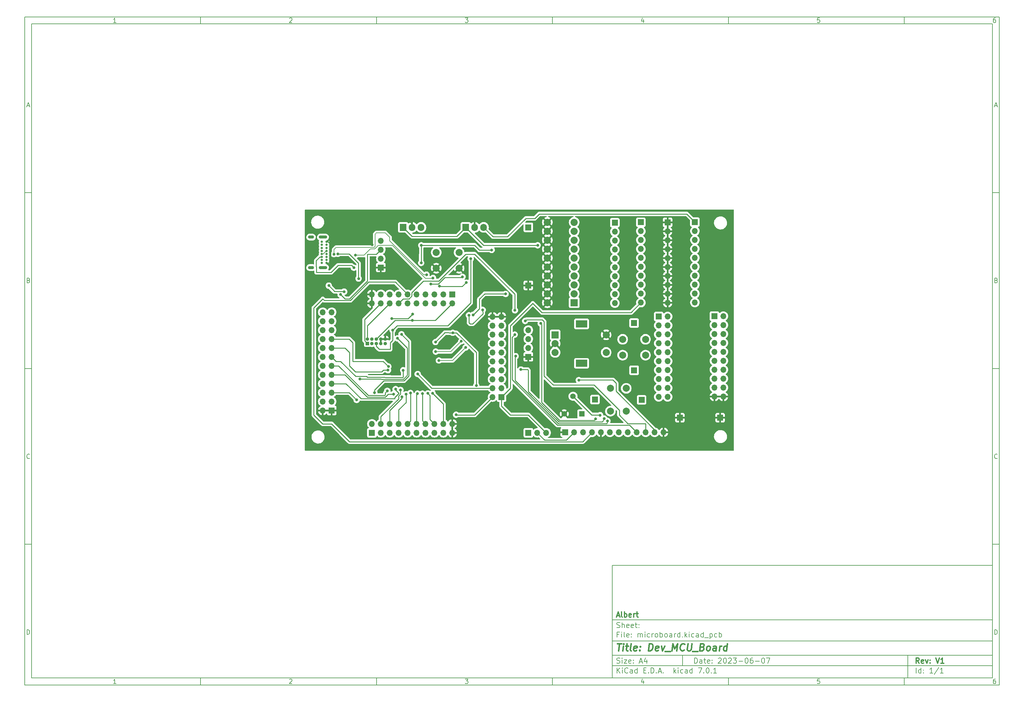
<source format=gbr>
%TF.GenerationSoftware,KiCad,Pcbnew,7.0.1*%
%TF.CreationDate,2023-06-08T10:56:07+02:00*%
%TF.ProjectId,microboard,6d696372-6f62-46f6-9172-642e6b696361,V1*%
%TF.SameCoordinates,Original*%
%TF.FileFunction,Copper,L2,Bot*%
%TF.FilePolarity,Positive*%
%FSLAX46Y46*%
G04 Gerber Fmt 4.6, Leading zero omitted, Abs format (unit mm)*
G04 Created by KiCad (PCBNEW 7.0.1) date 2023-06-08 10:56:07*
%MOMM*%
%LPD*%
G01*
G04 APERTURE LIST*
%ADD10C,0.100000*%
%ADD11C,0.150000*%
%ADD12C,0.300000*%
%ADD13C,0.400000*%
%TA.AperFunction,ComponentPad*%
%ADD14R,1.700000X1.700000*%
%TD*%
%TA.AperFunction,ComponentPad*%
%ADD15O,1.700000X1.700000*%
%TD*%
%TA.AperFunction,ComponentPad*%
%ADD16C,2.000000*%
%TD*%
%TA.AperFunction,ComponentPad*%
%ADD17C,0.650000*%
%TD*%
%TA.AperFunction,ComponentPad*%
%ADD18O,1.700000X0.900000*%
%TD*%
%TA.AperFunction,ComponentPad*%
%ADD19O,2.400000X0.900000*%
%TD*%
%TA.AperFunction,ComponentPad*%
%ADD20R,2.032000X2.032000*%
%TD*%
%TA.AperFunction,ComponentPad*%
%ADD21C,2.032000*%
%TD*%
%TA.AperFunction,ComponentPad*%
%ADD22R,1.905000X2.000000*%
%TD*%
%TA.AperFunction,ComponentPad*%
%ADD23O,1.905000X2.000000*%
%TD*%
%TA.AperFunction,ComponentPad*%
%ADD24R,2.000000X2.000000*%
%TD*%
%TA.AperFunction,ComponentPad*%
%ADD25R,3.200000X2.000000*%
%TD*%
%TA.AperFunction,ComponentPad*%
%ADD26R,1.560000X1.560000*%
%TD*%
%TA.AperFunction,ComponentPad*%
%ADD27C,1.560000*%
%TD*%
%TA.AperFunction,ComponentPad*%
%ADD28R,1.000000X1.000000*%
%TD*%
%TA.AperFunction,ComponentPad*%
%ADD29O,1.000000X1.000000*%
%TD*%
%TA.AperFunction,ViaPad*%
%ADD30C,0.800000*%
%TD*%
%TA.AperFunction,Conductor*%
%ADD31C,0.250000*%
%TD*%
%TA.AperFunction,Conductor*%
%ADD32C,0.200000*%
%TD*%
G04 APERTURE END LIST*
D10*
D11*
X177002200Y-166007200D02*
X285002200Y-166007200D01*
X285002200Y-198007200D01*
X177002200Y-198007200D01*
X177002200Y-166007200D01*
D10*
D11*
X10000000Y-10000000D02*
X287002200Y-10000000D01*
X287002200Y-200007200D01*
X10000000Y-200007200D01*
X10000000Y-10000000D01*
D10*
D11*
X12000000Y-12000000D02*
X285002200Y-12000000D01*
X285002200Y-198007200D01*
X12000000Y-198007200D01*
X12000000Y-12000000D01*
D10*
D11*
X60000000Y-12000000D02*
X60000000Y-10000000D01*
D10*
D11*
X110000000Y-12000000D02*
X110000000Y-10000000D01*
D10*
D11*
X160000000Y-12000000D02*
X160000000Y-10000000D01*
D10*
D11*
X210000000Y-12000000D02*
X210000000Y-10000000D01*
D10*
D11*
X260000000Y-12000000D02*
X260000000Y-10000000D01*
D10*
D11*
X35990476Y-11601404D02*
X35247619Y-11601404D01*
X35619047Y-11601404D02*
X35619047Y-10301404D01*
X35619047Y-10301404D02*
X35495238Y-10487119D01*
X35495238Y-10487119D02*
X35371428Y-10610928D01*
X35371428Y-10610928D02*
X35247619Y-10672833D01*
D10*
D11*
X85247619Y-10425214D02*
X85309523Y-10363309D01*
X85309523Y-10363309D02*
X85433333Y-10301404D01*
X85433333Y-10301404D02*
X85742857Y-10301404D01*
X85742857Y-10301404D02*
X85866666Y-10363309D01*
X85866666Y-10363309D02*
X85928571Y-10425214D01*
X85928571Y-10425214D02*
X85990476Y-10549023D01*
X85990476Y-10549023D02*
X85990476Y-10672833D01*
X85990476Y-10672833D02*
X85928571Y-10858547D01*
X85928571Y-10858547D02*
X85185714Y-11601404D01*
X85185714Y-11601404D02*
X85990476Y-11601404D01*
D10*
D11*
X135185714Y-10301404D02*
X135990476Y-10301404D01*
X135990476Y-10301404D02*
X135557142Y-10796642D01*
X135557142Y-10796642D02*
X135742857Y-10796642D01*
X135742857Y-10796642D02*
X135866666Y-10858547D01*
X135866666Y-10858547D02*
X135928571Y-10920452D01*
X135928571Y-10920452D02*
X135990476Y-11044261D01*
X135990476Y-11044261D02*
X135990476Y-11353785D01*
X135990476Y-11353785D02*
X135928571Y-11477595D01*
X135928571Y-11477595D02*
X135866666Y-11539500D01*
X135866666Y-11539500D02*
X135742857Y-11601404D01*
X135742857Y-11601404D02*
X135371428Y-11601404D01*
X135371428Y-11601404D02*
X135247619Y-11539500D01*
X135247619Y-11539500D02*
X135185714Y-11477595D01*
D10*
D11*
X185866666Y-10734738D02*
X185866666Y-11601404D01*
X185557142Y-10239500D02*
X185247619Y-11168071D01*
X185247619Y-11168071D02*
X186052380Y-11168071D01*
D10*
D11*
X235928571Y-10301404D02*
X235309523Y-10301404D01*
X235309523Y-10301404D02*
X235247619Y-10920452D01*
X235247619Y-10920452D02*
X235309523Y-10858547D01*
X235309523Y-10858547D02*
X235433333Y-10796642D01*
X235433333Y-10796642D02*
X235742857Y-10796642D01*
X235742857Y-10796642D02*
X235866666Y-10858547D01*
X235866666Y-10858547D02*
X235928571Y-10920452D01*
X235928571Y-10920452D02*
X235990476Y-11044261D01*
X235990476Y-11044261D02*
X235990476Y-11353785D01*
X235990476Y-11353785D02*
X235928571Y-11477595D01*
X235928571Y-11477595D02*
X235866666Y-11539500D01*
X235866666Y-11539500D02*
X235742857Y-11601404D01*
X235742857Y-11601404D02*
X235433333Y-11601404D01*
X235433333Y-11601404D02*
X235309523Y-11539500D01*
X235309523Y-11539500D02*
X235247619Y-11477595D01*
D10*
D11*
X285866666Y-10301404D02*
X285619047Y-10301404D01*
X285619047Y-10301404D02*
X285495238Y-10363309D01*
X285495238Y-10363309D02*
X285433333Y-10425214D01*
X285433333Y-10425214D02*
X285309523Y-10610928D01*
X285309523Y-10610928D02*
X285247619Y-10858547D01*
X285247619Y-10858547D02*
X285247619Y-11353785D01*
X285247619Y-11353785D02*
X285309523Y-11477595D01*
X285309523Y-11477595D02*
X285371428Y-11539500D01*
X285371428Y-11539500D02*
X285495238Y-11601404D01*
X285495238Y-11601404D02*
X285742857Y-11601404D01*
X285742857Y-11601404D02*
X285866666Y-11539500D01*
X285866666Y-11539500D02*
X285928571Y-11477595D01*
X285928571Y-11477595D02*
X285990476Y-11353785D01*
X285990476Y-11353785D02*
X285990476Y-11044261D01*
X285990476Y-11044261D02*
X285928571Y-10920452D01*
X285928571Y-10920452D02*
X285866666Y-10858547D01*
X285866666Y-10858547D02*
X285742857Y-10796642D01*
X285742857Y-10796642D02*
X285495238Y-10796642D01*
X285495238Y-10796642D02*
X285371428Y-10858547D01*
X285371428Y-10858547D02*
X285309523Y-10920452D01*
X285309523Y-10920452D02*
X285247619Y-11044261D01*
D10*
D11*
X60000000Y-198007200D02*
X60000000Y-200007200D01*
D10*
D11*
X110000000Y-198007200D02*
X110000000Y-200007200D01*
D10*
D11*
X160000000Y-198007200D02*
X160000000Y-200007200D01*
D10*
D11*
X210000000Y-198007200D02*
X210000000Y-200007200D01*
D10*
D11*
X260000000Y-198007200D02*
X260000000Y-200007200D01*
D10*
D11*
X35990476Y-199608604D02*
X35247619Y-199608604D01*
X35619047Y-199608604D02*
X35619047Y-198308604D01*
X35619047Y-198308604D02*
X35495238Y-198494319D01*
X35495238Y-198494319D02*
X35371428Y-198618128D01*
X35371428Y-198618128D02*
X35247619Y-198680033D01*
D10*
D11*
X85247619Y-198432414D02*
X85309523Y-198370509D01*
X85309523Y-198370509D02*
X85433333Y-198308604D01*
X85433333Y-198308604D02*
X85742857Y-198308604D01*
X85742857Y-198308604D02*
X85866666Y-198370509D01*
X85866666Y-198370509D02*
X85928571Y-198432414D01*
X85928571Y-198432414D02*
X85990476Y-198556223D01*
X85990476Y-198556223D02*
X85990476Y-198680033D01*
X85990476Y-198680033D02*
X85928571Y-198865747D01*
X85928571Y-198865747D02*
X85185714Y-199608604D01*
X85185714Y-199608604D02*
X85990476Y-199608604D01*
D10*
D11*
X135185714Y-198308604D02*
X135990476Y-198308604D01*
X135990476Y-198308604D02*
X135557142Y-198803842D01*
X135557142Y-198803842D02*
X135742857Y-198803842D01*
X135742857Y-198803842D02*
X135866666Y-198865747D01*
X135866666Y-198865747D02*
X135928571Y-198927652D01*
X135928571Y-198927652D02*
X135990476Y-199051461D01*
X135990476Y-199051461D02*
X135990476Y-199360985D01*
X135990476Y-199360985D02*
X135928571Y-199484795D01*
X135928571Y-199484795D02*
X135866666Y-199546700D01*
X135866666Y-199546700D02*
X135742857Y-199608604D01*
X135742857Y-199608604D02*
X135371428Y-199608604D01*
X135371428Y-199608604D02*
X135247619Y-199546700D01*
X135247619Y-199546700D02*
X135185714Y-199484795D01*
D10*
D11*
X185866666Y-198741938D02*
X185866666Y-199608604D01*
X185557142Y-198246700D02*
X185247619Y-199175271D01*
X185247619Y-199175271D02*
X186052380Y-199175271D01*
D10*
D11*
X235928571Y-198308604D02*
X235309523Y-198308604D01*
X235309523Y-198308604D02*
X235247619Y-198927652D01*
X235247619Y-198927652D02*
X235309523Y-198865747D01*
X235309523Y-198865747D02*
X235433333Y-198803842D01*
X235433333Y-198803842D02*
X235742857Y-198803842D01*
X235742857Y-198803842D02*
X235866666Y-198865747D01*
X235866666Y-198865747D02*
X235928571Y-198927652D01*
X235928571Y-198927652D02*
X235990476Y-199051461D01*
X235990476Y-199051461D02*
X235990476Y-199360985D01*
X235990476Y-199360985D02*
X235928571Y-199484795D01*
X235928571Y-199484795D02*
X235866666Y-199546700D01*
X235866666Y-199546700D02*
X235742857Y-199608604D01*
X235742857Y-199608604D02*
X235433333Y-199608604D01*
X235433333Y-199608604D02*
X235309523Y-199546700D01*
X235309523Y-199546700D02*
X235247619Y-199484795D01*
D10*
D11*
X285866666Y-198308604D02*
X285619047Y-198308604D01*
X285619047Y-198308604D02*
X285495238Y-198370509D01*
X285495238Y-198370509D02*
X285433333Y-198432414D01*
X285433333Y-198432414D02*
X285309523Y-198618128D01*
X285309523Y-198618128D02*
X285247619Y-198865747D01*
X285247619Y-198865747D02*
X285247619Y-199360985D01*
X285247619Y-199360985D02*
X285309523Y-199484795D01*
X285309523Y-199484795D02*
X285371428Y-199546700D01*
X285371428Y-199546700D02*
X285495238Y-199608604D01*
X285495238Y-199608604D02*
X285742857Y-199608604D01*
X285742857Y-199608604D02*
X285866666Y-199546700D01*
X285866666Y-199546700D02*
X285928571Y-199484795D01*
X285928571Y-199484795D02*
X285990476Y-199360985D01*
X285990476Y-199360985D02*
X285990476Y-199051461D01*
X285990476Y-199051461D02*
X285928571Y-198927652D01*
X285928571Y-198927652D02*
X285866666Y-198865747D01*
X285866666Y-198865747D02*
X285742857Y-198803842D01*
X285742857Y-198803842D02*
X285495238Y-198803842D01*
X285495238Y-198803842D02*
X285371428Y-198865747D01*
X285371428Y-198865747D02*
X285309523Y-198927652D01*
X285309523Y-198927652D02*
X285247619Y-199051461D01*
D10*
D11*
X10000000Y-60000000D02*
X12000000Y-60000000D01*
D10*
D11*
X10000000Y-110000000D02*
X12000000Y-110000000D01*
D10*
D11*
X10000000Y-160000000D02*
X12000000Y-160000000D01*
D10*
D11*
X10690476Y-35229976D02*
X11309523Y-35229976D01*
X10566666Y-35601404D02*
X10999999Y-34301404D01*
X10999999Y-34301404D02*
X11433333Y-35601404D01*
D10*
D11*
X11092857Y-84920452D02*
X11278571Y-84982357D01*
X11278571Y-84982357D02*
X11340476Y-85044261D01*
X11340476Y-85044261D02*
X11402380Y-85168071D01*
X11402380Y-85168071D02*
X11402380Y-85353785D01*
X11402380Y-85353785D02*
X11340476Y-85477595D01*
X11340476Y-85477595D02*
X11278571Y-85539500D01*
X11278571Y-85539500D02*
X11154761Y-85601404D01*
X11154761Y-85601404D02*
X10659523Y-85601404D01*
X10659523Y-85601404D02*
X10659523Y-84301404D01*
X10659523Y-84301404D02*
X11092857Y-84301404D01*
X11092857Y-84301404D02*
X11216666Y-84363309D01*
X11216666Y-84363309D02*
X11278571Y-84425214D01*
X11278571Y-84425214D02*
X11340476Y-84549023D01*
X11340476Y-84549023D02*
X11340476Y-84672833D01*
X11340476Y-84672833D02*
X11278571Y-84796642D01*
X11278571Y-84796642D02*
X11216666Y-84858547D01*
X11216666Y-84858547D02*
X11092857Y-84920452D01*
X11092857Y-84920452D02*
X10659523Y-84920452D01*
D10*
D11*
X11402380Y-135477595D02*
X11340476Y-135539500D01*
X11340476Y-135539500D02*
X11154761Y-135601404D01*
X11154761Y-135601404D02*
X11030952Y-135601404D01*
X11030952Y-135601404D02*
X10845238Y-135539500D01*
X10845238Y-135539500D02*
X10721428Y-135415690D01*
X10721428Y-135415690D02*
X10659523Y-135291880D01*
X10659523Y-135291880D02*
X10597619Y-135044261D01*
X10597619Y-135044261D02*
X10597619Y-134858547D01*
X10597619Y-134858547D02*
X10659523Y-134610928D01*
X10659523Y-134610928D02*
X10721428Y-134487119D01*
X10721428Y-134487119D02*
X10845238Y-134363309D01*
X10845238Y-134363309D02*
X11030952Y-134301404D01*
X11030952Y-134301404D02*
X11154761Y-134301404D01*
X11154761Y-134301404D02*
X11340476Y-134363309D01*
X11340476Y-134363309D02*
X11402380Y-134425214D01*
D10*
D11*
X10659523Y-185601404D02*
X10659523Y-184301404D01*
X10659523Y-184301404D02*
X10969047Y-184301404D01*
X10969047Y-184301404D02*
X11154761Y-184363309D01*
X11154761Y-184363309D02*
X11278571Y-184487119D01*
X11278571Y-184487119D02*
X11340476Y-184610928D01*
X11340476Y-184610928D02*
X11402380Y-184858547D01*
X11402380Y-184858547D02*
X11402380Y-185044261D01*
X11402380Y-185044261D02*
X11340476Y-185291880D01*
X11340476Y-185291880D02*
X11278571Y-185415690D01*
X11278571Y-185415690D02*
X11154761Y-185539500D01*
X11154761Y-185539500D02*
X10969047Y-185601404D01*
X10969047Y-185601404D02*
X10659523Y-185601404D01*
D10*
D11*
X287002200Y-60000000D02*
X285002200Y-60000000D01*
D10*
D11*
X287002200Y-110000000D02*
X285002200Y-110000000D01*
D10*
D11*
X287002200Y-160000000D02*
X285002200Y-160000000D01*
D10*
D11*
X285692676Y-35229976D02*
X286311723Y-35229976D01*
X285568866Y-35601404D02*
X286002199Y-34301404D01*
X286002199Y-34301404D02*
X286435533Y-35601404D01*
D10*
D11*
X286095057Y-84920452D02*
X286280771Y-84982357D01*
X286280771Y-84982357D02*
X286342676Y-85044261D01*
X286342676Y-85044261D02*
X286404580Y-85168071D01*
X286404580Y-85168071D02*
X286404580Y-85353785D01*
X286404580Y-85353785D02*
X286342676Y-85477595D01*
X286342676Y-85477595D02*
X286280771Y-85539500D01*
X286280771Y-85539500D02*
X286156961Y-85601404D01*
X286156961Y-85601404D02*
X285661723Y-85601404D01*
X285661723Y-85601404D02*
X285661723Y-84301404D01*
X285661723Y-84301404D02*
X286095057Y-84301404D01*
X286095057Y-84301404D02*
X286218866Y-84363309D01*
X286218866Y-84363309D02*
X286280771Y-84425214D01*
X286280771Y-84425214D02*
X286342676Y-84549023D01*
X286342676Y-84549023D02*
X286342676Y-84672833D01*
X286342676Y-84672833D02*
X286280771Y-84796642D01*
X286280771Y-84796642D02*
X286218866Y-84858547D01*
X286218866Y-84858547D02*
X286095057Y-84920452D01*
X286095057Y-84920452D02*
X285661723Y-84920452D01*
D10*
D11*
X286404580Y-135477595D02*
X286342676Y-135539500D01*
X286342676Y-135539500D02*
X286156961Y-135601404D01*
X286156961Y-135601404D02*
X286033152Y-135601404D01*
X286033152Y-135601404D02*
X285847438Y-135539500D01*
X285847438Y-135539500D02*
X285723628Y-135415690D01*
X285723628Y-135415690D02*
X285661723Y-135291880D01*
X285661723Y-135291880D02*
X285599819Y-135044261D01*
X285599819Y-135044261D02*
X285599819Y-134858547D01*
X285599819Y-134858547D02*
X285661723Y-134610928D01*
X285661723Y-134610928D02*
X285723628Y-134487119D01*
X285723628Y-134487119D02*
X285847438Y-134363309D01*
X285847438Y-134363309D02*
X286033152Y-134301404D01*
X286033152Y-134301404D02*
X286156961Y-134301404D01*
X286156961Y-134301404D02*
X286342676Y-134363309D01*
X286342676Y-134363309D02*
X286404580Y-134425214D01*
D10*
D11*
X285661723Y-185601404D02*
X285661723Y-184301404D01*
X285661723Y-184301404D02*
X285971247Y-184301404D01*
X285971247Y-184301404D02*
X286156961Y-184363309D01*
X286156961Y-184363309D02*
X286280771Y-184487119D01*
X286280771Y-184487119D02*
X286342676Y-184610928D01*
X286342676Y-184610928D02*
X286404580Y-184858547D01*
X286404580Y-184858547D02*
X286404580Y-185044261D01*
X286404580Y-185044261D02*
X286342676Y-185291880D01*
X286342676Y-185291880D02*
X286280771Y-185415690D01*
X286280771Y-185415690D02*
X286156961Y-185539500D01*
X286156961Y-185539500D02*
X285971247Y-185601404D01*
X285971247Y-185601404D02*
X285661723Y-185601404D01*
D10*
D11*
X200359342Y-193801128D02*
X200359342Y-192301128D01*
X200359342Y-192301128D02*
X200716485Y-192301128D01*
X200716485Y-192301128D02*
X200930771Y-192372557D01*
X200930771Y-192372557D02*
X201073628Y-192515414D01*
X201073628Y-192515414D02*
X201145057Y-192658271D01*
X201145057Y-192658271D02*
X201216485Y-192943985D01*
X201216485Y-192943985D02*
X201216485Y-193158271D01*
X201216485Y-193158271D02*
X201145057Y-193443985D01*
X201145057Y-193443985D02*
X201073628Y-193586842D01*
X201073628Y-193586842D02*
X200930771Y-193729700D01*
X200930771Y-193729700D02*
X200716485Y-193801128D01*
X200716485Y-193801128D02*
X200359342Y-193801128D01*
X202502200Y-193801128D02*
X202502200Y-193015414D01*
X202502200Y-193015414D02*
X202430771Y-192872557D01*
X202430771Y-192872557D02*
X202287914Y-192801128D01*
X202287914Y-192801128D02*
X202002200Y-192801128D01*
X202002200Y-192801128D02*
X201859342Y-192872557D01*
X202502200Y-193729700D02*
X202359342Y-193801128D01*
X202359342Y-193801128D02*
X202002200Y-193801128D01*
X202002200Y-193801128D02*
X201859342Y-193729700D01*
X201859342Y-193729700D02*
X201787914Y-193586842D01*
X201787914Y-193586842D02*
X201787914Y-193443985D01*
X201787914Y-193443985D02*
X201859342Y-193301128D01*
X201859342Y-193301128D02*
X202002200Y-193229700D01*
X202002200Y-193229700D02*
X202359342Y-193229700D01*
X202359342Y-193229700D02*
X202502200Y-193158271D01*
X203002200Y-192801128D02*
X203573628Y-192801128D01*
X203216485Y-192301128D02*
X203216485Y-193586842D01*
X203216485Y-193586842D02*
X203287914Y-193729700D01*
X203287914Y-193729700D02*
X203430771Y-193801128D01*
X203430771Y-193801128D02*
X203573628Y-193801128D01*
X204645057Y-193729700D02*
X204502200Y-193801128D01*
X204502200Y-193801128D02*
X204216486Y-193801128D01*
X204216486Y-193801128D02*
X204073628Y-193729700D01*
X204073628Y-193729700D02*
X204002200Y-193586842D01*
X204002200Y-193586842D02*
X204002200Y-193015414D01*
X204002200Y-193015414D02*
X204073628Y-192872557D01*
X204073628Y-192872557D02*
X204216486Y-192801128D01*
X204216486Y-192801128D02*
X204502200Y-192801128D01*
X204502200Y-192801128D02*
X204645057Y-192872557D01*
X204645057Y-192872557D02*
X204716486Y-193015414D01*
X204716486Y-193015414D02*
X204716486Y-193158271D01*
X204716486Y-193158271D02*
X204002200Y-193301128D01*
X205359342Y-193658271D02*
X205430771Y-193729700D01*
X205430771Y-193729700D02*
X205359342Y-193801128D01*
X205359342Y-193801128D02*
X205287914Y-193729700D01*
X205287914Y-193729700D02*
X205359342Y-193658271D01*
X205359342Y-193658271D02*
X205359342Y-193801128D01*
X205359342Y-192872557D02*
X205430771Y-192943985D01*
X205430771Y-192943985D02*
X205359342Y-193015414D01*
X205359342Y-193015414D02*
X205287914Y-192943985D01*
X205287914Y-192943985D02*
X205359342Y-192872557D01*
X205359342Y-192872557D02*
X205359342Y-193015414D01*
X207145057Y-192443985D02*
X207216485Y-192372557D01*
X207216485Y-192372557D02*
X207359343Y-192301128D01*
X207359343Y-192301128D02*
X207716485Y-192301128D01*
X207716485Y-192301128D02*
X207859343Y-192372557D01*
X207859343Y-192372557D02*
X207930771Y-192443985D01*
X207930771Y-192443985D02*
X208002200Y-192586842D01*
X208002200Y-192586842D02*
X208002200Y-192729700D01*
X208002200Y-192729700D02*
X207930771Y-192943985D01*
X207930771Y-192943985D02*
X207073628Y-193801128D01*
X207073628Y-193801128D02*
X208002200Y-193801128D01*
X208930771Y-192301128D02*
X209073628Y-192301128D01*
X209073628Y-192301128D02*
X209216485Y-192372557D01*
X209216485Y-192372557D02*
X209287914Y-192443985D01*
X209287914Y-192443985D02*
X209359342Y-192586842D01*
X209359342Y-192586842D02*
X209430771Y-192872557D01*
X209430771Y-192872557D02*
X209430771Y-193229700D01*
X209430771Y-193229700D02*
X209359342Y-193515414D01*
X209359342Y-193515414D02*
X209287914Y-193658271D01*
X209287914Y-193658271D02*
X209216485Y-193729700D01*
X209216485Y-193729700D02*
X209073628Y-193801128D01*
X209073628Y-193801128D02*
X208930771Y-193801128D01*
X208930771Y-193801128D02*
X208787914Y-193729700D01*
X208787914Y-193729700D02*
X208716485Y-193658271D01*
X208716485Y-193658271D02*
X208645056Y-193515414D01*
X208645056Y-193515414D02*
X208573628Y-193229700D01*
X208573628Y-193229700D02*
X208573628Y-192872557D01*
X208573628Y-192872557D02*
X208645056Y-192586842D01*
X208645056Y-192586842D02*
X208716485Y-192443985D01*
X208716485Y-192443985D02*
X208787914Y-192372557D01*
X208787914Y-192372557D02*
X208930771Y-192301128D01*
X210002199Y-192443985D02*
X210073627Y-192372557D01*
X210073627Y-192372557D02*
X210216485Y-192301128D01*
X210216485Y-192301128D02*
X210573627Y-192301128D01*
X210573627Y-192301128D02*
X210716485Y-192372557D01*
X210716485Y-192372557D02*
X210787913Y-192443985D01*
X210787913Y-192443985D02*
X210859342Y-192586842D01*
X210859342Y-192586842D02*
X210859342Y-192729700D01*
X210859342Y-192729700D02*
X210787913Y-192943985D01*
X210787913Y-192943985D02*
X209930770Y-193801128D01*
X209930770Y-193801128D02*
X210859342Y-193801128D01*
X211359341Y-192301128D02*
X212287913Y-192301128D01*
X212287913Y-192301128D02*
X211787913Y-192872557D01*
X211787913Y-192872557D02*
X212002198Y-192872557D01*
X212002198Y-192872557D02*
X212145056Y-192943985D01*
X212145056Y-192943985D02*
X212216484Y-193015414D01*
X212216484Y-193015414D02*
X212287913Y-193158271D01*
X212287913Y-193158271D02*
X212287913Y-193515414D01*
X212287913Y-193515414D02*
X212216484Y-193658271D01*
X212216484Y-193658271D02*
X212145056Y-193729700D01*
X212145056Y-193729700D02*
X212002198Y-193801128D01*
X212002198Y-193801128D02*
X211573627Y-193801128D01*
X211573627Y-193801128D02*
X211430770Y-193729700D01*
X211430770Y-193729700D02*
X211359341Y-193658271D01*
X212930769Y-193229700D02*
X214073627Y-193229700D01*
X215073627Y-192301128D02*
X215216484Y-192301128D01*
X215216484Y-192301128D02*
X215359341Y-192372557D01*
X215359341Y-192372557D02*
X215430770Y-192443985D01*
X215430770Y-192443985D02*
X215502198Y-192586842D01*
X215502198Y-192586842D02*
X215573627Y-192872557D01*
X215573627Y-192872557D02*
X215573627Y-193229700D01*
X215573627Y-193229700D02*
X215502198Y-193515414D01*
X215502198Y-193515414D02*
X215430770Y-193658271D01*
X215430770Y-193658271D02*
X215359341Y-193729700D01*
X215359341Y-193729700D02*
X215216484Y-193801128D01*
X215216484Y-193801128D02*
X215073627Y-193801128D01*
X215073627Y-193801128D02*
X214930770Y-193729700D01*
X214930770Y-193729700D02*
X214859341Y-193658271D01*
X214859341Y-193658271D02*
X214787912Y-193515414D01*
X214787912Y-193515414D02*
X214716484Y-193229700D01*
X214716484Y-193229700D02*
X214716484Y-192872557D01*
X214716484Y-192872557D02*
X214787912Y-192586842D01*
X214787912Y-192586842D02*
X214859341Y-192443985D01*
X214859341Y-192443985D02*
X214930770Y-192372557D01*
X214930770Y-192372557D02*
X215073627Y-192301128D01*
X216859341Y-192301128D02*
X216573626Y-192301128D01*
X216573626Y-192301128D02*
X216430769Y-192372557D01*
X216430769Y-192372557D02*
X216359341Y-192443985D01*
X216359341Y-192443985D02*
X216216483Y-192658271D01*
X216216483Y-192658271D02*
X216145055Y-192943985D01*
X216145055Y-192943985D02*
X216145055Y-193515414D01*
X216145055Y-193515414D02*
X216216483Y-193658271D01*
X216216483Y-193658271D02*
X216287912Y-193729700D01*
X216287912Y-193729700D02*
X216430769Y-193801128D01*
X216430769Y-193801128D02*
X216716483Y-193801128D01*
X216716483Y-193801128D02*
X216859341Y-193729700D01*
X216859341Y-193729700D02*
X216930769Y-193658271D01*
X216930769Y-193658271D02*
X217002198Y-193515414D01*
X217002198Y-193515414D02*
X217002198Y-193158271D01*
X217002198Y-193158271D02*
X216930769Y-193015414D01*
X216930769Y-193015414D02*
X216859341Y-192943985D01*
X216859341Y-192943985D02*
X216716483Y-192872557D01*
X216716483Y-192872557D02*
X216430769Y-192872557D01*
X216430769Y-192872557D02*
X216287912Y-192943985D01*
X216287912Y-192943985D02*
X216216483Y-193015414D01*
X216216483Y-193015414D02*
X216145055Y-193158271D01*
X217645054Y-193229700D02*
X218787912Y-193229700D01*
X219787912Y-192301128D02*
X219930769Y-192301128D01*
X219930769Y-192301128D02*
X220073626Y-192372557D01*
X220073626Y-192372557D02*
X220145055Y-192443985D01*
X220145055Y-192443985D02*
X220216483Y-192586842D01*
X220216483Y-192586842D02*
X220287912Y-192872557D01*
X220287912Y-192872557D02*
X220287912Y-193229700D01*
X220287912Y-193229700D02*
X220216483Y-193515414D01*
X220216483Y-193515414D02*
X220145055Y-193658271D01*
X220145055Y-193658271D02*
X220073626Y-193729700D01*
X220073626Y-193729700D02*
X219930769Y-193801128D01*
X219930769Y-193801128D02*
X219787912Y-193801128D01*
X219787912Y-193801128D02*
X219645055Y-193729700D01*
X219645055Y-193729700D02*
X219573626Y-193658271D01*
X219573626Y-193658271D02*
X219502197Y-193515414D01*
X219502197Y-193515414D02*
X219430769Y-193229700D01*
X219430769Y-193229700D02*
X219430769Y-192872557D01*
X219430769Y-192872557D02*
X219502197Y-192586842D01*
X219502197Y-192586842D02*
X219573626Y-192443985D01*
X219573626Y-192443985D02*
X219645055Y-192372557D01*
X219645055Y-192372557D02*
X219787912Y-192301128D01*
X220787911Y-192301128D02*
X221787911Y-192301128D01*
X221787911Y-192301128D02*
X221145054Y-193801128D01*
D10*
D11*
X177002200Y-194507200D02*
X285002200Y-194507200D01*
D10*
D11*
X178359342Y-196601128D02*
X178359342Y-195101128D01*
X179216485Y-196601128D02*
X178573628Y-195743985D01*
X179216485Y-195101128D02*
X178359342Y-195958271D01*
X179859342Y-196601128D02*
X179859342Y-195601128D01*
X179859342Y-195101128D02*
X179787914Y-195172557D01*
X179787914Y-195172557D02*
X179859342Y-195243985D01*
X179859342Y-195243985D02*
X179930771Y-195172557D01*
X179930771Y-195172557D02*
X179859342Y-195101128D01*
X179859342Y-195101128D02*
X179859342Y-195243985D01*
X181430771Y-196458271D02*
X181359343Y-196529700D01*
X181359343Y-196529700D02*
X181145057Y-196601128D01*
X181145057Y-196601128D02*
X181002200Y-196601128D01*
X181002200Y-196601128D02*
X180787914Y-196529700D01*
X180787914Y-196529700D02*
X180645057Y-196386842D01*
X180645057Y-196386842D02*
X180573628Y-196243985D01*
X180573628Y-196243985D02*
X180502200Y-195958271D01*
X180502200Y-195958271D02*
X180502200Y-195743985D01*
X180502200Y-195743985D02*
X180573628Y-195458271D01*
X180573628Y-195458271D02*
X180645057Y-195315414D01*
X180645057Y-195315414D02*
X180787914Y-195172557D01*
X180787914Y-195172557D02*
X181002200Y-195101128D01*
X181002200Y-195101128D02*
X181145057Y-195101128D01*
X181145057Y-195101128D02*
X181359343Y-195172557D01*
X181359343Y-195172557D02*
X181430771Y-195243985D01*
X182716486Y-196601128D02*
X182716486Y-195815414D01*
X182716486Y-195815414D02*
X182645057Y-195672557D01*
X182645057Y-195672557D02*
X182502200Y-195601128D01*
X182502200Y-195601128D02*
X182216486Y-195601128D01*
X182216486Y-195601128D02*
X182073628Y-195672557D01*
X182716486Y-196529700D02*
X182573628Y-196601128D01*
X182573628Y-196601128D02*
X182216486Y-196601128D01*
X182216486Y-196601128D02*
X182073628Y-196529700D01*
X182073628Y-196529700D02*
X182002200Y-196386842D01*
X182002200Y-196386842D02*
X182002200Y-196243985D01*
X182002200Y-196243985D02*
X182073628Y-196101128D01*
X182073628Y-196101128D02*
X182216486Y-196029700D01*
X182216486Y-196029700D02*
X182573628Y-196029700D01*
X182573628Y-196029700D02*
X182716486Y-195958271D01*
X184073629Y-196601128D02*
X184073629Y-195101128D01*
X184073629Y-196529700D02*
X183930771Y-196601128D01*
X183930771Y-196601128D02*
X183645057Y-196601128D01*
X183645057Y-196601128D02*
X183502200Y-196529700D01*
X183502200Y-196529700D02*
X183430771Y-196458271D01*
X183430771Y-196458271D02*
X183359343Y-196315414D01*
X183359343Y-196315414D02*
X183359343Y-195886842D01*
X183359343Y-195886842D02*
X183430771Y-195743985D01*
X183430771Y-195743985D02*
X183502200Y-195672557D01*
X183502200Y-195672557D02*
X183645057Y-195601128D01*
X183645057Y-195601128D02*
X183930771Y-195601128D01*
X183930771Y-195601128D02*
X184073629Y-195672557D01*
X185930771Y-195815414D02*
X186430771Y-195815414D01*
X186645057Y-196601128D02*
X185930771Y-196601128D01*
X185930771Y-196601128D02*
X185930771Y-195101128D01*
X185930771Y-195101128D02*
X186645057Y-195101128D01*
X187287914Y-196458271D02*
X187359343Y-196529700D01*
X187359343Y-196529700D02*
X187287914Y-196601128D01*
X187287914Y-196601128D02*
X187216486Y-196529700D01*
X187216486Y-196529700D02*
X187287914Y-196458271D01*
X187287914Y-196458271D02*
X187287914Y-196601128D01*
X188002200Y-196601128D02*
X188002200Y-195101128D01*
X188002200Y-195101128D02*
X188359343Y-195101128D01*
X188359343Y-195101128D02*
X188573629Y-195172557D01*
X188573629Y-195172557D02*
X188716486Y-195315414D01*
X188716486Y-195315414D02*
X188787915Y-195458271D01*
X188787915Y-195458271D02*
X188859343Y-195743985D01*
X188859343Y-195743985D02*
X188859343Y-195958271D01*
X188859343Y-195958271D02*
X188787915Y-196243985D01*
X188787915Y-196243985D02*
X188716486Y-196386842D01*
X188716486Y-196386842D02*
X188573629Y-196529700D01*
X188573629Y-196529700D02*
X188359343Y-196601128D01*
X188359343Y-196601128D02*
X188002200Y-196601128D01*
X189502200Y-196458271D02*
X189573629Y-196529700D01*
X189573629Y-196529700D02*
X189502200Y-196601128D01*
X189502200Y-196601128D02*
X189430772Y-196529700D01*
X189430772Y-196529700D02*
X189502200Y-196458271D01*
X189502200Y-196458271D02*
X189502200Y-196601128D01*
X190145058Y-196172557D02*
X190859344Y-196172557D01*
X190002201Y-196601128D02*
X190502201Y-195101128D01*
X190502201Y-195101128D02*
X191002201Y-196601128D01*
X191502200Y-196458271D02*
X191573629Y-196529700D01*
X191573629Y-196529700D02*
X191502200Y-196601128D01*
X191502200Y-196601128D02*
X191430772Y-196529700D01*
X191430772Y-196529700D02*
X191502200Y-196458271D01*
X191502200Y-196458271D02*
X191502200Y-196601128D01*
X194502200Y-196601128D02*
X194502200Y-195101128D01*
X194645058Y-196029700D02*
X195073629Y-196601128D01*
X195073629Y-195601128D02*
X194502200Y-196172557D01*
X195716486Y-196601128D02*
X195716486Y-195601128D01*
X195716486Y-195101128D02*
X195645058Y-195172557D01*
X195645058Y-195172557D02*
X195716486Y-195243985D01*
X195716486Y-195243985D02*
X195787915Y-195172557D01*
X195787915Y-195172557D02*
X195716486Y-195101128D01*
X195716486Y-195101128D02*
X195716486Y-195243985D01*
X197073630Y-196529700D02*
X196930772Y-196601128D01*
X196930772Y-196601128D02*
X196645058Y-196601128D01*
X196645058Y-196601128D02*
X196502201Y-196529700D01*
X196502201Y-196529700D02*
X196430772Y-196458271D01*
X196430772Y-196458271D02*
X196359344Y-196315414D01*
X196359344Y-196315414D02*
X196359344Y-195886842D01*
X196359344Y-195886842D02*
X196430772Y-195743985D01*
X196430772Y-195743985D02*
X196502201Y-195672557D01*
X196502201Y-195672557D02*
X196645058Y-195601128D01*
X196645058Y-195601128D02*
X196930772Y-195601128D01*
X196930772Y-195601128D02*
X197073630Y-195672557D01*
X198359344Y-196601128D02*
X198359344Y-195815414D01*
X198359344Y-195815414D02*
X198287915Y-195672557D01*
X198287915Y-195672557D02*
X198145058Y-195601128D01*
X198145058Y-195601128D02*
X197859344Y-195601128D01*
X197859344Y-195601128D02*
X197716486Y-195672557D01*
X198359344Y-196529700D02*
X198216486Y-196601128D01*
X198216486Y-196601128D02*
X197859344Y-196601128D01*
X197859344Y-196601128D02*
X197716486Y-196529700D01*
X197716486Y-196529700D02*
X197645058Y-196386842D01*
X197645058Y-196386842D02*
X197645058Y-196243985D01*
X197645058Y-196243985D02*
X197716486Y-196101128D01*
X197716486Y-196101128D02*
X197859344Y-196029700D01*
X197859344Y-196029700D02*
X198216486Y-196029700D01*
X198216486Y-196029700D02*
X198359344Y-195958271D01*
X199716487Y-196601128D02*
X199716487Y-195101128D01*
X199716487Y-196529700D02*
X199573629Y-196601128D01*
X199573629Y-196601128D02*
X199287915Y-196601128D01*
X199287915Y-196601128D02*
X199145058Y-196529700D01*
X199145058Y-196529700D02*
X199073629Y-196458271D01*
X199073629Y-196458271D02*
X199002201Y-196315414D01*
X199002201Y-196315414D02*
X199002201Y-195886842D01*
X199002201Y-195886842D02*
X199073629Y-195743985D01*
X199073629Y-195743985D02*
X199145058Y-195672557D01*
X199145058Y-195672557D02*
X199287915Y-195601128D01*
X199287915Y-195601128D02*
X199573629Y-195601128D01*
X199573629Y-195601128D02*
X199716487Y-195672557D01*
X201430772Y-195101128D02*
X202430772Y-195101128D01*
X202430772Y-195101128D02*
X201787915Y-196601128D01*
X203002200Y-196458271D02*
X203073629Y-196529700D01*
X203073629Y-196529700D02*
X203002200Y-196601128D01*
X203002200Y-196601128D02*
X202930772Y-196529700D01*
X202930772Y-196529700D02*
X203002200Y-196458271D01*
X203002200Y-196458271D02*
X203002200Y-196601128D01*
X204002201Y-195101128D02*
X204145058Y-195101128D01*
X204145058Y-195101128D02*
X204287915Y-195172557D01*
X204287915Y-195172557D02*
X204359344Y-195243985D01*
X204359344Y-195243985D02*
X204430772Y-195386842D01*
X204430772Y-195386842D02*
X204502201Y-195672557D01*
X204502201Y-195672557D02*
X204502201Y-196029700D01*
X204502201Y-196029700D02*
X204430772Y-196315414D01*
X204430772Y-196315414D02*
X204359344Y-196458271D01*
X204359344Y-196458271D02*
X204287915Y-196529700D01*
X204287915Y-196529700D02*
X204145058Y-196601128D01*
X204145058Y-196601128D02*
X204002201Y-196601128D01*
X204002201Y-196601128D02*
X203859344Y-196529700D01*
X203859344Y-196529700D02*
X203787915Y-196458271D01*
X203787915Y-196458271D02*
X203716486Y-196315414D01*
X203716486Y-196315414D02*
X203645058Y-196029700D01*
X203645058Y-196029700D02*
X203645058Y-195672557D01*
X203645058Y-195672557D02*
X203716486Y-195386842D01*
X203716486Y-195386842D02*
X203787915Y-195243985D01*
X203787915Y-195243985D02*
X203859344Y-195172557D01*
X203859344Y-195172557D02*
X204002201Y-195101128D01*
X205145057Y-196458271D02*
X205216486Y-196529700D01*
X205216486Y-196529700D02*
X205145057Y-196601128D01*
X205145057Y-196601128D02*
X205073629Y-196529700D01*
X205073629Y-196529700D02*
X205145057Y-196458271D01*
X205145057Y-196458271D02*
X205145057Y-196601128D01*
X206645058Y-196601128D02*
X205787915Y-196601128D01*
X206216486Y-196601128D02*
X206216486Y-195101128D01*
X206216486Y-195101128D02*
X206073629Y-195315414D01*
X206073629Y-195315414D02*
X205930772Y-195458271D01*
X205930772Y-195458271D02*
X205787915Y-195529700D01*
D10*
D11*
X177002200Y-191507200D02*
X285002200Y-191507200D01*
D10*
D12*
X264216485Y-193801128D02*
X263716485Y-193086842D01*
X263359342Y-193801128D02*
X263359342Y-192301128D01*
X263359342Y-192301128D02*
X263930771Y-192301128D01*
X263930771Y-192301128D02*
X264073628Y-192372557D01*
X264073628Y-192372557D02*
X264145057Y-192443985D01*
X264145057Y-192443985D02*
X264216485Y-192586842D01*
X264216485Y-192586842D02*
X264216485Y-192801128D01*
X264216485Y-192801128D02*
X264145057Y-192943985D01*
X264145057Y-192943985D02*
X264073628Y-193015414D01*
X264073628Y-193015414D02*
X263930771Y-193086842D01*
X263930771Y-193086842D02*
X263359342Y-193086842D01*
X265430771Y-193729700D02*
X265287914Y-193801128D01*
X265287914Y-193801128D02*
X265002200Y-193801128D01*
X265002200Y-193801128D02*
X264859342Y-193729700D01*
X264859342Y-193729700D02*
X264787914Y-193586842D01*
X264787914Y-193586842D02*
X264787914Y-193015414D01*
X264787914Y-193015414D02*
X264859342Y-192872557D01*
X264859342Y-192872557D02*
X265002200Y-192801128D01*
X265002200Y-192801128D02*
X265287914Y-192801128D01*
X265287914Y-192801128D02*
X265430771Y-192872557D01*
X265430771Y-192872557D02*
X265502200Y-193015414D01*
X265502200Y-193015414D02*
X265502200Y-193158271D01*
X265502200Y-193158271D02*
X264787914Y-193301128D01*
X266002199Y-192801128D02*
X266359342Y-193801128D01*
X266359342Y-193801128D02*
X266716485Y-192801128D01*
X267287913Y-193658271D02*
X267359342Y-193729700D01*
X267359342Y-193729700D02*
X267287913Y-193801128D01*
X267287913Y-193801128D02*
X267216485Y-193729700D01*
X267216485Y-193729700D02*
X267287913Y-193658271D01*
X267287913Y-193658271D02*
X267287913Y-193801128D01*
X267287913Y-192872557D02*
X267359342Y-192943985D01*
X267359342Y-192943985D02*
X267287913Y-193015414D01*
X267287913Y-193015414D02*
X267216485Y-192943985D01*
X267216485Y-192943985D02*
X267287913Y-192872557D01*
X267287913Y-192872557D02*
X267287913Y-193015414D01*
X268930771Y-192301128D02*
X269430771Y-193801128D01*
X269430771Y-193801128D02*
X269930771Y-192301128D01*
X271216485Y-193801128D02*
X270359342Y-193801128D01*
X270787913Y-193801128D02*
X270787913Y-192301128D01*
X270787913Y-192301128D02*
X270645056Y-192515414D01*
X270645056Y-192515414D02*
X270502199Y-192658271D01*
X270502199Y-192658271D02*
X270359342Y-192729700D01*
D10*
D11*
X178287914Y-193729700D02*
X178502200Y-193801128D01*
X178502200Y-193801128D02*
X178859342Y-193801128D01*
X178859342Y-193801128D02*
X179002200Y-193729700D01*
X179002200Y-193729700D02*
X179073628Y-193658271D01*
X179073628Y-193658271D02*
X179145057Y-193515414D01*
X179145057Y-193515414D02*
X179145057Y-193372557D01*
X179145057Y-193372557D02*
X179073628Y-193229700D01*
X179073628Y-193229700D02*
X179002200Y-193158271D01*
X179002200Y-193158271D02*
X178859342Y-193086842D01*
X178859342Y-193086842D02*
X178573628Y-193015414D01*
X178573628Y-193015414D02*
X178430771Y-192943985D01*
X178430771Y-192943985D02*
X178359342Y-192872557D01*
X178359342Y-192872557D02*
X178287914Y-192729700D01*
X178287914Y-192729700D02*
X178287914Y-192586842D01*
X178287914Y-192586842D02*
X178359342Y-192443985D01*
X178359342Y-192443985D02*
X178430771Y-192372557D01*
X178430771Y-192372557D02*
X178573628Y-192301128D01*
X178573628Y-192301128D02*
X178930771Y-192301128D01*
X178930771Y-192301128D02*
X179145057Y-192372557D01*
X179787913Y-193801128D02*
X179787913Y-192801128D01*
X179787913Y-192301128D02*
X179716485Y-192372557D01*
X179716485Y-192372557D02*
X179787913Y-192443985D01*
X179787913Y-192443985D02*
X179859342Y-192372557D01*
X179859342Y-192372557D02*
X179787913Y-192301128D01*
X179787913Y-192301128D02*
X179787913Y-192443985D01*
X180359342Y-192801128D02*
X181145057Y-192801128D01*
X181145057Y-192801128D02*
X180359342Y-193801128D01*
X180359342Y-193801128D02*
X181145057Y-193801128D01*
X182287914Y-193729700D02*
X182145057Y-193801128D01*
X182145057Y-193801128D02*
X181859343Y-193801128D01*
X181859343Y-193801128D02*
X181716485Y-193729700D01*
X181716485Y-193729700D02*
X181645057Y-193586842D01*
X181645057Y-193586842D02*
X181645057Y-193015414D01*
X181645057Y-193015414D02*
X181716485Y-192872557D01*
X181716485Y-192872557D02*
X181859343Y-192801128D01*
X181859343Y-192801128D02*
X182145057Y-192801128D01*
X182145057Y-192801128D02*
X182287914Y-192872557D01*
X182287914Y-192872557D02*
X182359343Y-193015414D01*
X182359343Y-193015414D02*
X182359343Y-193158271D01*
X182359343Y-193158271D02*
X181645057Y-193301128D01*
X183002199Y-193658271D02*
X183073628Y-193729700D01*
X183073628Y-193729700D02*
X183002199Y-193801128D01*
X183002199Y-193801128D02*
X182930771Y-193729700D01*
X182930771Y-193729700D02*
X183002199Y-193658271D01*
X183002199Y-193658271D02*
X183002199Y-193801128D01*
X183002199Y-192872557D02*
X183073628Y-192943985D01*
X183073628Y-192943985D02*
X183002199Y-193015414D01*
X183002199Y-193015414D02*
X182930771Y-192943985D01*
X182930771Y-192943985D02*
X183002199Y-192872557D01*
X183002199Y-192872557D02*
X183002199Y-193015414D01*
X184787914Y-193372557D02*
X185502200Y-193372557D01*
X184645057Y-193801128D02*
X185145057Y-192301128D01*
X185145057Y-192301128D02*
X185645057Y-193801128D01*
X186787914Y-192801128D02*
X186787914Y-193801128D01*
X186430771Y-192229700D02*
X186073628Y-193301128D01*
X186073628Y-193301128D02*
X187002199Y-193301128D01*
D10*
D11*
X263359342Y-196601128D02*
X263359342Y-195101128D01*
X264716486Y-196601128D02*
X264716486Y-195101128D01*
X264716486Y-196529700D02*
X264573628Y-196601128D01*
X264573628Y-196601128D02*
X264287914Y-196601128D01*
X264287914Y-196601128D02*
X264145057Y-196529700D01*
X264145057Y-196529700D02*
X264073628Y-196458271D01*
X264073628Y-196458271D02*
X264002200Y-196315414D01*
X264002200Y-196315414D02*
X264002200Y-195886842D01*
X264002200Y-195886842D02*
X264073628Y-195743985D01*
X264073628Y-195743985D02*
X264145057Y-195672557D01*
X264145057Y-195672557D02*
X264287914Y-195601128D01*
X264287914Y-195601128D02*
X264573628Y-195601128D01*
X264573628Y-195601128D02*
X264716486Y-195672557D01*
X265430771Y-196458271D02*
X265502200Y-196529700D01*
X265502200Y-196529700D02*
X265430771Y-196601128D01*
X265430771Y-196601128D02*
X265359343Y-196529700D01*
X265359343Y-196529700D02*
X265430771Y-196458271D01*
X265430771Y-196458271D02*
X265430771Y-196601128D01*
X265430771Y-195672557D02*
X265502200Y-195743985D01*
X265502200Y-195743985D02*
X265430771Y-195815414D01*
X265430771Y-195815414D02*
X265359343Y-195743985D01*
X265359343Y-195743985D02*
X265430771Y-195672557D01*
X265430771Y-195672557D02*
X265430771Y-195815414D01*
X268073629Y-196601128D02*
X267216486Y-196601128D01*
X267645057Y-196601128D02*
X267645057Y-195101128D01*
X267645057Y-195101128D02*
X267502200Y-195315414D01*
X267502200Y-195315414D02*
X267359343Y-195458271D01*
X267359343Y-195458271D02*
X267216486Y-195529700D01*
X269787914Y-195029700D02*
X268502200Y-196958271D01*
X271073629Y-196601128D02*
X270216486Y-196601128D01*
X270645057Y-196601128D02*
X270645057Y-195101128D01*
X270645057Y-195101128D02*
X270502200Y-195315414D01*
X270502200Y-195315414D02*
X270359343Y-195458271D01*
X270359343Y-195458271D02*
X270216486Y-195529700D01*
D10*
D11*
X177002200Y-187507200D02*
X285002200Y-187507200D01*
D10*
D13*
X178430771Y-188232438D02*
X179573628Y-188232438D01*
X178752200Y-190232438D02*
X179002200Y-188232438D01*
X179978390Y-190232438D02*
X180145057Y-188899104D01*
X180228390Y-188232438D02*
X180121247Y-188327676D01*
X180121247Y-188327676D02*
X180204581Y-188422914D01*
X180204581Y-188422914D02*
X180311724Y-188327676D01*
X180311724Y-188327676D02*
X180228390Y-188232438D01*
X180228390Y-188232438D02*
X180204581Y-188422914D01*
X180799819Y-188899104D02*
X181561723Y-188899104D01*
X181168866Y-188232438D02*
X180954581Y-189946723D01*
X180954581Y-189946723D02*
X181026009Y-190137200D01*
X181026009Y-190137200D02*
X181204581Y-190232438D01*
X181204581Y-190232438D02*
X181395057Y-190232438D01*
X182335533Y-190232438D02*
X182156961Y-190137200D01*
X182156961Y-190137200D02*
X182085533Y-189946723D01*
X182085533Y-189946723D02*
X182299818Y-188232438D01*
X183859342Y-190137200D02*
X183656961Y-190232438D01*
X183656961Y-190232438D02*
X183276008Y-190232438D01*
X183276008Y-190232438D02*
X183097437Y-190137200D01*
X183097437Y-190137200D02*
X183026008Y-189946723D01*
X183026008Y-189946723D02*
X183121247Y-189184819D01*
X183121247Y-189184819D02*
X183240294Y-188994342D01*
X183240294Y-188994342D02*
X183442675Y-188899104D01*
X183442675Y-188899104D02*
X183823627Y-188899104D01*
X183823627Y-188899104D02*
X184002199Y-188994342D01*
X184002199Y-188994342D02*
X184073627Y-189184819D01*
X184073627Y-189184819D02*
X184049818Y-189375295D01*
X184049818Y-189375295D02*
X183073627Y-189565771D01*
X184811723Y-190041961D02*
X184895056Y-190137200D01*
X184895056Y-190137200D02*
X184787913Y-190232438D01*
X184787913Y-190232438D02*
X184704580Y-190137200D01*
X184704580Y-190137200D02*
X184811723Y-190041961D01*
X184811723Y-190041961D02*
X184787913Y-190232438D01*
X184942675Y-188994342D02*
X185026008Y-189089580D01*
X185026008Y-189089580D02*
X184918866Y-189184819D01*
X184918866Y-189184819D02*
X184835532Y-189089580D01*
X184835532Y-189089580D02*
X184942675Y-188994342D01*
X184942675Y-188994342D02*
X184918866Y-189184819D01*
X187252199Y-190232438D02*
X187502199Y-188232438D01*
X187502199Y-188232438D02*
X187978390Y-188232438D01*
X187978390Y-188232438D02*
X188252199Y-188327676D01*
X188252199Y-188327676D02*
X188418866Y-188518152D01*
X188418866Y-188518152D02*
X188490294Y-188708628D01*
X188490294Y-188708628D02*
X188537914Y-189089580D01*
X188537914Y-189089580D02*
X188502199Y-189375295D01*
X188502199Y-189375295D02*
X188359342Y-189756247D01*
X188359342Y-189756247D02*
X188240294Y-189946723D01*
X188240294Y-189946723D02*
X188026009Y-190137200D01*
X188026009Y-190137200D02*
X187728390Y-190232438D01*
X187728390Y-190232438D02*
X187252199Y-190232438D01*
X190014104Y-190137200D02*
X189811723Y-190232438D01*
X189811723Y-190232438D02*
X189430770Y-190232438D01*
X189430770Y-190232438D02*
X189252199Y-190137200D01*
X189252199Y-190137200D02*
X189180770Y-189946723D01*
X189180770Y-189946723D02*
X189276009Y-189184819D01*
X189276009Y-189184819D02*
X189395056Y-188994342D01*
X189395056Y-188994342D02*
X189597437Y-188899104D01*
X189597437Y-188899104D02*
X189978389Y-188899104D01*
X189978389Y-188899104D02*
X190156961Y-188994342D01*
X190156961Y-188994342D02*
X190228389Y-189184819D01*
X190228389Y-189184819D02*
X190204580Y-189375295D01*
X190204580Y-189375295D02*
X189228389Y-189565771D01*
X190918866Y-188899104D02*
X191228390Y-190232438D01*
X191228390Y-190232438D02*
X191871247Y-188899104D01*
X191954580Y-190422914D02*
X193478390Y-190422914D01*
X193942675Y-190232438D02*
X194192675Y-188232438D01*
X194192675Y-188232438D02*
X194680770Y-189661009D01*
X194680770Y-189661009D02*
X195526009Y-188232438D01*
X195526009Y-188232438D02*
X195276009Y-190232438D01*
X197383152Y-190041961D02*
X197276009Y-190137200D01*
X197276009Y-190137200D02*
X196978390Y-190232438D01*
X196978390Y-190232438D02*
X196787914Y-190232438D01*
X196787914Y-190232438D02*
X196514104Y-190137200D01*
X196514104Y-190137200D02*
X196347438Y-189946723D01*
X196347438Y-189946723D02*
X196276009Y-189756247D01*
X196276009Y-189756247D02*
X196228390Y-189375295D01*
X196228390Y-189375295D02*
X196264104Y-189089580D01*
X196264104Y-189089580D02*
X196406961Y-188708628D01*
X196406961Y-188708628D02*
X196526009Y-188518152D01*
X196526009Y-188518152D02*
X196740295Y-188327676D01*
X196740295Y-188327676D02*
X197037914Y-188232438D01*
X197037914Y-188232438D02*
X197228390Y-188232438D01*
X197228390Y-188232438D02*
X197502200Y-188327676D01*
X197502200Y-188327676D02*
X197585533Y-188422914D01*
X198454580Y-188232438D02*
X198252199Y-189851485D01*
X198252199Y-189851485D02*
X198323628Y-190041961D01*
X198323628Y-190041961D02*
X198406961Y-190137200D01*
X198406961Y-190137200D02*
X198585533Y-190232438D01*
X198585533Y-190232438D02*
X198966485Y-190232438D01*
X198966485Y-190232438D02*
X199168866Y-190137200D01*
X199168866Y-190137200D02*
X199276009Y-190041961D01*
X199276009Y-190041961D02*
X199395056Y-189851485D01*
X199395056Y-189851485D02*
X199597437Y-188232438D01*
X199787913Y-190422914D02*
X201311723Y-190422914D01*
X202573627Y-189184819D02*
X202847437Y-189280057D01*
X202847437Y-189280057D02*
X202930770Y-189375295D01*
X202930770Y-189375295D02*
X203002199Y-189565771D01*
X203002199Y-189565771D02*
X202966484Y-189851485D01*
X202966484Y-189851485D02*
X202847437Y-190041961D01*
X202847437Y-190041961D02*
X202740294Y-190137200D01*
X202740294Y-190137200D02*
X202537913Y-190232438D01*
X202537913Y-190232438D02*
X201776008Y-190232438D01*
X201776008Y-190232438D02*
X202026008Y-188232438D01*
X202026008Y-188232438D02*
X202692675Y-188232438D01*
X202692675Y-188232438D02*
X202871246Y-188327676D01*
X202871246Y-188327676D02*
X202954580Y-188422914D01*
X202954580Y-188422914D02*
X203026008Y-188613390D01*
X203026008Y-188613390D02*
X203002199Y-188803866D01*
X203002199Y-188803866D02*
X202883151Y-188994342D01*
X202883151Y-188994342D02*
X202776008Y-189089580D01*
X202776008Y-189089580D02*
X202573627Y-189184819D01*
X202573627Y-189184819D02*
X201906961Y-189184819D01*
X204049818Y-190232438D02*
X203871246Y-190137200D01*
X203871246Y-190137200D02*
X203787913Y-190041961D01*
X203787913Y-190041961D02*
X203716484Y-189851485D01*
X203716484Y-189851485D02*
X203787913Y-189280057D01*
X203787913Y-189280057D02*
X203906960Y-189089580D01*
X203906960Y-189089580D02*
X204014103Y-188994342D01*
X204014103Y-188994342D02*
X204216484Y-188899104D01*
X204216484Y-188899104D02*
X204502198Y-188899104D01*
X204502198Y-188899104D02*
X204680770Y-188994342D01*
X204680770Y-188994342D02*
X204764103Y-189089580D01*
X204764103Y-189089580D02*
X204835532Y-189280057D01*
X204835532Y-189280057D02*
X204764103Y-189851485D01*
X204764103Y-189851485D02*
X204645056Y-190041961D01*
X204645056Y-190041961D02*
X204537913Y-190137200D01*
X204537913Y-190137200D02*
X204335532Y-190232438D01*
X204335532Y-190232438D02*
X204049818Y-190232438D01*
X206418865Y-190232438D02*
X206549817Y-189184819D01*
X206549817Y-189184819D02*
X206478389Y-188994342D01*
X206478389Y-188994342D02*
X206299817Y-188899104D01*
X206299817Y-188899104D02*
X205918865Y-188899104D01*
X205918865Y-188899104D02*
X205716484Y-188994342D01*
X206430770Y-190137200D02*
X206228389Y-190232438D01*
X206228389Y-190232438D02*
X205752198Y-190232438D01*
X205752198Y-190232438D02*
X205573627Y-190137200D01*
X205573627Y-190137200D02*
X205502198Y-189946723D01*
X205502198Y-189946723D02*
X205526008Y-189756247D01*
X205526008Y-189756247D02*
X205645056Y-189565771D01*
X205645056Y-189565771D02*
X205847437Y-189470533D01*
X205847437Y-189470533D02*
X206323627Y-189470533D01*
X206323627Y-189470533D02*
X206526008Y-189375295D01*
X207359341Y-190232438D02*
X207526008Y-188899104D01*
X207478389Y-189280057D02*
X207597436Y-189089580D01*
X207597436Y-189089580D02*
X207704579Y-188994342D01*
X207704579Y-188994342D02*
X207906960Y-188899104D01*
X207906960Y-188899104D02*
X208097436Y-188899104D01*
X209442674Y-190232438D02*
X209692674Y-188232438D01*
X209454579Y-190137200D02*
X209252198Y-190232438D01*
X209252198Y-190232438D02*
X208871246Y-190232438D01*
X208871246Y-190232438D02*
X208692674Y-190137200D01*
X208692674Y-190137200D02*
X208609341Y-190041961D01*
X208609341Y-190041961D02*
X208537912Y-189851485D01*
X208537912Y-189851485D02*
X208609341Y-189280057D01*
X208609341Y-189280057D02*
X208728388Y-189089580D01*
X208728388Y-189089580D02*
X208835531Y-188994342D01*
X208835531Y-188994342D02*
X209037912Y-188899104D01*
X209037912Y-188899104D02*
X209418865Y-188899104D01*
X209418865Y-188899104D02*
X209597436Y-188994342D01*
D10*
D11*
X178859342Y-185615414D02*
X178359342Y-185615414D01*
X178359342Y-186401128D02*
X178359342Y-184901128D01*
X178359342Y-184901128D02*
X179073628Y-184901128D01*
X179645056Y-186401128D02*
X179645056Y-185401128D01*
X179645056Y-184901128D02*
X179573628Y-184972557D01*
X179573628Y-184972557D02*
X179645056Y-185043985D01*
X179645056Y-185043985D02*
X179716485Y-184972557D01*
X179716485Y-184972557D02*
X179645056Y-184901128D01*
X179645056Y-184901128D02*
X179645056Y-185043985D01*
X180573628Y-186401128D02*
X180430771Y-186329700D01*
X180430771Y-186329700D02*
X180359342Y-186186842D01*
X180359342Y-186186842D02*
X180359342Y-184901128D01*
X181716485Y-186329700D02*
X181573628Y-186401128D01*
X181573628Y-186401128D02*
X181287914Y-186401128D01*
X181287914Y-186401128D02*
X181145056Y-186329700D01*
X181145056Y-186329700D02*
X181073628Y-186186842D01*
X181073628Y-186186842D02*
X181073628Y-185615414D01*
X181073628Y-185615414D02*
X181145056Y-185472557D01*
X181145056Y-185472557D02*
X181287914Y-185401128D01*
X181287914Y-185401128D02*
X181573628Y-185401128D01*
X181573628Y-185401128D02*
X181716485Y-185472557D01*
X181716485Y-185472557D02*
X181787914Y-185615414D01*
X181787914Y-185615414D02*
X181787914Y-185758271D01*
X181787914Y-185758271D02*
X181073628Y-185901128D01*
X182430770Y-186258271D02*
X182502199Y-186329700D01*
X182502199Y-186329700D02*
X182430770Y-186401128D01*
X182430770Y-186401128D02*
X182359342Y-186329700D01*
X182359342Y-186329700D02*
X182430770Y-186258271D01*
X182430770Y-186258271D02*
X182430770Y-186401128D01*
X182430770Y-185472557D02*
X182502199Y-185543985D01*
X182502199Y-185543985D02*
X182430770Y-185615414D01*
X182430770Y-185615414D02*
X182359342Y-185543985D01*
X182359342Y-185543985D02*
X182430770Y-185472557D01*
X182430770Y-185472557D02*
X182430770Y-185615414D01*
X184287913Y-186401128D02*
X184287913Y-185401128D01*
X184287913Y-185543985D02*
X184359342Y-185472557D01*
X184359342Y-185472557D02*
X184502199Y-185401128D01*
X184502199Y-185401128D02*
X184716485Y-185401128D01*
X184716485Y-185401128D02*
X184859342Y-185472557D01*
X184859342Y-185472557D02*
X184930771Y-185615414D01*
X184930771Y-185615414D02*
X184930771Y-186401128D01*
X184930771Y-185615414D02*
X185002199Y-185472557D01*
X185002199Y-185472557D02*
X185145056Y-185401128D01*
X185145056Y-185401128D02*
X185359342Y-185401128D01*
X185359342Y-185401128D02*
X185502199Y-185472557D01*
X185502199Y-185472557D02*
X185573628Y-185615414D01*
X185573628Y-185615414D02*
X185573628Y-186401128D01*
X186287913Y-186401128D02*
X186287913Y-185401128D01*
X186287913Y-184901128D02*
X186216485Y-184972557D01*
X186216485Y-184972557D02*
X186287913Y-185043985D01*
X186287913Y-185043985D02*
X186359342Y-184972557D01*
X186359342Y-184972557D02*
X186287913Y-184901128D01*
X186287913Y-184901128D02*
X186287913Y-185043985D01*
X187645057Y-186329700D02*
X187502199Y-186401128D01*
X187502199Y-186401128D02*
X187216485Y-186401128D01*
X187216485Y-186401128D02*
X187073628Y-186329700D01*
X187073628Y-186329700D02*
X187002199Y-186258271D01*
X187002199Y-186258271D02*
X186930771Y-186115414D01*
X186930771Y-186115414D02*
X186930771Y-185686842D01*
X186930771Y-185686842D02*
X187002199Y-185543985D01*
X187002199Y-185543985D02*
X187073628Y-185472557D01*
X187073628Y-185472557D02*
X187216485Y-185401128D01*
X187216485Y-185401128D02*
X187502199Y-185401128D01*
X187502199Y-185401128D02*
X187645057Y-185472557D01*
X188287913Y-186401128D02*
X188287913Y-185401128D01*
X188287913Y-185686842D02*
X188359342Y-185543985D01*
X188359342Y-185543985D02*
X188430771Y-185472557D01*
X188430771Y-185472557D02*
X188573628Y-185401128D01*
X188573628Y-185401128D02*
X188716485Y-185401128D01*
X189430770Y-186401128D02*
X189287913Y-186329700D01*
X189287913Y-186329700D02*
X189216484Y-186258271D01*
X189216484Y-186258271D02*
X189145056Y-186115414D01*
X189145056Y-186115414D02*
X189145056Y-185686842D01*
X189145056Y-185686842D02*
X189216484Y-185543985D01*
X189216484Y-185543985D02*
X189287913Y-185472557D01*
X189287913Y-185472557D02*
X189430770Y-185401128D01*
X189430770Y-185401128D02*
X189645056Y-185401128D01*
X189645056Y-185401128D02*
X189787913Y-185472557D01*
X189787913Y-185472557D02*
X189859342Y-185543985D01*
X189859342Y-185543985D02*
X189930770Y-185686842D01*
X189930770Y-185686842D02*
X189930770Y-186115414D01*
X189930770Y-186115414D02*
X189859342Y-186258271D01*
X189859342Y-186258271D02*
X189787913Y-186329700D01*
X189787913Y-186329700D02*
X189645056Y-186401128D01*
X189645056Y-186401128D02*
X189430770Y-186401128D01*
X190573627Y-186401128D02*
X190573627Y-184901128D01*
X190573627Y-185472557D02*
X190716485Y-185401128D01*
X190716485Y-185401128D02*
X191002199Y-185401128D01*
X191002199Y-185401128D02*
X191145056Y-185472557D01*
X191145056Y-185472557D02*
X191216485Y-185543985D01*
X191216485Y-185543985D02*
X191287913Y-185686842D01*
X191287913Y-185686842D02*
X191287913Y-186115414D01*
X191287913Y-186115414D02*
X191216485Y-186258271D01*
X191216485Y-186258271D02*
X191145056Y-186329700D01*
X191145056Y-186329700D02*
X191002199Y-186401128D01*
X191002199Y-186401128D02*
X190716485Y-186401128D01*
X190716485Y-186401128D02*
X190573627Y-186329700D01*
X192145056Y-186401128D02*
X192002199Y-186329700D01*
X192002199Y-186329700D02*
X191930770Y-186258271D01*
X191930770Y-186258271D02*
X191859342Y-186115414D01*
X191859342Y-186115414D02*
X191859342Y-185686842D01*
X191859342Y-185686842D02*
X191930770Y-185543985D01*
X191930770Y-185543985D02*
X192002199Y-185472557D01*
X192002199Y-185472557D02*
X192145056Y-185401128D01*
X192145056Y-185401128D02*
X192359342Y-185401128D01*
X192359342Y-185401128D02*
X192502199Y-185472557D01*
X192502199Y-185472557D02*
X192573628Y-185543985D01*
X192573628Y-185543985D02*
X192645056Y-185686842D01*
X192645056Y-185686842D02*
X192645056Y-186115414D01*
X192645056Y-186115414D02*
X192573628Y-186258271D01*
X192573628Y-186258271D02*
X192502199Y-186329700D01*
X192502199Y-186329700D02*
X192359342Y-186401128D01*
X192359342Y-186401128D02*
X192145056Y-186401128D01*
X193930771Y-186401128D02*
X193930771Y-185615414D01*
X193930771Y-185615414D02*
X193859342Y-185472557D01*
X193859342Y-185472557D02*
X193716485Y-185401128D01*
X193716485Y-185401128D02*
X193430771Y-185401128D01*
X193430771Y-185401128D02*
X193287913Y-185472557D01*
X193930771Y-186329700D02*
X193787913Y-186401128D01*
X193787913Y-186401128D02*
X193430771Y-186401128D01*
X193430771Y-186401128D02*
X193287913Y-186329700D01*
X193287913Y-186329700D02*
X193216485Y-186186842D01*
X193216485Y-186186842D02*
X193216485Y-186043985D01*
X193216485Y-186043985D02*
X193287913Y-185901128D01*
X193287913Y-185901128D02*
X193430771Y-185829700D01*
X193430771Y-185829700D02*
X193787913Y-185829700D01*
X193787913Y-185829700D02*
X193930771Y-185758271D01*
X194645056Y-186401128D02*
X194645056Y-185401128D01*
X194645056Y-185686842D02*
X194716485Y-185543985D01*
X194716485Y-185543985D02*
X194787914Y-185472557D01*
X194787914Y-185472557D02*
X194930771Y-185401128D01*
X194930771Y-185401128D02*
X195073628Y-185401128D01*
X196216485Y-186401128D02*
X196216485Y-184901128D01*
X196216485Y-186329700D02*
X196073627Y-186401128D01*
X196073627Y-186401128D02*
X195787913Y-186401128D01*
X195787913Y-186401128D02*
X195645056Y-186329700D01*
X195645056Y-186329700D02*
X195573627Y-186258271D01*
X195573627Y-186258271D02*
X195502199Y-186115414D01*
X195502199Y-186115414D02*
X195502199Y-185686842D01*
X195502199Y-185686842D02*
X195573627Y-185543985D01*
X195573627Y-185543985D02*
X195645056Y-185472557D01*
X195645056Y-185472557D02*
X195787913Y-185401128D01*
X195787913Y-185401128D02*
X196073627Y-185401128D01*
X196073627Y-185401128D02*
X196216485Y-185472557D01*
X196930770Y-186258271D02*
X197002199Y-186329700D01*
X197002199Y-186329700D02*
X196930770Y-186401128D01*
X196930770Y-186401128D02*
X196859342Y-186329700D01*
X196859342Y-186329700D02*
X196930770Y-186258271D01*
X196930770Y-186258271D02*
X196930770Y-186401128D01*
X197645056Y-186401128D02*
X197645056Y-184901128D01*
X197787914Y-185829700D02*
X198216485Y-186401128D01*
X198216485Y-185401128D02*
X197645056Y-185972557D01*
X198859342Y-186401128D02*
X198859342Y-185401128D01*
X198859342Y-184901128D02*
X198787914Y-184972557D01*
X198787914Y-184972557D02*
X198859342Y-185043985D01*
X198859342Y-185043985D02*
X198930771Y-184972557D01*
X198930771Y-184972557D02*
X198859342Y-184901128D01*
X198859342Y-184901128D02*
X198859342Y-185043985D01*
X200216486Y-186329700D02*
X200073628Y-186401128D01*
X200073628Y-186401128D02*
X199787914Y-186401128D01*
X199787914Y-186401128D02*
X199645057Y-186329700D01*
X199645057Y-186329700D02*
X199573628Y-186258271D01*
X199573628Y-186258271D02*
X199502200Y-186115414D01*
X199502200Y-186115414D02*
X199502200Y-185686842D01*
X199502200Y-185686842D02*
X199573628Y-185543985D01*
X199573628Y-185543985D02*
X199645057Y-185472557D01*
X199645057Y-185472557D02*
X199787914Y-185401128D01*
X199787914Y-185401128D02*
X200073628Y-185401128D01*
X200073628Y-185401128D02*
X200216486Y-185472557D01*
X201502200Y-186401128D02*
X201502200Y-185615414D01*
X201502200Y-185615414D02*
X201430771Y-185472557D01*
X201430771Y-185472557D02*
X201287914Y-185401128D01*
X201287914Y-185401128D02*
X201002200Y-185401128D01*
X201002200Y-185401128D02*
X200859342Y-185472557D01*
X201502200Y-186329700D02*
X201359342Y-186401128D01*
X201359342Y-186401128D02*
X201002200Y-186401128D01*
X201002200Y-186401128D02*
X200859342Y-186329700D01*
X200859342Y-186329700D02*
X200787914Y-186186842D01*
X200787914Y-186186842D02*
X200787914Y-186043985D01*
X200787914Y-186043985D02*
X200859342Y-185901128D01*
X200859342Y-185901128D02*
X201002200Y-185829700D01*
X201002200Y-185829700D02*
X201359342Y-185829700D01*
X201359342Y-185829700D02*
X201502200Y-185758271D01*
X202859343Y-186401128D02*
X202859343Y-184901128D01*
X202859343Y-186329700D02*
X202716485Y-186401128D01*
X202716485Y-186401128D02*
X202430771Y-186401128D01*
X202430771Y-186401128D02*
X202287914Y-186329700D01*
X202287914Y-186329700D02*
X202216485Y-186258271D01*
X202216485Y-186258271D02*
X202145057Y-186115414D01*
X202145057Y-186115414D02*
X202145057Y-185686842D01*
X202145057Y-185686842D02*
X202216485Y-185543985D01*
X202216485Y-185543985D02*
X202287914Y-185472557D01*
X202287914Y-185472557D02*
X202430771Y-185401128D01*
X202430771Y-185401128D02*
X202716485Y-185401128D01*
X202716485Y-185401128D02*
X202859343Y-185472557D01*
X203216486Y-186543985D02*
X204359343Y-186543985D01*
X204716485Y-185401128D02*
X204716485Y-186901128D01*
X204716485Y-185472557D02*
X204859343Y-185401128D01*
X204859343Y-185401128D02*
X205145057Y-185401128D01*
X205145057Y-185401128D02*
X205287914Y-185472557D01*
X205287914Y-185472557D02*
X205359343Y-185543985D01*
X205359343Y-185543985D02*
X205430771Y-185686842D01*
X205430771Y-185686842D02*
X205430771Y-186115414D01*
X205430771Y-186115414D02*
X205359343Y-186258271D01*
X205359343Y-186258271D02*
X205287914Y-186329700D01*
X205287914Y-186329700D02*
X205145057Y-186401128D01*
X205145057Y-186401128D02*
X204859343Y-186401128D01*
X204859343Y-186401128D02*
X204716485Y-186329700D01*
X206716486Y-186329700D02*
X206573628Y-186401128D01*
X206573628Y-186401128D02*
X206287914Y-186401128D01*
X206287914Y-186401128D02*
X206145057Y-186329700D01*
X206145057Y-186329700D02*
X206073628Y-186258271D01*
X206073628Y-186258271D02*
X206002200Y-186115414D01*
X206002200Y-186115414D02*
X206002200Y-185686842D01*
X206002200Y-185686842D02*
X206073628Y-185543985D01*
X206073628Y-185543985D02*
X206145057Y-185472557D01*
X206145057Y-185472557D02*
X206287914Y-185401128D01*
X206287914Y-185401128D02*
X206573628Y-185401128D01*
X206573628Y-185401128D02*
X206716486Y-185472557D01*
X207359342Y-186401128D02*
X207359342Y-184901128D01*
X207359342Y-185472557D02*
X207502200Y-185401128D01*
X207502200Y-185401128D02*
X207787914Y-185401128D01*
X207787914Y-185401128D02*
X207930771Y-185472557D01*
X207930771Y-185472557D02*
X208002200Y-185543985D01*
X208002200Y-185543985D02*
X208073628Y-185686842D01*
X208073628Y-185686842D02*
X208073628Y-186115414D01*
X208073628Y-186115414D02*
X208002200Y-186258271D01*
X208002200Y-186258271D02*
X207930771Y-186329700D01*
X207930771Y-186329700D02*
X207787914Y-186401128D01*
X207787914Y-186401128D02*
X207502200Y-186401128D01*
X207502200Y-186401128D02*
X207359342Y-186329700D01*
D10*
D11*
X177002200Y-181507200D02*
X285002200Y-181507200D01*
D10*
D11*
X178287914Y-183629700D02*
X178502200Y-183701128D01*
X178502200Y-183701128D02*
X178859342Y-183701128D01*
X178859342Y-183701128D02*
X179002200Y-183629700D01*
X179002200Y-183629700D02*
X179073628Y-183558271D01*
X179073628Y-183558271D02*
X179145057Y-183415414D01*
X179145057Y-183415414D02*
X179145057Y-183272557D01*
X179145057Y-183272557D02*
X179073628Y-183129700D01*
X179073628Y-183129700D02*
X179002200Y-183058271D01*
X179002200Y-183058271D02*
X178859342Y-182986842D01*
X178859342Y-182986842D02*
X178573628Y-182915414D01*
X178573628Y-182915414D02*
X178430771Y-182843985D01*
X178430771Y-182843985D02*
X178359342Y-182772557D01*
X178359342Y-182772557D02*
X178287914Y-182629700D01*
X178287914Y-182629700D02*
X178287914Y-182486842D01*
X178287914Y-182486842D02*
X178359342Y-182343985D01*
X178359342Y-182343985D02*
X178430771Y-182272557D01*
X178430771Y-182272557D02*
X178573628Y-182201128D01*
X178573628Y-182201128D02*
X178930771Y-182201128D01*
X178930771Y-182201128D02*
X179145057Y-182272557D01*
X179787913Y-183701128D02*
X179787913Y-182201128D01*
X180430771Y-183701128D02*
X180430771Y-182915414D01*
X180430771Y-182915414D02*
X180359342Y-182772557D01*
X180359342Y-182772557D02*
X180216485Y-182701128D01*
X180216485Y-182701128D02*
X180002199Y-182701128D01*
X180002199Y-182701128D02*
X179859342Y-182772557D01*
X179859342Y-182772557D02*
X179787913Y-182843985D01*
X181716485Y-183629700D02*
X181573628Y-183701128D01*
X181573628Y-183701128D02*
X181287914Y-183701128D01*
X181287914Y-183701128D02*
X181145056Y-183629700D01*
X181145056Y-183629700D02*
X181073628Y-183486842D01*
X181073628Y-183486842D02*
X181073628Y-182915414D01*
X181073628Y-182915414D02*
X181145056Y-182772557D01*
X181145056Y-182772557D02*
X181287914Y-182701128D01*
X181287914Y-182701128D02*
X181573628Y-182701128D01*
X181573628Y-182701128D02*
X181716485Y-182772557D01*
X181716485Y-182772557D02*
X181787914Y-182915414D01*
X181787914Y-182915414D02*
X181787914Y-183058271D01*
X181787914Y-183058271D02*
X181073628Y-183201128D01*
X183002199Y-183629700D02*
X182859342Y-183701128D01*
X182859342Y-183701128D02*
X182573628Y-183701128D01*
X182573628Y-183701128D02*
X182430770Y-183629700D01*
X182430770Y-183629700D02*
X182359342Y-183486842D01*
X182359342Y-183486842D02*
X182359342Y-182915414D01*
X182359342Y-182915414D02*
X182430770Y-182772557D01*
X182430770Y-182772557D02*
X182573628Y-182701128D01*
X182573628Y-182701128D02*
X182859342Y-182701128D01*
X182859342Y-182701128D02*
X183002199Y-182772557D01*
X183002199Y-182772557D02*
X183073628Y-182915414D01*
X183073628Y-182915414D02*
X183073628Y-183058271D01*
X183073628Y-183058271D02*
X182359342Y-183201128D01*
X183502199Y-182701128D02*
X184073627Y-182701128D01*
X183716484Y-182201128D02*
X183716484Y-183486842D01*
X183716484Y-183486842D02*
X183787913Y-183629700D01*
X183787913Y-183629700D02*
X183930770Y-183701128D01*
X183930770Y-183701128D02*
X184073627Y-183701128D01*
X184573627Y-183558271D02*
X184645056Y-183629700D01*
X184645056Y-183629700D02*
X184573627Y-183701128D01*
X184573627Y-183701128D02*
X184502199Y-183629700D01*
X184502199Y-183629700D02*
X184573627Y-183558271D01*
X184573627Y-183558271D02*
X184573627Y-183701128D01*
X184573627Y-182772557D02*
X184645056Y-182843985D01*
X184645056Y-182843985D02*
X184573627Y-182915414D01*
X184573627Y-182915414D02*
X184502199Y-182843985D01*
X184502199Y-182843985D02*
X184573627Y-182772557D01*
X184573627Y-182772557D02*
X184573627Y-182915414D01*
D10*
D12*
X178287914Y-180272557D02*
X179002200Y-180272557D01*
X178145057Y-180701128D02*
X178645057Y-179201128D01*
X178645057Y-179201128D02*
X179145057Y-180701128D01*
X179859342Y-180701128D02*
X179716485Y-180629700D01*
X179716485Y-180629700D02*
X179645056Y-180486842D01*
X179645056Y-180486842D02*
X179645056Y-179201128D01*
X180430770Y-180701128D02*
X180430770Y-179201128D01*
X180430770Y-179772557D02*
X180573628Y-179701128D01*
X180573628Y-179701128D02*
X180859342Y-179701128D01*
X180859342Y-179701128D02*
X181002199Y-179772557D01*
X181002199Y-179772557D02*
X181073628Y-179843985D01*
X181073628Y-179843985D02*
X181145056Y-179986842D01*
X181145056Y-179986842D02*
X181145056Y-180415414D01*
X181145056Y-180415414D02*
X181073628Y-180558271D01*
X181073628Y-180558271D02*
X181002199Y-180629700D01*
X181002199Y-180629700D02*
X180859342Y-180701128D01*
X180859342Y-180701128D02*
X180573628Y-180701128D01*
X180573628Y-180701128D02*
X180430770Y-180629700D01*
X182359342Y-180629700D02*
X182216485Y-180701128D01*
X182216485Y-180701128D02*
X181930771Y-180701128D01*
X181930771Y-180701128D02*
X181787913Y-180629700D01*
X181787913Y-180629700D02*
X181716485Y-180486842D01*
X181716485Y-180486842D02*
X181716485Y-179915414D01*
X181716485Y-179915414D02*
X181787913Y-179772557D01*
X181787913Y-179772557D02*
X181930771Y-179701128D01*
X181930771Y-179701128D02*
X182216485Y-179701128D01*
X182216485Y-179701128D02*
X182359342Y-179772557D01*
X182359342Y-179772557D02*
X182430771Y-179915414D01*
X182430771Y-179915414D02*
X182430771Y-180058271D01*
X182430771Y-180058271D02*
X181716485Y-180201128D01*
X183073627Y-180701128D02*
X183073627Y-179701128D01*
X183073627Y-179986842D02*
X183145056Y-179843985D01*
X183145056Y-179843985D02*
X183216485Y-179772557D01*
X183216485Y-179772557D02*
X183359342Y-179701128D01*
X183359342Y-179701128D02*
X183502199Y-179701128D01*
X183787913Y-179701128D02*
X184359341Y-179701128D01*
X184002198Y-179201128D02*
X184002198Y-180486842D01*
X184002198Y-180486842D02*
X184073627Y-180629700D01*
X184073627Y-180629700D02*
X184216484Y-180701128D01*
X184216484Y-180701128D02*
X184359341Y-180701128D01*
D10*
D11*
D10*
D11*
D10*
D11*
D10*
D11*
D10*
D11*
X197002200Y-191507200D02*
X197002200Y-194507200D01*
D10*
D11*
X261002200Y-191507200D02*
X261002200Y-198007200D01*
D14*
%TO.P,J8,1,Pin_1*%
%TO.N,Net-(J8-Pin_1)*%
X177711308Y-68509046D03*
D15*
%TO.P,J8,2,Pin_2*%
%TO.N,Net-(J8-Pin_2)*%
X177711308Y-71049046D03*
%TO.P,J8,3,Pin_3*%
%TO.N,Net-(J8-Pin_3)*%
X177711308Y-73589046D03*
%TO.P,J8,4,Pin_4*%
%TO.N,Net-(J8-Pin_4)*%
X177711308Y-76129046D03*
%TO.P,J8,5,Pin_5*%
%TO.N,Net-(J8-Pin_5)*%
X177711308Y-78669046D03*
%TO.P,J8,6,Pin_6*%
%TO.N,Net-(J8-Pin_6)*%
X177711308Y-81209046D03*
%TO.P,J8,7,Pin_7*%
%TO.N,Net-(J8-Pin_7)*%
X177711308Y-83749046D03*
%TO.P,J8,8,Pin_8*%
%TO.N,Net-(J8-Pin_8)*%
X177711308Y-86289046D03*
%TO.P,J8,9,Pin_9*%
%TO.N,Net-(J8-Pin_9)*%
X177711308Y-88829046D03*
%TO.P,J8,10,Pin_10*%
%TO.N,Net-(J8-Pin_10)*%
X177711308Y-91369046D03*
%TD*%
D14*
%TO.P,J39,1,Pin_1*%
%TO.N,+3.3V*%
X185119103Y-68393454D03*
D15*
%TO.P,J39,2,Pin_2*%
X185119103Y-70933454D03*
%TO.P,J39,3,Pin_3*%
X185119103Y-73473454D03*
%TO.P,J39,4,Pin_4*%
X185119103Y-76013454D03*
%TO.P,J39,5,Pin_5*%
X185119103Y-78553454D03*
%TO.P,J39,6,Pin_6*%
X185119103Y-81093454D03*
%TO.P,J39,7,Pin_7*%
X185119103Y-83633454D03*
%TO.P,J39,8,Pin_8*%
X185119103Y-86173454D03*
%TO.P,J39,9,Pin_9*%
X185119103Y-88713454D03*
%TO.P,J39,10,Pin_10*%
X185119103Y-91253454D03*
%TD*%
D14*
%TO.P,J45,1,Pin_1*%
%TO.N,Net-(J45-Pin_1)*%
X206021604Y-95089854D03*
D15*
%TO.P,J45,2,Pin_2*%
X208561604Y-95089854D03*
%TO.P,J45,3,Pin_3*%
%TO.N,Net-(J45-Pin_3)*%
X206021604Y-97629854D03*
%TO.P,J45,4,Pin_4*%
X208561604Y-97629854D03*
%TO.P,J45,5,Pin_5*%
%TO.N,Net-(J45-Pin_5)*%
X206021604Y-100169854D03*
%TO.P,J45,6,Pin_6*%
X208561604Y-100169854D03*
%TO.P,J45,7,Pin_7*%
%TO.N,Net-(J45-Pin_7)*%
X206021604Y-102709854D03*
%TO.P,J45,8,Pin_8*%
X208561604Y-102709854D03*
%TO.P,J45,9,Pin_9*%
%TO.N,Net-(J45-Pin_10)*%
X206021604Y-105249854D03*
%TO.P,J45,10,Pin_10*%
X208561604Y-105249854D03*
%TO.P,J45,11,Pin_11*%
%TO.N,Net-(J45-Pin_11)*%
X206021604Y-107789854D03*
%TO.P,J45,12,Pin_12*%
X208561604Y-107789854D03*
%TO.P,J45,13,Pin_13*%
%TO.N,Net-(J45-Pin_13)*%
X206021604Y-110329854D03*
%TO.P,J45,14,Pin_14*%
X208561604Y-110329854D03*
%TO.P,J45,15,Pin_15*%
%TO.N,Net-(J45-Pin_15)*%
X206021604Y-112869854D03*
%TO.P,J45,16,Pin_16*%
X208561604Y-112869854D03*
%TO.P,J45,17,Pin_17*%
%TO.N,Net-(J45-Pin_17)*%
X206021604Y-115409854D03*
%TO.P,J45,18,Pin_18*%
X208561604Y-115409854D03*
%TO.P,J45,19,Pin_19*%
%TO.N,GND*%
X206021604Y-117949854D03*
%TO.P,J45,20,Pin_20*%
X208561604Y-117949854D03*
%TD*%
D16*
%TO.P,SW1,1,1*%
%TO.N,Net-(J17-Pin_1)*%
X176454155Y-122130272D03*
X176454155Y-115630272D03*
%TO.P,SW1,2,2*%
%TO.N,Net-(J11-Pin_1)*%
X180954155Y-122130272D03*
X180954155Y-115630272D03*
%TD*%
D14*
%TO.P,J17,1,Pin_1*%
%TO.N,Net-(J17-Pin_1)*%
X172057452Y-118818153D03*
%TD*%
%TO.P,J21,1,Pin_1*%
%TO.N,GND*%
X196222739Y-123980998D03*
%TD*%
D17*
%TO.P,J4,A1,GND*%
%TO.N,GND*%
X95753385Y-73977888D03*
%TO.P,J4,A4,VBUS*%
%TO.N,Net-(D6-A)*%
X95753385Y-74827888D03*
%TO.P,J4,A5,CC1*%
%TO.N,Net-(J4-CC1)*%
X95753385Y-75677888D03*
%TO.P,J4,A6,DP1*%
%TO.N,D-*%
X95753385Y-76527888D03*
%TO.P,J4,A7,DN1*%
%TO.N,D+*%
X95753385Y-77377888D03*
%TO.P,J4,A8,SBU1*%
%TO.N,unconnected-(J4-SBU1-PadA8)*%
X95753385Y-78227888D03*
%TO.P,J4,A9,VBUS*%
%TO.N,Net-(D6-A)*%
X95753385Y-79077888D03*
%TO.P,J4,A12,GND*%
%TO.N,GND*%
X95753385Y-79927888D03*
%TO.P,J4,B1,GND*%
X94403385Y-79927888D03*
%TO.P,J4,B4,VBUS*%
%TO.N,Net-(D6-A)*%
X94403385Y-79077888D03*
%TO.P,J4,B5,CC2*%
%TO.N,Net-(J4-CC2)*%
X94403385Y-78227888D03*
%TO.P,J4,B6,DP2*%
%TO.N,D-*%
X94403385Y-77377888D03*
%TO.P,J4,B7,DN2*%
%TO.N,D+*%
X94403385Y-76527888D03*
%TO.P,J4,B8,SBU2*%
%TO.N,unconnected-(J4-SBU2-PadB8)*%
X94403385Y-75677888D03*
%TO.P,J4,B9,VBUS*%
%TO.N,Net-(D6-A)*%
X94403385Y-74827888D03*
%TO.P,J4,B12,GND*%
%TO.N,GND*%
X94403385Y-73977888D03*
D18*
%TO.P,J4,S1,SHELL*%
%TO.N,Net-(C13-Pad1)*%
X91393385Y-72627888D03*
%TO.P,J4,S2,SHELL*%
X91393385Y-81277888D03*
D19*
%TO.P,J4,S3,SHELL*%
X94773385Y-72627888D03*
%TO.P,J4,S4,SHELL*%
X94773385Y-81277888D03*
%TD*%
D20*
%TO.P,BAR1,1,A*%
%TO.N,Net-(BAR1-A-Pad1)*%
X166173808Y-91261546D03*
D21*
%TO.P,BAR1,2,A*%
%TO.N,Net-(BAR1-A-Pad2)*%
X166173808Y-88721546D03*
%TO.P,BAR1,3,A*%
%TO.N,Net-(BAR1-A-Pad3)*%
X166173808Y-86181546D03*
%TO.P,BAR1,4,A*%
%TO.N,Net-(BAR1-A-Pad4)*%
X166173808Y-83641546D03*
%TO.P,BAR1,5,A*%
%TO.N,Net-(BAR1-A-Pad5)*%
X166173808Y-81101546D03*
%TO.P,BAR1,6,A*%
%TO.N,Net-(BAR1-A-Pad6)*%
X166173808Y-78561546D03*
%TO.P,BAR1,7,A*%
%TO.N,Net-(BAR1-A-Pad7)*%
X166173808Y-76021546D03*
%TO.P,BAR1,8,A*%
%TO.N,Net-(BAR1-A-Pad8)*%
X166173808Y-73481546D03*
%TO.P,BAR1,9,A*%
%TO.N,Net-(BAR1-A-Pad9)*%
X166173808Y-70941546D03*
%TO.P,BAR1,10,A*%
%TO.N,Net-(BAR1-A-Pad10)*%
X166173808Y-68401546D03*
%TO.P,BAR1,11,K*%
%TO.N,GND*%
X158553808Y-68401546D03*
%TO.P,BAR1,12,K*%
X158553808Y-70941546D03*
%TO.P,BAR1,13,K*%
X158553808Y-73481546D03*
%TO.P,BAR1,14,K*%
X158553808Y-76021546D03*
%TO.P,BAR1,15,K*%
X158553808Y-78561546D03*
%TO.P,BAR1,16,K*%
X158553808Y-81101546D03*
%TO.P,BAR1,17,K*%
X158553808Y-83641546D03*
%TO.P,BAR1,18,K*%
X158553808Y-86181546D03*
%TO.P,BAR1,19,K*%
X158553808Y-88721546D03*
%TO.P,BAR1,20,K*%
X158553808Y-91261546D03*
%TD*%
D22*
%TO.P,U3,1,VI*%
%TO.N,USBrail*%
X117580000Y-69850000D03*
D23*
%TO.P,U3,2,GND*%
%TO.N,GND*%
X120120000Y-69850000D03*
%TO.P,U3,3,VO*%
%TO.N,+3.3V*%
X122660000Y-69850000D03*
%TD*%
D24*
%TO.P,SW7,A,A*%
%TO.N,Net-(J6-Pin_3)*%
X160760000Y-100410000D03*
D16*
%TO.P,SW7,B,B*%
%TO.N,Net-(J6-Pin_2)*%
X160760000Y-105410000D03*
%TO.P,SW7,C,C*%
%TO.N,GND*%
X160760000Y-102910000D03*
D25*
%TO.P,SW7,MP*%
%TO.N,N/C*%
X168260000Y-97310000D03*
X168260000Y-108510000D03*
D16*
%TO.P,SW7,S1,S1*%
%TO.N,Net-(J6-Pin_4)*%
X175260000Y-105410000D03*
%TO.P,SW7,S2,S2*%
%TO.N,GND*%
X175260000Y-100410000D03*
%TD*%
D14*
%TO.P,J9,1,Pin_1*%
%TO.N,GND*%
X153140000Y-86360000D03*
%TD*%
D26*
%TO.P,RV1,1,1*%
%TO.N,Net-(J14-Pin_2)*%
X168340000Y-122890000D03*
D27*
%TO.P,RV1,2,2*%
%TO.N,Net-(J14-Pin_3)*%
X165840000Y-117890000D03*
%TO.P,RV1,3,3*%
%TO.N,GND*%
X163340000Y-122890000D03*
%TD*%
D14*
%TO.P,J5,1,Pin_1*%
%TO.N,GND*%
X111230000Y-81270000D03*
D15*
%TO.P,J5,2,Pin_2*%
%TO.N,Net-(J5-Pin_2)*%
X111230000Y-78730000D03*
%TO.P,J5,3,Pin_3*%
%TO.N,Net-(J5-Pin_3)*%
X111230000Y-76190000D03*
%TO.P,J5,4,Pin_4*%
%TO.N,Net-(D6-A)*%
X111230000Y-73650000D03*
%TD*%
D14*
%TO.P,J10,1,Pin_1*%
%TO.N,Net-(J10-Pin_1)*%
X183187228Y-110490000D03*
%TD*%
%TO.P,J15,1,Pin_1*%
%TO.N,+5V*%
X153140000Y-128270000D03*
D15*
%TO.P,J15,2,Pin_2*%
%TO.N,Net-(J14-Pin_2)*%
X155680000Y-128270000D03*
%TO.P,J15,3,Pin_3*%
%TO.N,+3.3V*%
X158220000Y-128270000D03*
%TD*%
D14*
%TO.P,J40,1,Pin_1*%
%TO.N,+5V*%
X200473694Y-68344242D03*
D15*
%TO.P,J40,2,Pin_2*%
X200473694Y-70884242D03*
%TO.P,J40,3,Pin_3*%
X200473694Y-73424242D03*
%TO.P,J40,4,Pin_4*%
X200473694Y-75964242D03*
%TO.P,J40,5,Pin_5*%
X200473694Y-78504242D03*
%TO.P,J40,6,Pin_6*%
X200473694Y-81044242D03*
%TO.P,J40,7,Pin_7*%
X200473694Y-83584242D03*
%TO.P,J40,8,Pin_8*%
X200473694Y-86124242D03*
%TO.P,J40,9,Pin_9*%
X200473694Y-88664242D03*
%TO.P,J40,10,Pin_10*%
X200473694Y-91204242D03*
%TD*%
D28*
%TO.P,J7,1,Pin_1*%
%TO.N,PA31*%
X107420000Y-102870000D03*
D29*
%TO.P,J7,2,Pin_2*%
%TO.N,PA30*%
X107420000Y-101600000D03*
%TO.P,J7,3,Pin_3*%
%TO.N,unconnected-(J7-Pin_3-Pad3)*%
X108690000Y-102870000D03*
%TO.P,J7,4,Pin_4*%
%TO.N,unconnected-(J7-Pin_4-Pad4)*%
X108690000Y-101600000D03*
%TO.P,J7,5,Pin_5*%
%TO.N,RESET*%
X109960000Y-102870000D03*
%TO.P,J7,6,Pin_6*%
%TO.N,+3.3V*%
X109960000Y-101600000D03*
%TO.P,J7,7,Pin_7*%
%TO.N,GND*%
X111230000Y-102870000D03*
%TO.P,J7,8,Pin_8*%
X111230000Y-101600000D03*
%TO.P,J7,9,Pin_9*%
%TO.N,unconnected-(J7-Pin_9-Pad9)*%
X112500000Y-102870000D03*
%TO.P,J7,10,Pin_10*%
%TO.N,GND*%
X112500000Y-101600000D03*
%TD*%
D14*
%TO.P,J43,1,Pin_1*%
%TO.N,+3.3V*%
X131550000Y-88900000D03*
D15*
%TO.P,J43,2,Pin_2*%
X131550000Y-91440000D03*
%TO.P,J43,3,Pin_3*%
%TO.N,Net-(J43-Pin_3)*%
X129010000Y-88900000D03*
%TO.P,J43,4,Pin_4*%
X129010000Y-91440000D03*
%TO.P,J43,5,Pin_5*%
%TO.N,Net-(J43-Pin_5)*%
X126470000Y-88900000D03*
%TO.P,J43,6,Pin_6*%
X126470000Y-91440000D03*
%TO.P,J43,7,Pin_7*%
%TO.N,Net-(J43-Pin_7)*%
X123930000Y-88900000D03*
%TO.P,J43,8,Pin_8*%
X123930000Y-91440000D03*
%TO.P,J43,9,Pin_9*%
%TO.N,Net-(J43-Pin_10)*%
X121390000Y-88900000D03*
%TO.P,J43,10,Pin_10*%
X121390000Y-91440000D03*
%TO.P,J43,11,Pin_11*%
%TO.N,PA27*%
X118850000Y-88900000D03*
%TO.P,J43,12,Pin_12*%
X118850000Y-91440000D03*
%TO.P,J43,13,Pin_13*%
%TO.N,PA28*%
X116310000Y-88900000D03*
%TO.P,J43,14,Pin_14*%
X116310000Y-91440000D03*
%TO.P,J43,15,Pin_15*%
%TO.N,PA30*%
X113770000Y-88900000D03*
%TO.P,J43,16,Pin_16*%
X113770000Y-91440000D03*
%TO.P,J43,17,Pin_17*%
%TO.N,PA31*%
X111230000Y-88900000D03*
%TO.P,J43,18,Pin_18*%
X111230000Y-91440000D03*
%TO.P,J43,19,Pin_19*%
%TO.N,GND*%
X108690000Y-88900000D03*
%TO.P,J43,20,Pin_20*%
X108690000Y-91440000D03*
%TD*%
D16*
%TO.P,SW2,1,1*%
%TO.N,Net-(J18-Pin_1)*%
X179937228Y-101681971D03*
X186437228Y-101681971D03*
%TO.P,SW2,2,2*%
%TO.N,Net-(J10-Pin_1)*%
X179937228Y-106181971D03*
X186437228Y-106181971D03*
%TD*%
D22*
%TO.P,U7,1,VI*%
%TO.N,USBrail*%
X135360000Y-69850000D03*
D23*
%TO.P,U7,2,GND*%
%TO.N,GND*%
X137900000Y-69850000D03*
%TO.P,U7,3,VO*%
%TO.N,+5V*%
X140440000Y-69850000D03*
%TD*%
D14*
%TO.P,J11,1,Pin_1*%
%TO.N,Net-(J11-Pin_1)*%
X185326011Y-118917543D03*
%TD*%
%TO.P,J22,1,Pin_1*%
%TO.N,GND*%
X207652739Y-123980998D03*
%TD*%
%TO.P,J14,1,Pin_1*%
%TO.N,GND*%
X163632069Y-128139663D03*
D15*
%TO.P,J14,2,Pin_2*%
%TO.N,Net-(J14-Pin_2)*%
X166172069Y-128139663D03*
%TO.P,J14,3,Pin_3*%
%TO.N,Net-(J14-Pin_3)*%
X168712069Y-128139663D03*
%TO.P,J14,4,Pin_4*%
%TO.N,PA27*%
X171252069Y-128139663D03*
%TO.P,J14,5,Pin_5*%
%TO.N,GND*%
X173792069Y-128139663D03*
%TO.P,J14,6,Pin_6*%
%TO.N,PA28*%
X176332069Y-128139663D03*
%TO.P,J14,7,Pin_7*%
%TO.N,PA18*%
X178872069Y-128139663D03*
%TO.P,J14,8,Pin_8*%
%TO.N,PA19*%
X181412069Y-128139663D03*
%TO.P,J14,9,Pin_9*%
%TO.N,PA20*%
X183952069Y-128139663D03*
%TO.P,J14,10,Pin_10*%
%TO.N,PA21*%
X186492069Y-128139663D03*
%TO.P,J14,11,Pin_11*%
%TO.N,Net-(J14-Pin_11)*%
X189032069Y-128139663D03*
%TO.P,J14,12,Pin_12*%
%TO.N,GND*%
X191572069Y-128139663D03*
%TD*%
D14*
%TO.P,J2,1,Pin_1*%
%TO.N,+3.3V*%
X145520000Y-118110000D03*
D15*
%TO.P,J2,2,Pin_2*%
X142980000Y-118110000D03*
%TO.P,J2,3,Pin_3*%
%TO.N,Net-(J2-Pin_3)*%
X145520000Y-115570000D03*
%TO.P,J2,4,Pin_4*%
X142980000Y-115570000D03*
%TO.P,J2,5,Pin_5*%
%TO.N,Net-(J2-Pin_5)*%
X145520000Y-113030000D03*
%TO.P,J2,6,Pin_6*%
X142980000Y-113030000D03*
%TO.P,J2,7,Pin_7*%
%TO.N,Net-(J2-Pin_7)*%
X145520000Y-110490000D03*
%TO.P,J2,8,Pin_8*%
X142980000Y-110490000D03*
%TO.P,J2,9,Pin_9*%
%TO.N,Net-(J2-Pin_10)*%
X145520000Y-107950000D03*
%TO.P,J2,10,Pin_10*%
X142980000Y-107950000D03*
%TO.P,J2,11,Pin_11*%
%TO.N,PA18*%
X145520000Y-105410000D03*
%TO.P,J2,12,Pin_12*%
X142980000Y-105410000D03*
%TO.P,J2,13,Pin_13*%
%TO.N,PA19*%
X145520000Y-102870000D03*
%TO.P,J2,14,Pin_14*%
X142980000Y-102870000D03*
%TO.P,J2,15,Pin_15*%
%TO.N,PA20*%
X145520000Y-100330000D03*
%TO.P,J2,16,Pin_16*%
X142980000Y-100330000D03*
%TO.P,J2,17,Pin_17*%
%TO.N,PA21*%
X145520000Y-97790000D03*
%TO.P,J2,18,Pin_18*%
X142980000Y-97790000D03*
%TO.P,J2,19,Pin_19*%
%TO.N,GND*%
X145520000Y-95250000D03*
%TO.P,J2,20,Pin_20*%
X142980000Y-95250000D03*
%TD*%
D14*
%TO.P,J13,1,Pin_1*%
%TO.N,Net-(D1-A)*%
X153140000Y-69850000D03*
%TD*%
%TO.P,J41,1,Pin_1*%
%TO.N,GND*%
X192703747Y-68418732D03*
D15*
%TO.P,J41,2,Pin_2*%
X192703747Y-70958732D03*
%TO.P,J41,3,Pin_3*%
X192703747Y-73498732D03*
%TO.P,J41,4,Pin_4*%
X192703747Y-76038732D03*
%TO.P,J41,5,Pin_5*%
X192703747Y-78578732D03*
%TO.P,J41,6,Pin_6*%
X192703747Y-81118732D03*
%TO.P,J41,7,Pin_7*%
X192703747Y-83658732D03*
%TO.P,J41,8,Pin_8*%
X192703747Y-86198732D03*
%TO.P,J41,9,Pin_9*%
X192703747Y-88738732D03*
%TO.P,J41,10,Pin_10*%
X192703747Y-91278732D03*
%TD*%
D14*
%TO.P,J18,1,Pin_1*%
%TO.N,Net-(J18-Pin_1)*%
X183187228Y-97051971D03*
%TD*%
%TO.P,J44,1,Pin_1*%
%TO.N,+3.3V*%
X190188043Y-95192022D03*
D15*
%TO.P,J44,2,Pin_2*%
X192728043Y-95192022D03*
%TO.P,J44,3,Pin_3*%
X190188043Y-97732022D03*
%TO.P,J44,4,Pin_4*%
X192728043Y-97732022D03*
%TO.P,J44,5,Pin_5*%
X190188043Y-100272022D03*
%TO.P,J44,6,Pin_6*%
X192728043Y-100272022D03*
%TO.P,J44,7,Pin_7*%
X190188043Y-102812022D03*
%TO.P,J44,8,Pin_8*%
X192728043Y-102812022D03*
%TO.P,J44,9,Pin_9*%
X190188043Y-105352022D03*
%TO.P,J44,10,Pin_10*%
X192728043Y-105352022D03*
%TO.P,J44,11,Pin_11*%
X190188043Y-107892022D03*
%TO.P,J44,12,Pin_12*%
X192728043Y-107892022D03*
%TO.P,J44,13,Pin_13*%
X190188043Y-110432022D03*
%TO.P,J44,14,Pin_14*%
X192728043Y-110432022D03*
%TO.P,J44,15,Pin_15*%
X190188043Y-112972022D03*
%TO.P,J44,16,Pin_16*%
X192728043Y-112972022D03*
%TO.P,J44,17,Pin_17*%
X190188043Y-115512022D03*
%TO.P,J44,18,Pin_18*%
X192728043Y-115512022D03*
%TO.P,J44,19,Pin_19*%
X190188043Y-118052022D03*
%TO.P,J44,20,Pin_20*%
X192728043Y-118052022D03*
%TD*%
D14*
%TO.P,J3,1,Pin_1*%
%TO.N,GND*%
X97260000Y-121920000D03*
D15*
%TO.P,J3,2,Pin_2*%
X94720000Y-121920000D03*
%TO.P,J3,3,Pin_3*%
%TO.N,Net-(J3-Pin_3)*%
X97260000Y-119380000D03*
%TO.P,J3,4,Pin_4*%
X94720000Y-119380000D03*
%TO.P,J3,5,Pin_5*%
%TO.N,Net-(J3-Pin_5)*%
X97260000Y-116840000D03*
%TO.P,J3,6,Pin_6*%
X94720000Y-116840000D03*
%TO.P,J3,7,Pin_7*%
%TO.N,Net-(J3-Pin_7)*%
X97260000Y-114300000D03*
%TO.P,J3,8,Pin_8*%
X94720000Y-114300000D03*
%TO.P,J3,9,Pin_9*%
%TO.N,Net-(J3-Pin_10)*%
X97260000Y-111760000D03*
%TO.P,J3,10,Pin_10*%
X94720000Y-111760000D03*
%TO.P,J3,11,Pin_11*%
%TO.N,Net-(J3-Pin_11)*%
X97260000Y-109220000D03*
%TO.P,J3,12,Pin_12*%
X94720000Y-109220000D03*
%TO.P,J3,13,Pin_13*%
%TO.N,Net-(J3-Pin_13)*%
X97260000Y-106680000D03*
%TO.P,J3,14,Pin_14*%
X94720000Y-106680000D03*
%TO.P,J3,15,Pin_15*%
%TO.N,Net-(J3-Pin_15)*%
X97260000Y-104140000D03*
%TO.P,J3,16,Pin_16*%
X94720000Y-104140000D03*
%TO.P,J3,17,Pin_17*%
%TO.N,Net-(J3-Pin_17)*%
X97260000Y-101600000D03*
%TO.P,J3,18,Pin_18*%
X94720000Y-101600000D03*
%TO.P,J3,19,Pin_19*%
%TO.N,AREF*%
X97260000Y-99060000D03*
%TO.P,J3,20,Pin_20*%
X94720000Y-99060000D03*
%TO.P,J3,21,Pin_21*%
%TO.N,Net-(J3-Pin_21)*%
X97260000Y-96520000D03*
%TO.P,J3,22,Pin_22*%
X94720000Y-96520000D03*
%TO.P,J3,23,Pin_23*%
%TO.N,+3.3V*%
X97260000Y-93980000D03*
%TO.P,J3,24,Pin_24*%
X94720000Y-93980000D03*
%TD*%
D16*
%TO.P,RESET1,1,1*%
%TO.N,GND*%
X133460882Y-81462102D03*
X126960882Y-81462102D03*
%TO.P,RESET1,2,2*%
%TO.N,RESET*%
X133460882Y-76962102D03*
X126960882Y-76962102D03*
%TD*%
D14*
%TO.P,J12,1,Pin_1*%
%TO.N,+3.3V*%
X108690000Y-128270000D03*
D15*
%TO.P,J12,2,Pin_2*%
X108690000Y-125730000D03*
%TO.P,J12,3,Pin_3*%
%TO.N,Net-(J12-Pin_3)*%
X111230000Y-128270000D03*
%TO.P,J12,4,Pin_4*%
X111230000Y-125730000D03*
%TO.P,J12,5,Pin_5*%
%TO.N,Net-(J12-Pin_5)*%
X113770000Y-128270000D03*
%TO.P,J12,6,Pin_6*%
X113770000Y-125730000D03*
%TO.P,J12,7,Pin_7*%
%TO.N,Net-(J12-Pin_7)*%
X116310000Y-128270000D03*
%TO.P,J12,8,Pin_8*%
X116310000Y-125730000D03*
%TO.P,J12,9,Pin_9*%
%TO.N,Net-(J12-Pin_10)*%
X118850000Y-128270000D03*
%TO.P,J12,10,Pin_10*%
X118850000Y-125730000D03*
%TO.P,J12,11,Pin_11*%
%TO.N,Net-(J12-Pin_11)*%
X121390000Y-128270000D03*
%TO.P,J12,12,Pin_12*%
X121390000Y-125730000D03*
%TO.P,J12,13,Pin_13*%
%TO.N,Net-(J12-Pin_13)*%
X123930000Y-128270000D03*
%TO.P,J12,14,Pin_14*%
X123930000Y-125730000D03*
%TO.P,J12,15,Pin_15*%
%TO.N,Net-(J12-Pin_15)*%
X126470000Y-128270000D03*
%TO.P,J12,16,Pin_16*%
X126470000Y-125730000D03*
%TO.P,J12,17,Pin_17*%
%TO.N,Net-(J12-Pin_17)*%
X129010000Y-128270000D03*
%TO.P,J12,18,Pin_18*%
X129010000Y-125730000D03*
%TO.P,J12,19,Pin_19*%
%TO.N,GND*%
X131550000Y-128270000D03*
%TO.P,J12,20,Pin_20*%
X131550000Y-125730000D03*
%TD*%
D14*
%TO.P,J6,1,Pin_1*%
%TO.N,GND*%
X153140000Y-106670000D03*
D15*
%TO.P,J6,2,Pin_2*%
%TO.N,Net-(J6-Pin_2)*%
X153140000Y-104130000D03*
%TO.P,J6,3,Pin_3*%
%TO.N,Net-(J6-Pin_3)*%
X153140000Y-101590000D03*
%TO.P,J6,4,Pin_4*%
%TO.N,Net-(J6-Pin_4)*%
X153140000Y-99050000D03*
%TD*%
D30*
%TO.N,GND*%
X99374299Y-71787098D03*
X102870000Y-121920000D03*
X107451921Y-120759185D03*
X108720075Y-74756422D03*
X108551794Y-70020263D03*
%TO.N,USBrail*%
X155785667Y-74947943D03*
%TO.N,Net-(U2-~{RESET})*%
X114297640Y-95792312D03*
X120230473Y-94554878D03*
%TO.N,+3.3V*%
X138336114Y-114838362D03*
X131671795Y-99833129D03*
X126749391Y-102460689D03*
X122676946Y-79946200D03*
X142715346Y-76272763D03*
X120147394Y-96302273D03*
X132596586Y-123138838D03*
X122713830Y-74945949D03*
%TO.N,Net-(J3-Pin_3)*%
X105233108Y-112932946D03*
X115978614Y-101414195D03*
%TO.N,Net-(J3-Pin_5)*%
X109383069Y-116847873D03*
X117086643Y-100249551D03*
X104346204Y-118927297D03*
%TO.N,Net-(J3-Pin_7)*%
X115420000Y-115850806D03*
%TO.N,Net-(J3-Pin_10)*%
X114829717Y-117252692D03*
%TO.N,Net-(J5-Pin_3)*%
X99790896Y-88956005D03*
%TO.N,RESET*%
X136763579Y-78765918D03*
X114581153Y-99060644D03*
%TO.N,D+*%
X126810988Y-105181634D03*
X126040206Y-84234474D03*
X103988798Y-77771775D03*
X134077639Y-102231490D03*
%TO.N,D-*%
X135326229Y-104025400D03*
X97919659Y-77470000D03*
X124205224Y-83303125D03*
X127714876Y-107709852D03*
%TO.N,Net-(J3-Pin_11)*%
X113071538Y-116335645D03*
%TO.N,Net-(J3-Pin_13)*%
X117580000Y-110490000D03*
%TO.N,Net-(J3-Pin_15)*%
X113253136Y-110463040D03*
%TO.N,Net-(J3-Pin_17)*%
X113365609Y-109414322D03*
%TO.N,Net-(J12-Pin_3)*%
X116819746Y-116093011D03*
%TO.N,Net-(J12-Pin_13)*%
X123037430Y-117125085D03*
%TO.N,Net-(J12-Pin_5)*%
X117229528Y-118050689D03*
%TO.N,Net-(J12-Pin_15)*%
X124563759Y-117058155D03*
%TO.N,Net-(J12-Pin_7)*%
X118388780Y-117312003D03*
%TO.N,Net-(J12-Pin_17)*%
X125916688Y-117017247D03*
%TO.N,Net-(J12-Pin_10)*%
X119634302Y-116961531D03*
%TO.N,Net-(J12-Pin_11)*%
X121641738Y-117109710D03*
%TO.N,Net-(J2-Pin_3)*%
X121689463Y-111558618D03*
%TO.N,Net-(J14-Pin_3)*%
X173555444Y-123265218D03*
%TO.N,PA18*%
X151027762Y-110280180D03*
X174723675Y-124242284D03*
%TO.N,PA19*%
X175615779Y-124884811D03*
X149528738Y-106480685D03*
%TO.N,PA20*%
X149266056Y-100361276D03*
%TO.N,Net-(J14-Pin_11)*%
X167472202Y-113309420D03*
%TO.N,PA30*%
X135527112Y-85579401D03*
X127886774Y-86576182D03*
X140167956Y-93316268D03*
X136252747Y-94852112D03*
%TO.N,PA31*%
X134409387Y-83907383D03*
X137430493Y-94732746D03*
X125398682Y-85958874D03*
X146669431Y-88780355D03*
%TO.N,Net-(C13-Pad1)*%
X100799252Y-88132417D03*
X96435752Y-86424955D03*
%TO.N,PA28*%
X172271122Y-124349807D03*
X156674545Y-97177658D03*
X149327807Y-93441479D03*
%TO.N,PA21*%
X152235847Y-96468778D03*
%TO.N,Net-(J4-CC1)*%
X104895351Y-84403362D03*
X98984741Y-77381653D03*
%TO.N,Net-(J4-CC2)*%
X103549988Y-81327450D03*
%TD*%
D31*
%TO.N,GND*%
X120120000Y-68906571D02*
X118676945Y-67463516D01*
X101141134Y-70020263D02*
X108551794Y-70020263D01*
X102870000Y-121920000D02*
X104030815Y-120759185D01*
X96973550Y-74738434D02*
X96213004Y-73977888D01*
X104030815Y-120759185D02*
X107451921Y-120759185D01*
X120120000Y-69850000D02*
X120120000Y-68906571D01*
X111108541Y-67463516D02*
X108551794Y-70020263D01*
X108551794Y-74588141D02*
X108551794Y-70020263D01*
X99374299Y-71787098D02*
X101141134Y-70020263D01*
X108720075Y-74756422D02*
X108551794Y-74588141D01*
X118676945Y-67463516D02*
X111108541Y-67463516D01*
X107451921Y-120759185D02*
X107420000Y-120650000D01*
X96213004Y-73977888D02*
X95753385Y-73977888D01*
X96973550Y-79392226D02*
X96973550Y-74738434D01*
X96437888Y-79927888D02*
X96973550Y-79392226D01*
X95753385Y-79927888D02*
X96437888Y-79927888D01*
%TO.N,USBrail*%
X120120000Y-72390000D02*
X117580000Y-69850000D01*
X155662057Y-74930000D02*
X155785667Y-74947943D01*
X135360000Y-69850000D02*
X132820000Y-72390000D01*
X155785667Y-74947943D02*
X155697943Y-74930000D01*
X132820000Y-72390000D02*
X120120000Y-72390000D01*
X135360000Y-69850000D02*
X140440000Y-74930000D01*
X155697943Y-74930000D02*
X155680000Y-74930000D01*
X140440000Y-74930000D02*
X155662057Y-74930000D01*
%TO.N,Net-(U2-~{RESET})*%
X114499835Y-95784224D02*
X114297640Y-95792312D01*
X114483659Y-95784224D02*
X114491747Y-95784224D01*
X114297640Y-95792312D02*
X114483659Y-95784224D01*
X119001127Y-95784224D02*
X120230473Y-94554878D01*
X119001127Y-95784224D02*
X114499835Y-95784224D01*
%TO.N,+3.3V*%
X158220000Y-128270000D02*
X153140000Y-123190000D01*
X157039389Y-94079389D02*
X182293168Y-94079389D01*
X148060000Y-115570000D02*
X148060000Y-97790000D01*
X148060000Y-123190000D02*
X145520000Y-120650000D01*
X126687727Y-96302273D02*
X131550000Y-91440000D01*
X115257727Y-96302273D02*
X109960000Y-101600000D01*
X148060000Y-97790000D02*
X154405000Y-91445000D01*
X137900000Y-74930000D02*
X122660000Y-74930000D01*
X132647748Y-123190000D02*
X132596586Y-123138838D01*
X182293168Y-94079389D02*
X185119103Y-91253454D01*
X139242763Y-76272763D02*
X137900000Y-74930000D01*
X120147394Y-96302273D02*
X126687727Y-96302273D01*
X145520000Y-118110000D02*
X148060000Y-115570000D01*
X138336114Y-105464660D02*
X138336114Y-114838362D01*
X145520000Y-120650000D02*
X145520000Y-118110000D01*
X132704583Y-99833129D02*
X138336114Y-105464660D01*
X131671795Y-99833129D02*
X132704583Y-99833129D01*
X120147394Y-96302273D02*
X115257727Y-96302273D01*
X126749391Y-102460689D02*
X129427608Y-99782472D01*
X142715346Y-76272763D02*
X139242763Y-76272763D01*
X142980000Y-118110000D02*
X137900000Y-123190000D01*
X122676946Y-79946200D02*
X122713830Y-74945949D01*
X153140000Y-123190000D02*
X148060000Y-123190000D01*
X129427608Y-99782472D02*
X131671795Y-99833129D01*
X154405000Y-91445000D02*
X157039389Y-94079389D01*
X137900000Y-123190000D02*
X132647748Y-123190000D01*
%TO.N,Net-(J3-Pin_3)*%
X118744643Y-104180224D02*
X118744643Y-111904936D01*
X117619579Y-113030000D02*
X117580000Y-113030000D01*
X117580000Y-113030000D02*
X105233108Y-112932946D01*
X115978614Y-101414195D02*
X118744643Y-104180224D01*
X118744643Y-111904936D02*
X117619579Y-113030000D01*
%TO.N,Net-(J3-Pin_5)*%
X117086643Y-100249551D02*
X119194643Y-102357551D01*
X104346204Y-118927297D02*
X102258907Y-116840000D01*
X109960000Y-115570000D02*
X109404637Y-116125363D01*
X119194643Y-112091332D02*
X117805975Y-113480000D01*
X102258907Y-116840000D02*
X97260000Y-116840000D01*
X109404637Y-116125363D02*
X109383069Y-116847873D01*
X117805975Y-113480000D02*
X112050000Y-113480000D01*
X112050000Y-113480000D02*
X109960000Y-115570000D01*
X119194643Y-102357551D02*
X119194643Y-112091332D01*
%TO.N,Net-(J3-Pin_7)*%
X105589669Y-118560000D02*
X115171880Y-118560000D01*
X101314781Y-114300000D02*
X101322225Y-114292556D01*
X115171880Y-118560000D02*
X115171880Y-118215636D01*
X115171880Y-118215636D02*
X116369746Y-117017770D01*
X115420000Y-116068024D02*
X115420000Y-115850806D01*
X101322225Y-114292556D02*
X105589669Y-118560000D01*
X97260000Y-114300000D02*
X101314781Y-114300000D01*
X116369746Y-117017770D02*
X115420000Y-116068024D01*
%TO.N,Net-(J3-Pin_10)*%
X107420000Y-118110000D02*
X101070000Y-111760000D01*
X113357308Y-117252692D02*
X112500000Y-118110000D01*
X101070000Y-111760000D02*
X97260000Y-111760000D01*
X114829717Y-117252692D02*
X113357308Y-117252692D01*
X112500000Y-118110000D02*
X107420000Y-118110000D01*
%TO.N,Net-(J5-Pin_3)*%
X107420000Y-85090000D02*
X107420000Y-77470000D01*
X109950000Y-77470000D02*
X111230000Y-76190000D01*
X101004891Y-90170000D02*
X102340000Y-90170000D01*
X102340000Y-90170000D02*
X107420000Y-85090000D01*
X107420000Y-77470000D02*
X109950000Y-77470000D01*
X99790896Y-88956005D02*
X101004891Y-90170000D01*
%TO.N,RESET*%
X113869426Y-102667301D02*
X113869426Y-104536087D01*
X114581153Y-101955574D02*
X113869426Y-102667301D01*
X136763579Y-78765918D02*
X136763579Y-91306421D01*
X115851797Y-97790000D02*
X114581153Y-99060644D01*
X110804149Y-104536087D02*
X109960000Y-103691938D01*
X136763579Y-91306421D02*
X130280000Y-97790000D01*
X113869426Y-104536087D02*
X110804149Y-104536087D01*
X114581153Y-99060644D02*
X114581153Y-101955574D01*
X130280000Y-97790000D02*
X115851797Y-97790000D01*
X109960000Y-103691938D02*
X109960000Y-102870000D01*
D32*
%TO.N,D+*%
X125815067Y-84324530D02*
X126040206Y-84234474D01*
X131127495Y-105181634D02*
X126810988Y-105181634D01*
X123868844Y-84324530D02*
X125815067Y-84324530D01*
X106431654Y-77771775D02*
X108254609Y-75948820D01*
X108254609Y-75948820D02*
X109506866Y-75948820D01*
X131127495Y-105181634D02*
X134077639Y-102231490D01*
X103988798Y-77771775D02*
X106431654Y-77771775D01*
X126040206Y-84234474D02*
X125995179Y-84324530D01*
X110525685Y-74930000D02*
X114474314Y-74930000D01*
X125995179Y-84324530D02*
X125905123Y-84324530D01*
X114474314Y-74930000D02*
X123868844Y-84324530D01*
X109506866Y-75948820D02*
X110525685Y-74930000D01*
%TO.N,D-*%
X123427036Y-83317036D02*
X113762333Y-73652333D01*
X123427036Y-83317036D02*
X124191313Y-83317036D01*
X94403385Y-77377888D02*
X94863004Y-77377888D01*
X109564757Y-71788071D02*
X109564757Y-75325243D01*
X94863004Y-77377888D02*
X95713004Y-76527888D01*
X113762333Y-73652333D02*
X113762333Y-72678618D01*
X135326229Y-104025400D02*
X131641777Y-107709852D01*
X109341180Y-75548820D02*
X98524217Y-75548820D01*
X95713004Y-76527888D02*
X95753385Y-76527888D01*
X113762333Y-72678618D02*
X112471540Y-71387825D01*
X109564757Y-75325243D02*
X109341180Y-75548820D01*
X131641777Y-107709852D02*
X127714876Y-107709852D01*
X124191313Y-83317036D02*
X124205224Y-83303125D01*
X97919659Y-76153378D02*
X97919659Y-77470000D01*
X98524217Y-75548820D02*
X97919659Y-76153378D01*
X109965003Y-71387825D02*
X109564757Y-71788071D01*
X112471540Y-71387825D02*
X109965003Y-71387825D01*
D31*
%TO.N,+5V*%
X152400000Y-67310000D02*
X154940000Y-67310000D01*
X156210000Y-66040000D02*
X198169452Y-66040000D01*
X147220000Y-72490000D02*
X152400000Y-67310000D01*
X198169452Y-66040000D02*
X200473694Y-68344242D01*
X143080000Y-72490000D02*
X147220000Y-72490000D01*
X154940000Y-67310000D02*
X156210000Y-66040000D01*
X140440000Y-69850000D02*
X143080000Y-72490000D01*
%TO.N,Net-(J3-Pin_11)*%
X112500000Y-116907183D02*
X112500000Y-117473604D01*
X113071538Y-116335645D02*
X112500000Y-116907183D01*
X99166396Y-109220000D02*
X97260000Y-109220000D01*
X112313604Y-117660000D02*
X107606396Y-117660000D01*
X107606396Y-117660000D02*
X99166396Y-109220000D01*
X112500000Y-117473604D02*
X112313604Y-117660000D01*
%TO.N,Net-(J3-Pin_13)*%
X117580000Y-112433183D02*
X117434342Y-112578841D01*
X107131956Y-112207946D02*
X104057946Y-112207946D01*
X98530000Y-107950000D02*
X97260000Y-106680000D01*
X117580000Y-110490000D02*
X117580000Y-112433183D01*
X99800000Y-107950000D02*
X98530000Y-107950000D01*
X107424165Y-112500155D02*
X107131956Y-112207946D01*
X117434342Y-112578841D02*
X107424165Y-112500155D01*
X104057946Y-112207946D02*
X99800000Y-107950000D01*
%TO.N,Net-(J3-Pin_15)*%
X102340000Y-105410000D02*
X101070000Y-104140000D01*
X103991200Y-110926741D02*
X102340000Y-109275541D01*
X113253136Y-110463040D02*
X111940163Y-110463040D01*
X111476462Y-110926741D02*
X103991200Y-110926741D01*
X102340000Y-109275541D02*
X102340000Y-105410000D01*
X111940163Y-110463040D02*
X111476462Y-110926741D01*
X101070000Y-104140000D02*
X97260000Y-104140000D01*
%TO.N,Net-(J3-Pin_17)*%
X103256617Y-107944608D02*
X103256617Y-102633616D01*
X111895895Y-107944608D02*
X103256617Y-107944608D01*
X102223001Y-101600000D02*
X97260000Y-101600000D01*
X103256617Y-102633616D02*
X102223001Y-101600000D01*
X113365609Y-109414322D02*
X111895895Y-107944608D01*
%TO.N,Net-(J12-Pin_3)*%
X111230000Y-123678178D02*
X111230000Y-125730000D01*
X116253600Y-118654578D02*
X111230000Y-123678178D01*
X116819746Y-117204166D02*
X116253600Y-117770312D01*
X116819746Y-116093011D02*
X116819746Y-117204166D01*
X116253600Y-117770312D02*
X116253600Y-118654578D01*
%TO.N,Net-(J12-Pin_13)*%
X123037430Y-117125085D02*
X123037430Y-124837430D01*
X123037430Y-124837430D02*
X123930000Y-125730000D01*
%TO.N,Net-(J12-Pin_5)*%
X117229528Y-118460472D02*
X113770000Y-121920000D01*
X117229528Y-118050689D02*
X117229528Y-118460472D01*
X113770000Y-121920000D02*
X113770000Y-125730000D01*
%TO.N,Net-(J12-Pin_15)*%
X125200000Y-117694396D02*
X125200000Y-124460000D01*
X125200000Y-124460000D02*
X126470000Y-125730000D01*
X124563759Y-117058155D02*
X125200000Y-117694396D01*
%TO.N,Net-(J12-Pin_7)*%
X116310000Y-121701628D02*
X116310000Y-125730000D01*
X118388780Y-117312003D02*
X118388780Y-119622848D01*
X118388780Y-119622848D02*
X116310000Y-121701628D01*
%TO.N,Net-(J12-Pin_17)*%
X129010000Y-120110559D02*
X129010000Y-125730000D01*
X125916688Y-117017247D02*
X129010000Y-120110559D01*
%TO.N,Net-(J12-Pin_10)*%
X118850000Y-125730000D02*
X119634302Y-124945698D01*
X119634302Y-124945698D02*
X119634302Y-116961531D01*
%TO.N,Net-(J12-Pin_11)*%
X121641738Y-117109710D02*
X121390000Y-117361448D01*
X121390000Y-117361448D02*
X121390000Y-125730000D01*
%TO.N,Net-(J2-Pin_3)*%
X121689463Y-111558618D02*
X125700845Y-115570000D01*
X125700845Y-115570000D02*
X142980000Y-115570000D01*
%TO.N,Net-(J14-Pin_2)*%
X166172069Y-128139663D02*
X163951732Y-130360000D01*
X163951732Y-130360000D02*
X157770000Y-130360000D01*
X157770000Y-130360000D02*
X155680000Y-128270000D01*
%TO.N,Net-(J14-Pin_3)*%
X173460000Y-123190000D02*
X173384782Y-123190000D01*
X171140000Y-123190000D02*
X165840000Y-117890000D01*
X173555444Y-123265218D02*
X173535218Y-123190000D01*
X173535218Y-123190000D02*
X171140000Y-123190000D01*
X173384782Y-123190000D02*
X173555444Y-123265218D01*
%TO.N,PA18*%
X161814070Y-125189391D02*
X153140000Y-116515321D01*
X151185359Y-110268923D02*
X151196616Y-110268923D01*
X174186599Y-125135139D02*
X174723675Y-124242284D01*
X174186599Y-125189391D02*
X162158063Y-125189391D01*
X151027762Y-110280180D02*
X151185359Y-110268923D01*
X153140000Y-116515321D02*
X153140000Y-110490000D01*
X153140000Y-110490000D02*
X152918923Y-110268923D01*
X162158063Y-125189391D02*
X161814070Y-125189391D01*
X174186599Y-125189391D02*
X174186599Y-125135139D01*
X151207873Y-110268923D02*
X151027762Y-110280180D01*
X152918923Y-110268923D02*
X151207873Y-110268923D01*
%TO.N,PA19*%
X175458590Y-125639391D02*
X175615779Y-124884811D01*
X149376770Y-113388487D02*
X149376770Y-106531341D01*
X161627674Y-125639391D02*
X149376770Y-113388487D01*
X170829391Y-125639391D02*
X175458590Y-125639391D01*
X170829391Y-125639391D02*
X161627674Y-125639391D01*
%TO.N,PA20*%
X148510000Y-101100446D02*
X148510000Y-113158113D01*
X149249170Y-100361276D02*
X148510000Y-101100446D01*
X148510000Y-113158113D02*
X161441278Y-126089391D01*
X181901797Y-126089391D02*
X183952069Y-128139663D01*
X161441278Y-126089391D02*
X181901797Y-126089391D01*
%TO.N,Net-(J14-Pin_11)*%
X167472202Y-113309420D02*
X167633498Y-113237733D01*
X189032069Y-127413850D02*
X178098169Y-116479950D01*
X178098169Y-116479950D02*
X178098169Y-114156471D01*
X178098169Y-114156471D02*
X177179431Y-113237733D01*
X167776872Y-113237733D02*
X167472202Y-113309420D01*
X167633498Y-113237733D02*
X167705185Y-113237733D01*
X177179431Y-113237733D02*
X167776872Y-113237733D01*
X189032069Y-128139663D02*
X189032069Y-127413850D01*
%TO.N,PA30*%
X137295211Y-97311055D02*
X140215702Y-94390564D01*
X136626761Y-97311055D02*
X137295211Y-97311055D01*
X134300140Y-86615387D02*
X135527112Y-85579401D01*
X140215702Y-94390564D02*
X140167956Y-93316268D01*
X136292536Y-96976830D02*
X136626761Y-97311055D01*
X107420000Y-101600000D02*
X107420000Y-97790000D01*
X136252747Y-94852112D02*
X136252747Y-96937041D01*
X107420000Y-97790000D02*
X113770000Y-91440000D01*
X127925979Y-86615387D02*
X134300140Y-86615387D01*
X136252747Y-96937041D02*
X136292536Y-96976830D01*
%TO.N,PA31*%
X127507522Y-85958874D02*
X125398682Y-85958874D01*
X107420000Y-102870000D02*
X106595000Y-102045000D01*
X106595000Y-96075000D02*
X111230000Y-91440000D01*
X137430493Y-94732746D02*
X139205069Y-92958170D01*
X146645558Y-88716693D02*
X146581896Y-88716693D01*
X146518234Y-88716693D02*
X146669431Y-88780355D01*
X146669431Y-88780355D02*
X146645558Y-88716693D01*
X134241383Y-84075387D02*
X129391009Y-84075387D01*
X134409387Y-83907383D02*
X134241383Y-84075387D01*
X129391009Y-84075387D02*
X127507522Y-85958874D01*
X140724998Y-88716693D02*
X146518234Y-88716693D01*
X139205069Y-90236622D02*
X140724998Y-88716693D01*
X139205069Y-92958170D02*
X139205069Y-90236622D01*
X106595000Y-102045000D02*
X106595000Y-96075000D01*
%TO.N,Net-(C13-Pad1)*%
X100592703Y-88090549D02*
X100799252Y-88132417D01*
X98101346Y-88090549D02*
X100592703Y-88090549D01*
X100676439Y-88090549D02*
X100634571Y-88090549D01*
X100799252Y-88132417D02*
X100676439Y-88090549D01*
X96435752Y-86424955D02*
X98101346Y-88090549D01*
%TO.N,PA27*%
X168581732Y-130810000D02*
X102340000Y-130810000D01*
X107738198Y-85408198D02*
X115358198Y-85408198D01*
X95170000Y-90620000D02*
X102526396Y-90620000D01*
X94720000Y-125730000D02*
X92180000Y-123190000D01*
X171252069Y-128139663D02*
X168581732Y-130810000D01*
X94720000Y-90170000D02*
X95170000Y-90620000D01*
X102526396Y-90620000D02*
X107738198Y-85408198D01*
X92180000Y-123190000D02*
X92180000Y-92710000D01*
X97260000Y-125730000D02*
X94720000Y-125730000D01*
X115358198Y-85408198D02*
X118850000Y-88900000D01*
X102340000Y-130810000D02*
X97260000Y-125730000D01*
X92180000Y-92710000D02*
X94720000Y-90170000D01*
%TO.N,PA28*%
X127740000Y-85090000D02*
X123348299Y-85090000D01*
X117580000Y-90170000D02*
X116310000Y-91440000D01*
X137900000Y-77470000D02*
X135360000Y-77470000D01*
X123348299Y-85090000D02*
X120025000Y-88413299D01*
X135360000Y-77470000D02*
X127740000Y-85090000D01*
X172271122Y-124349807D02*
X171881538Y-124739391D01*
X119241701Y-90170000D02*
X117580000Y-90170000D01*
X156910137Y-97413250D02*
X156674545Y-97177658D01*
X149271684Y-93385356D02*
X149271684Y-88841684D01*
X162000466Y-124739391D02*
X156910137Y-119649062D01*
X156910137Y-119649062D02*
X156910137Y-97413250D01*
X120025000Y-89386701D02*
X119241701Y-90170000D01*
X149327807Y-93441479D02*
X149271684Y-93385356D01*
X149271684Y-88841684D02*
X137900000Y-77470000D01*
X120025000Y-88413299D02*
X120025000Y-89386701D01*
X171881538Y-124739391D02*
X162000466Y-124739391D01*
%TO.N,PA21*%
X152235847Y-96468778D02*
X152615346Y-96089279D01*
X157635137Y-96642644D02*
X157635137Y-112137458D01*
X171851362Y-114701362D02*
X178980255Y-121830255D01*
X186492069Y-125730000D02*
X186492069Y-128139663D01*
X186401460Y-125639391D02*
X186492069Y-125730000D01*
X157635137Y-112137458D02*
X160199041Y-114701362D01*
X152615346Y-96089279D02*
X157081772Y-96089279D01*
X157081772Y-96089279D02*
X157635137Y-96642644D01*
X178980255Y-121830255D02*
X178980255Y-123190000D01*
X160199041Y-114701362D02*
X171851362Y-114701362D01*
X178980255Y-123190000D02*
X181429646Y-125639391D01*
X186492069Y-125673001D02*
X186492069Y-125730000D01*
X181429646Y-125639391D02*
X186401460Y-125639391D01*
%TO.N,Net-(J4-CC1)*%
X104880000Y-80010000D02*
X104880000Y-84388011D01*
X98984741Y-77381653D02*
X102251653Y-77381653D01*
X104880000Y-84388011D02*
X104895351Y-84403362D01*
X102251653Y-77381653D02*
X104880000Y-80010000D01*
%TO.N,Net-(J4-CC2)*%
X93943766Y-78227888D02*
X92866778Y-79304876D01*
X94403385Y-78227888D02*
X93943766Y-78227888D01*
X92937580Y-82656202D02*
X97061672Y-82656202D01*
X92866778Y-81013599D02*
X92937580Y-81084401D01*
X92937580Y-81084401D02*
X92937580Y-82656202D01*
X92866778Y-79304876D02*
X92866778Y-81013599D01*
X99066112Y-80651762D02*
X102909191Y-80651762D01*
X102909191Y-80651762D02*
X103549988Y-81327450D01*
X97061672Y-82656202D02*
X99066112Y-80651762D01*
%TD*%
%TA.AperFunction,Conductor*%
%TO.N,GND*%
G36*
X115095199Y-86043137D02*
G01*
X115135427Y-86070017D01*
X116397602Y-87332192D01*
X116430982Y-87393034D01*
X116426443Y-87462283D01*
X116385408Y-87518249D01*
X116320729Y-87543401D01*
X116074592Y-87564936D01*
X115846336Y-87626097D01*
X115632170Y-87725965D01*
X115438598Y-87861505D01*
X115271505Y-88028598D01*
X115141575Y-88214159D01*
X115097257Y-88253025D01*
X115040000Y-88267036D01*
X114982743Y-88253025D01*
X114938425Y-88214159D01*
X114892290Y-88148271D01*
X114808495Y-88028599D01*
X114641401Y-87861505D01*
X114447830Y-87725965D01*
X114233663Y-87626097D01*
X114172501Y-87609709D01*
X114005407Y-87564936D01*
X113769999Y-87544340D01*
X113534592Y-87564936D01*
X113306336Y-87626097D01*
X113092170Y-87725965D01*
X112898598Y-87861505D01*
X112731505Y-88028598D01*
X112601575Y-88214159D01*
X112557257Y-88253025D01*
X112500000Y-88267036D01*
X112442743Y-88253025D01*
X112398425Y-88214159D01*
X112352290Y-88148271D01*
X112268495Y-88028599D01*
X112101401Y-87861505D01*
X111907830Y-87725965D01*
X111693663Y-87626097D01*
X111632501Y-87609709D01*
X111465407Y-87564936D01*
X111229999Y-87544340D01*
X110994592Y-87564936D01*
X110766336Y-87626097D01*
X110552170Y-87725965D01*
X110358598Y-87861505D01*
X110191508Y-88028595D01*
X110191505Y-88028598D01*
X110191505Y-88028599D01*
X110118812Y-88132416D01*
X110061269Y-88214596D01*
X110016951Y-88253461D01*
X109959694Y-88267472D01*
X109902437Y-88253461D01*
X109858119Y-88214595D01*
X109728109Y-88028921D01*
X109561081Y-87861893D01*
X109367576Y-87726399D01*
X109153492Y-87626569D01*
X108940000Y-87569364D01*
X108940000Y-92794045D01*
X108930561Y-92841498D01*
X108903681Y-92881726D01*
X106211208Y-95574199D01*
X106195110Y-95587096D01*
X106147096Y-95638225D01*
X106144391Y-95641017D01*
X106124874Y-95660534D01*
X106122415Y-95663705D01*
X106114842Y-95672572D01*
X106084935Y-95704420D01*
X106075285Y-95721974D01*
X106064609Y-95738228D01*
X106052326Y-95754063D01*
X106034975Y-95794158D01*
X106029838Y-95804644D01*
X106008802Y-95842907D01*
X106003821Y-95862309D01*
X105997520Y-95880711D01*
X105989561Y-95899102D01*
X105982728Y-95942242D01*
X105980360Y-95953674D01*
X105969500Y-95995978D01*
X105969500Y-96016016D01*
X105967973Y-96035415D01*
X105964840Y-96055194D01*
X105968950Y-96098675D01*
X105969500Y-96110344D01*
X105969500Y-101962256D01*
X105967235Y-101982762D01*
X105969439Y-102052873D01*
X105969500Y-102056768D01*
X105969500Y-102084349D01*
X105970003Y-102088334D01*
X105970918Y-102099967D01*
X105972290Y-102143626D01*
X105977879Y-102162860D01*
X105981825Y-102181916D01*
X105984335Y-102201792D01*
X106000414Y-102242404D01*
X106004197Y-102253451D01*
X106016382Y-102295391D01*
X106026580Y-102312635D01*
X106035136Y-102330100D01*
X106042514Y-102348732D01*
X106042515Y-102348733D01*
X106068180Y-102384059D01*
X106074593Y-102393822D01*
X106096826Y-102431416D01*
X106096829Y-102431419D01*
X106096830Y-102431420D01*
X106110995Y-102445585D01*
X106123627Y-102460375D01*
X106135406Y-102476587D01*
X106169058Y-102504426D01*
X106177699Y-102512289D01*
X106383181Y-102717771D01*
X106410061Y-102757999D01*
X106419500Y-102805452D01*
X106419500Y-103417869D01*
X106425909Y-103477484D01*
X106447198Y-103534562D01*
X106476204Y-103612331D01*
X106562454Y-103727546D01*
X106677669Y-103813796D01*
X106812517Y-103864091D01*
X106872127Y-103870500D01*
X107967872Y-103870499D01*
X108027483Y-103864091D01*
X108162331Y-103813796D01*
X108170382Y-103807768D01*
X108235294Y-103783392D01*
X108293472Y-103795640D01*
X108293586Y-103795268D01*
X108297859Y-103796564D01*
X108303146Y-103797677D01*
X108305273Y-103798814D01*
X108493868Y-103856024D01*
X108690000Y-103875341D01*
X108886132Y-103856024D01*
X109074727Y-103798814D01*
X109167164Y-103749405D01*
X109224766Y-103734766D01*
X109282563Y-103748612D01*
X109327278Y-103787762D01*
X109348640Y-103843222D01*
X109349335Y-103848730D01*
X109365414Y-103889342D01*
X109369197Y-103900389D01*
X109381382Y-103942329D01*
X109391580Y-103959573D01*
X109400136Y-103977038D01*
X109407514Y-103995670D01*
X109407515Y-103995671D01*
X109433180Y-104030997D01*
X109439593Y-104040760D01*
X109461826Y-104078354D01*
X109461829Y-104078357D01*
X109461830Y-104078358D01*
X109475995Y-104092523D01*
X109488627Y-104107313D01*
X109500406Y-104123525D01*
X109534058Y-104151364D01*
X109542699Y-104159227D01*
X110303345Y-104919874D01*
X110316245Y-104935975D01*
X110367372Y-104983987D01*
X110370169Y-104986698D01*
X110389678Y-105006207D01*
X110392860Y-105008675D01*
X110401720Y-105016242D01*
X110433567Y-105046149D01*
X110447257Y-105053675D01*
X110451121Y-105055799D01*
X110467385Y-105066483D01*
X110477373Y-105074230D01*
X110483213Y-105078760D01*
X110508058Y-105089511D01*
X110523301Y-105096108D01*
X110533780Y-105101241D01*
X110572057Y-105122284D01*
X110591455Y-105127264D01*
X110609857Y-105133564D01*
X110628253Y-105141525D01*
X110671410Y-105148360D01*
X110682813Y-105150721D01*
X110725130Y-105161587D01*
X110745165Y-105161587D01*
X110764562Y-105163113D01*
X110784345Y-105166247D01*
X110827337Y-105162183D01*
X110827824Y-105162137D01*
X110839493Y-105161587D01*
X113798577Y-105161587D01*
X113821811Y-105163783D01*
X113829838Y-105165314D01*
X113885185Y-105161832D01*
X113892971Y-105161587D01*
X113908777Y-105161587D01*
X113913008Y-105161052D01*
X113924462Y-105159604D01*
X113932164Y-105158875D01*
X113987564Y-105155391D01*
X113995328Y-105152868D01*
X114018102Y-105147776D01*
X114026218Y-105146751D01*
X114077822Y-105126318D01*
X114085097Y-105123699D01*
X114137867Y-105106554D01*
X114144763Y-105102177D01*
X114165558Y-105091581D01*
X114173158Y-105088573D01*
X114218050Y-105055956D01*
X114224452Y-105051604D01*
X114271303Y-105021873D01*
X114276887Y-105015925D01*
X114294405Y-105000481D01*
X114301013Y-104995681D01*
X114301014Y-104995678D01*
X114301016Y-104995678D01*
X114336364Y-104952948D01*
X114341506Y-104947114D01*
X114379488Y-104906669D01*
X114383425Y-104899505D01*
X114396545Y-104880201D01*
X114401750Y-104873910D01*
X114425368Y-104823717D01*
X114428893Y-104816798D01*
X114455623Y-104768179D01*
X114457654Y-104760264D01*
X114465558Y-104738310D01*
X114469040Y-104730913D01*
X114479436Y-104676412D01*
X114481124Y-104668855D01*
X114494926Y-104615106D01*
X114494926Y-104606936D01*
X114497122Y-104583702D01*
X114498653Y-104575674D01*
X114495171Y-104520328D01*
X114494926Y-104512542D01*
X114494926Y-102977753D01*
X114504365Y-102930300D01*
X114531245Y-102890072D01*
X114747449Y-102673868D01*
X114964942Y-102456374D01*
X114981038Y-102443480D01*
X114983026Y-102441361D01*
X114983030Y-102441360D01*
X115029101Y-102392297D01*
X115031719Y-102389597D01*
X115051273Y-102370045D01*
X115053734Y-102366872D01*
X115061309Y-102358001D01*
X115091215Y-102326156D01*
X115100865Y-102308601D01*
X115111553Y-102292331D01*
X115113502Y-102289819D01*
X115123826Y-102276510D01*
X115141179Y-102236406D01*
X115146310Y-102225936D01*
X115146550Y-102225500D01*
X115167350Y-102187666D01*
X115172328Y-102168273D01*
X115178632Y-102149861D01*
X115184262Y-102136851D01*
X115216794Y-102092443D01*
X115265343Y-102066493D01*
X115320341Y-102064116D01*
X115370948Y-102085780D01*
X115525883Y-102198346D01*
X115698811Y-102275339D01*
X115883966Y-102314695D01*
X115883968Y-102314695D01*
X115943162Y-102314695D01*
X115990615Y-102324134D01*
X116030843Y-102351014D01*
X118082824Y-104402995D01*
X118109704Y-104443223D01*
X118119143Y-104490676D01*
X118119143Y-109553379D01*
X118104116Y-109612547D01*
X118062678Y-109657374D01*
X118004871Y-109676997D01*
X117944707Y-109666658D01*
X117859802Y-109628855D01*
X117674648Y-109589500D01*
X117674646Y-109589500D01*
X117485354Y-109589500D01*
X117485352Y-109589500D01*
X117300197Y-109628855D01*
X117127269Y-109705848D01*
X116974129Y-109817110D01*
X116847466Y-109957783D01*
X116752820Y-110121715D01*
X116694326Y-110301742D01*
X116674540Y-110490000D01*
X116694326Y-110678257D01*
X116752820Y-110858284D01*
X116847464Y-111022213D01*
X116847467Y-111022216D01*
X116922652Y-111105717D01*
X116946264Y-111144249D01*
X116954500Y-111188687D01*
X116954500Y-111824571D01*
X116937724Y-111886852D01*
X116891936Y-111932282D01*
X116829526Y-111948566D01*
X111350442Y-111905498D01*
X107736079Y-111877087D01*
X107689150Y-111867464D01*
X107649371Y-111840771D01*
X107632755Y-111824154D01*
X107619858Y-111808056D01*
X107575747Y-111766632D01*
X107543701Y-111717510D01*
X107537815Y-111659154D01*
X107559406Y-111604622D01*
X107603644Y-111566112D01*
X107660632Y-111552241D01*
X111393718Y-111552241D01*
X111414224Y-111554505D01*
X111417127Y-111554413D01*
X111417129Y-111554414D01*
X111484334Y-111552302D01*
X111488230Y-111552241D01*
X111515811Y-111552241D01*
X111515812Y-111552241D01*
X111519781Y-111551739D01*
X111531427Y-111550821D01*
X111575089Y-111549450D01*
X111594321Y-111543861D01*
X111613380Y-111539915D01*
X111619658Y-111539122D01*
X111633254Y-111537405D01*
X111673869Y-111521323D01*
X111684906Y-111517544D01*
X111726852Y-111505359D01*
X111744091Y-111495163D01*
X111761564Y-111486603D01*
X111780194Y-111479227D01*
X111815526Y-111453555D01*
X111825292Y-111447141D01*
X111862880Y-111424912D01*
X111862879Y-111424912D01*
X111862882Y-111424911D01*
X111877047Y-111410745D01*
X111891835Y-111398114D01*
X111908049Y-111386335D01*
X111935895Y-111352673D01*
X111943736Y-111344055D01*
X112162935Y-111124858D01*
X112203165Y-111097979D01*
X112250617Y-111088540D01*
X112549389Y-111088540D01*
X112599824Y-111099260D01*
X112641537Y-111129566D01*
X112647265Y-111135928D01*
X112800406Y-111247191D01*
X112800407Y-111247191D01*
X112800408Y-111247192D01*
X112973333Y-111324184D01*
X113158488Y-111363540D01*
X113158490Y-111363540D01*
X113347782Y-111363540D01*
X113347784Y-111363540D01*
X113471220Y-111337302D01*
X113532939Y-111324184D01*
X113705866Y-111247191D01*
X113804071Y-111175841D01*
X113859006Y-111135929D01*
X113864734Y-111129568D01*
X113985669Y-110995256D01*
X114080315Y-110831324D01*
X114138810Y-110651296D01*
X114158596Y-110463040D01*
X114138810Y-110274784D01*
X114080315Y-110094756D01*
X114080315Y-110094755D01*
X114080185Y-110094530D01*
X114064251Y-110045489D01*
X114069643Y-109994207D01*
X114095424Y-109949555D01*
X114098142Y-109946538D01*
X114115422Y-109916609D01*
X114192788Y-109782606D01*
X114211099Y-109726250D01*
X114251283Y-109602578D01*
X114271069Y-109414322D01*
X114251283Y-109226066D01*
X114192788Y-109046038D01*
X114192788Y-109046037D01*
X114098142Y-108882105D01*
X113971479Y-108741432D01*
X113818339Y-108630170D01*
X113645411Y-108553177D01*
X113460257Y-108513822D01*
X113460255Y-108513822D01*
X113401062Y-108513822D01*
X113353609Y-108504383D01*
X113313381Y-108477503D01*
X112396697Y-107560819D01*
X112383801Y-107544721D01*
X112332670Y-107496706D01*
X112329873Y-107493995D01*
X112310365Y-107474487D01*
X112307185Y-107472020D01*
X112298319Y-107464447D01*
X112266477Y-107434546D01*
X112248919Y-107424893D01*
X112232659Y-107414212D01*
X112216831Y-107401935D01*
X112176746Y-107384588D01*
X112166256Y-107379449D01*
X112127986Y-107358410D01*
X112108586Y-107353429D01*
X112090179Y-107347127D01*
X112071792Y-107339170D01*
X112028653Y-107332337D01*
X112017219Y-107329969D01*
X111974914Y-107319108D01*
X111954879Y-107319108D01*
X111935481Y-107317581D01*
X111928057Y-107316405D01*
X111915700Y-107314448D01*
X111915699Y-107314448D01*
X111888321Y-107317036D01*
X111872220Y-107318558D01*
X111860551Y-107319108D01*
X104006117Y-107319108D01*
X103944117Y-107302495D01*
X103898730Y-107257108D01*
X103882117Y-107195108D01*
X103882117Y-102716360D01*
X103884381Y-102695852D01*
X103882178Y-102625729D01*
X103882117Y-102621835D01*
X103882117Y-102594270D01*
X103882117Y-102594266D01*
X103881614Y-102590286D01*
X103880698Y-102578644D01*
X103879327Y-102534989D01*
X103873735Y-102515742D01*
X103869791Y-102496701D01*
X103867281Y-102476824D01*
X103851196Y-102436199D01*
X103847425Y-102425184D01*
X103835235Y-102383226D01*
X103825031Y-102365971D01*
X103816478Y-102348511D01*
X103816418Y-102348359D01*
X103809103Y-102329884D01*
X103783425Y-102294541D01*
X103777018Y-102284787D01*
X103772123Y-102276510D01*
X103754787Y-102247196D01*
X103740623Y-102233032D01*
X103727984Y-102218233D01*
X103716212Y-102202029D01*
X103682558Y-102174189D01*
X103673916Y-102166325D01*
X102723803Y-101216211D01*
X102710907Y-101200113D01*
X102659776Y-101152098D01*
X102656979Y-101149387D01*
X102637471Y-101129879D01*
X102634291Y-101127412D01*
X102625425Y-101119839D01*
X102593583Y-101089938D01*
X102576025Y-101080285D01*
X102559765Y-101069604D01*
X102543937Y-101057327D01*
X102503852Y-101039980D01*
X102493362Y-101034841D01*
X102455092Y-101013802D01*
X102435692Y-101008821D01*
X102417285Y-101002519D01*
X102398898Y-100994562D01*
X102355759Y-100987729D01*
X102344325Y-100985361D01*
X102302020Y-100974500D01*
X102281985Y-100974500D01*
X102262587Y-100972973D01*
X102255163Y-100971797D01*
X102242806Y-100969840D01*
X102242805Y-100969840D01*
X102209752Y-100972964D01*
X102199326Y-100973950D01*
X102187657Y-100974500D01*
X98535226Y-100974500D01*
X98477969Y-100960489D01*
X98433651Y-100921623D01*
X98298495Y-100728599D01*
X98131401Y-100561505D01*
X97945839Y-100431573D01*
X97906975Y-100387257D01*
X97892964Y-100330000D01*
X97906975Y-100272743D01*
X97945839Y-100228426D01*
X98131401Y-100098495D01*
X98298495Y-99931401D01*
X98434035Y-99737830D01*
X98533903Y-99523663D01*
X98595063Y-99295408D01*
X98615659Y-99060000D01*
X98610649Y-99002742D01*
X98595063Y-98824592D01*
X98589516Y-98803889D01*
X98533903Y-98596337D01*
X98434035Y-98382171D01*
X98298495Y-98188599D01*
X98131401Y-98021505D01*
X97945839Y-97891573D01*
X97906976Y-97847257D01*
X97892965Y-97790000D01*
X97906976Y-97732743D01*
X97945839Y-97688426D01*
X98131401Y-97558495D01*
X98298495Y-97391401D01*
X98434035Y-97197830D01*
X98533903Y-96983663D01*
X98595063Y-96755408D01*
X98615659Y-96520000D01*
X98595063Y-96284592D01*
X98533903Y-96056337D01*
X98434035Y-95842171D01*
X98298495Y-95648599D01*
X98131401Y-95481505D01*
X97945839Y-95351573D01*
X97906975Y-95307257D01*
X97892964Y-95250000D01*
X97906975Y-95192743D01*
X97945839Y-95148426D01*
X98131401Y-95018495D01*
X98298495Y-94851401D01*
X98434035Y-94657830D01*
X98533903Y-94443663D01*
X98595063Y-94215408D01*
X98615659Y-93980000D01*
X98603543Y-93841522D01*
X98595063Y-93744592D01*
X98592277Y-93734194D01*
X98533903Y-93516337D01*
X98434035Y-93302171D01*
X98298495Y-93108599D01*
X98131401Y-92941505D01*
X97937830Y-92805965D01*
X97723663Y-92706097D01*
X97662502Y-92689709D01*
X97495407Y-92644936D01*
X97260000Y-92624340D01*
X97024592Y-92644936D01*
X96796336Y-92706097D01*
X96582170Y-92805965D01*
X96388598Y-92941505D01*
X96221505Y-93108598D01*
X96091575Y-93294159D01*
X96047257Y-93333025D01*
X95990000Y-93347036D01*
X95932743Y-93333025D01*
X95888425Y-93294159D01*
X95772088Y-93128012D01*
X95758495Y-93108599D01*
X95591401Y-92941505D01*
X95397830Y-92805965D01*
X95183663Y-92706097D01*
X95122502Y-92689709D01*
X94955407Y-92644936D01*
X94720000Y-92624340D01*
X94484592Y-92644936D01*
X94256336Y-92706097D01*
X94042170Y-92805965D01*
X93848598Y-92941505D01*
X93681505Y-93108598D01*
X93545965Y-93302170D01*
X93446097Y-93516336D01*
X93384936Y-93744592D01*
X93364340Y-93979999D01*
X93384936Y-94215407D01*
X93412934Y-94319895D01*
X93446097Y-94443663D01*
X93545965Y-94657830D01*
X93681505Y-94851401D01*
X93848599Y-95018495D01*
X94034160Y-95148426D01*
X94073024Y-95192743D01*
X94087035Y-95250000D01*
X94073024Y-95307257D01*
X94034158Y-95351575D01*
X93852727Y-95478615D01*
X93848595Y-95481508D01*
X93681505Y-95648598D01*
X93545965Y-95842170D01*
X93446097Y-96056336D01*
X93384936Y-96284592D01*
X93364340Y-96520000D01*
X93384936Y-96755407D01*
X93421824Y-96893074D01*
X93446097Y-96983663D01*
X93545965Y-97197830D01*
X93681505Y-97391401D01*
X93848599Y-97558495D01*
X94034160Y-97688426D01*
X94073024Y-97732743D01*
X94087035Y-97790000D01*
X94073024Y-97847257D01*
X94034158Y-97891575D01*
X93861073Y-98012771D01*
X93848595Y-98021508D01*
X93681505Y-98188598D01*
X93545965Y-98382170D01*
X93446097Y-98596336D01*
X93384936Y-98824592D01*
X93364340Y-99059999D01*
X93384936Y-99295407D01*
X93413128Y-99400620D01*
X93446097Y-99523663D01*
X93545965Y-99737830D01*
X93681505Y-99931401D01*
X93848599Y-100098495D01*
X94034160Y-100228426D01*
X94073024Y-100272743D01*
X94087035Y-100330000D01*
X94073024Y-100387257D01*
X94034158Y-100431575D01*
X93862877Y-100551508D01*
X93848595Y-100561508D01*
X93681505Y-100728598D01*
X93545965Y-100922170D01*
X93446097Y-101136336D01*
X93384936Y-101364592D01*
X93364341Y-101599999D01*
X93384936Y-101835407D01*
X93422657Y-101976182D01*
X93446097Y-102063663D01*
X93545965Y-102277830D01*
X93681505Y-102471401D01*
X93848599Y-102638495D01*
X94034160Y-102768426D01*
X94073024Y-102812743D01*
X94087035Y-102870000D01*
X94073024Y-102927257D01*
X94034160Y-102971574D01*
X93862877Y-103091508D01*
X93848595Y-103101508D01*
X93681505Y-103268598D01*
X93545965Y-103462170D01*
X93446097Y-103676336D01*
X93384936Y-103904592D01*
X93364340Y-104140000D01*
X93384936Y-104375407D01*
X93420664Y-104508744D01*
X93446097Y-104603663D01*
X93545965Y-104817830D01*
X93681505Y-105011401D01*
X93848599Y-105178495D01*
X94034160Y-105308426D01*
X94073024Y-105352743D01*
X94087035Y-105410000D01*
X94073024Y-105467257D01*
X94034158Y-105511575D01*
X93879969Y-105619540D01*
X93848595Y-105641508D01*
X93681505Y-105808598D01*
X93545965Y-106002170D01*
X93446097Y-106216336D01*
X93384936Y-106444592D01*
X93364340Y-106680000D01*
X93384936Y-106915407D01*
X93410149Y-107009501D01*
X93446097Y-107143663D01*
X93545965Y-107357830D01*
X93681505Y-107551401D01*
X93848599Y-107718495D01*
X94034160Y-107848426D01*
X94073024Y-107892743D01*
X94087035Y-107950000D01*
X94073024Y-108007257D01*
X94034158Y-108051575D01*
X93910540Y-108138134D01*
X93848595Y-108181508D01*
X93681505Y-108348598D01*
X93545965Y-108542170D01*
X93446097Y-108756336D01*
X93384936Y-108984592D01*
X93364340Y-109220000D01*
X93384936Y-109455407D01*
X93421571Y-109592130D01*
X93446097Y-109683663D01*
X93545965Y-109897830D01*
X93681505Y-110091401D01*
X93848599Y-110258495D01*
X94034160Y-110388426D01*
X94073024Y-110432743D01*
X94087035Y-110490000D01*
X94073024Y-110547257D01*
X94034158Y-110591575D01*
X93882921Y-110697473D01*
X93848595Y-110721508D01*
X93681505Y-110888598D01*
X93545965Y-111082170D01*
X93446097Y-111296336D01*
X93384936Y-111524592D01*
X93364340Y-111759999D01*
X93384936Y-111995407D01*
X93410506Y-112090834D01*
X93446097Y-112223663D01*
X93545965Y-112437830D01*
X93681505Y-112631401D01*
X93848599Y-112798495D01*
X94034160Y-112928426D01*
X94073024Y-112972743D01*
X94087035Y-113030000D01*
X94073024Y-113087257D01*
X94034158Y-113131575D01*
X93925827Y-113207430D01*
X93848595Y-113261508D01*
X93681505Y-113428598D01*
X93545965Y-113622170D01*
X93446097Y-113836336D01*
X93384936Y-114064592D01*
X93364340Y-114300000D01*
X93384936Y-114535407D01*
X93413128Y-114640620D01*
X93446097Y-114763663D01*
X93545965Y-114977830D01*
X93681505Y-115171401D01*
X93848599Y-115338495D01*
X94034160Y-115468426D01*
X94073024Y-115512743D01*
X94087035Y-115570000D01*
X94073024Y-115627257D01*
X94034158Y-115671575D01*
X93901774Y-115764272D01*
X93848595Y-115801508D01*
X93681505Y-115968598D01*
X93545965Y-116162170D01*
X93446097Y-116376336D01*
X93384936Y-116604592D01*
X93364340Y-116839999D01*
X93384936Y-117075407D01*
X93418177Y-117199462D01*
X93446097Y-117303663D01*
X93545965Y-117517830D01*
X93681505Y-117711401D01*
X93848599Y-117878495D01*
X94034160Y-118008426D01*
X94073024Y-118052743D01*
X94087035Y-118110000D01*
X94073024Y-118167257D01*
X94034158Y-118211575D01*
X93865559Y-118329630D01*
X93848595Y-118341508D01*
X93681505Y-118508598D01*
X93545965Y-118702170D01*
X93446097Y-118916336D01*
X93384936Y-119144592D01*
X93364340Y-119380000D01*
X93384936Y-119615407D01*
X93424143Y-119761730D01*
X93446097Y-119843663D01*
X93545965Y-120057830D01*
X93681505Y-120251401D01*
X93848599Y-120418495D01*
X94034597Y-120548732D01*
X94073460Y-120593048D01*
X94087471Y-120650305D01*
X94073461Y-120707561D01*
X94034595Y-120751880D01*
X93848919Y-120881892D01*
X93681890Y-121048921D01*
X93546400Y-121242421D01*
X93446569Y-121456507D01*
X93389364Y-121669999D01*
X93389364Y-121670000D01*
X98610000Y-121670000D01*
X98610000Y-121022176D01*
X98603597Y-120962624D01*
X98553352Y-120827910D01*
X98467188Y-120712811D01*
X98352088Y-120626647D01*
X98220528Y-120577577D01*
X98170149Y-120542597D01*
X98142696Y-120487752D01*
X98144885Y-120426460D01*
X98176178Y-120373717D01*
X98298495Y-120251401D01*
X98434035Y-120057830D01*
X98533903Y-119843663D01*
X98595063Y-119615408D01*
X98615659Y-119380000D01*
X98595063Y-119144592D01*
X98533903Y-118916337D01*
X98434035Y-118702171D01*
X98298495Y-118508599D01*
X98131401Y-118341505D01*
X97945839Y-118211573D01*
X97906975Y-118167257D01*
X97892964Y-118110000D01*
X97906975Y-118052743D01*
X97945839Y-118008426D01*
X98131401Y-117878495D01*
X98298495Y-117711401D01*
X98433653Y-117518374D01*
X98477970Y-117479511D01*
X98535227Y-117465500D01*
X101948455Y-117465500D01*
X101995908Y-117474939D01*
X102036136Y-117501819D01*
X103407242Y-118872925D01*
X103431481Y-118907222D01*
X103442882Y-118947644D01*
X103460530Y-119115554D01*
X103519024Y-119295581D01*
X103613670Y-119459513D01*
X103740333Y-119600186D01*
X103893473Y-119711448D01*
X104066401Y-119788441D01*
X104251556Y-119827797D01*
X104251558Y-119827797D01*
X104440850Y-119827797D01*
X104440852Y-119827797D01*
X104577535Y-119798744D01*
X104626007Y-119788441D01*
X104798934Y-119711448D01*
X104892776Y-119643268D01*
X104952074Y-119600186D01*
X105078737Y-119459513D01*
X105122391Y-119383902D01*
X105173383Y-119295581D01*
X105196383Y-119224793D01*
X105229429Y-119172720D01*
X105283474Y-119143007D01*
X105345149Y-119143006D01*
X105357575Y-119146196D01*
X105357577Y-119146197D01*
X105376985Y-119151180D01*
X105395382Y-119157478D01*
X105413773Y-119165437D01*
X105456919Y-119172270D01*
X105468337Y-119174635D01*
X105510650Y-119185500D01*
X105530685Y-119185500D01*
X105550084Y-119187027D01*
X105569865Y-119190160D01*
X105613343Y-119186050D01*
X105625013Y-119185500D01*
X114538725Y-119185500D01*
X114595020Y-119199015D01*
X114639043Y-119236615D01*
X114661198Y-119290102D01*
X114656656Y-119347818D01*
X114626406Y-119397181D01*
X110846208Y-123177377D01*
X110830110Y-123190274D01*
X110782096Y-123241403D01*
X110779391Y-123244195D01*
X110759874Y-123263712D01*
X110757415Y-123266883D01*
X110749842Y-123275750D01*
X110719935Y-123307598D01*
X110710285Y-123325152D01*
X110699609Y-123341406D01*
X110687326Y-123357241D01*
X110669975Y-123397336D01*
X110664838Y-123407822D01*
X110643802Y-123446085D01*
X110638821Y-123465487D01*
X110632520Y-123483889D01*
X110624561Y-123502280D01*
X110617728Y-123545420D01*
X110615360Y-123556852D01*
X110604500Y-123599156D01*
X110604500Y-123619194D01*
X110602973Y-123638593D01*
X110601231Y-123649594D01*
X110599840Y-123658374D01*
X110600005Y-123660120D01*
X110603950Y-123701853D01*
X110604500Y-123713522D01*
X110604500Y-124454774D01*
X110590489Y-124512031D01*
X110551623Y-124556348D01*
X110495383Y-124595728D01*
X110358598Y-124691505D01*
X110191508Y-124858595D01*
X110061574Y-125044160D01*
X110017255Y-125083026D01*
X109959999Y-125097036D01*
X109902742Y-125083025D01*
X109858426Y-125044161D01*
X109728495Y-124858599D01*
X109561401Y-124691505D01*
X109367830Y-124555965D01*
X109153663Y-124456097D01*
X109058282Y-124430540D01*
X108925407Y-124394936D01*
X108690000Y-124374340D01*
X108454592Y-124394936D01*
X108226336Y-124456097D01*
X108012170Y-124555965D01*
X107818598Y-124691505D01*
X107651505Y-124858598D01*
X107515965Y-125052170D01*
X107416097Y-125266336D01*
X107354936Y-125494592D01*
X107334340Y-125729999D01*
X107354936Y-125965407D01*
X107397289Y-126123469D01*
X107416097Y-126193663D01*
X107515965Y-126407830D01*
X107651505Y-126601401D01*
X107651507Y-126601403D01*
X107651508Y-126601404D01*
X107773430Y-126723326D01*
X107804726Y-126776072D01*
X107806915Y-126837365D01*
X107779462Y-126892209D01*
X107729083Y-126927189D01*
X107597669Y-126976204D01*
X107482454Y-127062454D01*
X107396204Y-127177668D01*
X107345909Y-127312516D01*
X107339500Y-127372130D01*
X107339500Y-129167869D01*
X107345909Y-129227484D01*
X107347501Y-129231752D01*
X107396204Y-129362331D01*
X107482454Y-129477546D01*
X107597669Y-129563796D01*
X107732517Y-129614091D01*
X107792127Y-129620500D01*
X109587872Y-129620499D01*
X109647483Y-129614091D01*
X109782331Y-129563796D01*
X109897546Y-129477546D01*
X109983796Y-129362331D01*
X110032810Y-129230916D01*
X110067789Y-129180537D01*
X110122634Y-129153084D01*
X110183927Y-129155273D01*
X110236673Y-129186569D01*
X110358599Y-129308495D01*
X110552170Y-129444035D01*
X110766337Y-129543903D01*
X110994592Y-129605063D01*
X111230000Y-129625659D01*
X111465408Y-129605063D01*
X111693663Y-129543903D01*
X111907830Y-129444035D01*
X112101401Y-129308495D01*
X112268495Y-129141401D01*
X112398428Y-128955837D01*
X112442742Y-128916975D01*
X112499999Y-128902964D01*
X112557255Y-128916974D01*
X112601573Y-128955839D01*
X112731505Y-129141401D01*
X112898599Y-129308495D01*
X113092170Y-129444035D01*
X113306337Y-129543903D01*
X113534592Y-129605063D01*
X113770000Y-129625659D01*
X114005408Y-129605063D01*
X114233663Y-129543903D01*
X114447830Y-129444035D01*
X114641401Y-129308495D01*
X114808495Y-129141401D01*
X114938428Y-128955837D01*
X114982742Y-128916975D01*
X115039999Y-128902964D01*
X115097255Y-128916974D01*
X115141573Y-128955839D01*
X115271505Y-129141401D01*
X115438599Y-129308495D01*
X115632170Y-129444035D01*
X115846337Y-129543903D01*
X116074592Y-129605063D01*
X116310000Y-129625659D01*
X116545408Y-129605063D01*
X116773663Y-129543903D01*
X116987830Y-129444035D01*
X117181401Y-129308495D01*
X117348495Y-129141401D01*
X117478428Y-128955837D01*
X117522742Y-128916975D01*
X117579999Y-128902964D01*
X117637255Y-128916974D01*
X117681573Y-128955839D01*
X117811505Y-129141401D01*
X117978599Y-129308495D01*
X118172170Y-129444035D01*
X118386337Y-129543903D01*
X118614592Y-129605063D01*
X118850000Y-129625659D01*
X119085408Y-129605063D01*
X119313663Y-129543903D01*
X119527830Y-129444035D01*
X119721401Y-129308495D01*
X119888495Y-129141401D01*
X120018428Y-128955837D01*
X120062742Y-128916975D01*
X120119999Y-128902964D01*
X120177255Y-128916974D01*
X120221573Y-128955839D01*
X120351505Y-129141401D01*
X120518599Y-129308495D01*
X120712170Y-129444035D01*
X120926337Y-129543903D01*
X121154592Y-129605063D01*
X121390000Y-129625659D01*
X121625408Y-129605063D01*
X121853663Y-129543903D01*
X122067830Y-129444035D01*
X122261401Y-129308495D01*
X122428495Y-129141401D01*
X122558428Y-128955837D01*
X122602742Y-128916975D01*
X122659999Y-128902964D01*
X122717255Y-128916974D01*
X122761573Y-128955839D01*
X122891505Y-129141401D01*
X123058599Y-129308495D01*
X123252170Y-129444035D01*
X123466337Y-129543903D01*
X123694592Y-129605063D01*
X123930000Y-129625659D01*
X124165408Y-129605063D01*
X124393663Y-129543903D01*
X124607830Y-129444035D01*
X124801401Y-129308495D01*
X124968495Y-129141401D01*
X125098428Y-128955837D01*
X125142742Y-128916975D01*
X125199999Y-128902964D01*
X125257255Y-128916974D01*
X125301573Y-128955839D01*
X125431505Y-129141401D01*
X125598599Y-129308495D01*
X125792170Y-129444035D01*
X126006337Y-129543903D01*
X126234592Y-129605063D01*
X126470000Y-129625659D01*
X126705408Y-129605063D01*
X126933663Y-129543903D01*
X127147830Y-129444035D01*
X127341401Y-129308495D01*
X127508495Y-129141401D01*
X127638428Y-128955837D01*
X127682742Y-128916975D01*
X127739999Y-128902964D01*
X127797255Y-128916974D01*
X127841573Y-128955839D01*
X127971505Y-129141401D01*
X128138599Y-129308495D01*
X128332170Y-129444035D01*
X128546337Y-129543903D01*
X128774592Y-129605063D01*
X129010000Y-129625659D01*
X129245408Y-129605063D01*
X129473663Y-129543903D01*
X129687830Y-129444035D01*
X129881401Y-129308495D01*
X130048495Y-129141401D01*
X130178732Y-128955402D01*
X130223048Y-128916539D01*
X130280305Y-128902528D01*
X130337562Y-128916539D01*
X130381880Y-128955404D01*
X130511893Y-129141081D01*
X130678918Y-129308106D01*
X130872423Y-129443600D01*
X131086507Y-129543430D01*
X131299999Y-129600635D01*
X131300000Y-129600636D01*
X131300000Y-128520000D01*
X131800000Y-128520000D01*
X131800000Y-129600635D01*
X132013492Y-129543430D01*
X132227576Y-129443600D01*
X132421081Y-129308106D01*
X132588106Y-129141081D01*
X132723600Y-128947576D01*
X132823430Y-128733492D01*
X132880636Y-128520000D01*
X131800000Y-128520000D01*
X131300000Y-128520000D01*
X131300000Y-125980000D01*
X131800000Y-125980000D01*
X131800000Y-128020000D01*
X132880636Y-128020000D01*
X132880635Y-128019999D01*
X132823430Y-127806507D01*
X132723599Y-127592421D01*
X132588109Y-127398921D01*
X132421080Y-127231892D01*
X132234968Y-127101574D01*
X132196102Y-127057255D01*
X132182092Y-126999999D01*
X132196103Y-126942742D01*
X132234969Y-126898424D01*
X132421078Y-126768109D01*
X132588106Y-126601081D01*
X132723600Y-126407576D01*
X132823430Y-126193492D01*
X132880636Y-125980000D01*
X131800000Y-125980000D01*
X131300000Y-125980000D01*
X131300000Y-124399364D01*
X131800000Y-124399364D01*
X131800000Y-125480000D01*
X132880636Y-125480000D01*
X132880635Y-125479999D01*
X132823430Y-125266507D01*
X132723599Y-125052421D01*
X132588109Y-124858921D01*
X132421081Y-124691893D01*
X132227576Y-124556399D01*
X132013492Y-124456569D01*
X131800000Y-124399364D01*
X131300000Y-124399364D01*
X131299999Y-124399364D01*
X131086507Y-124456569D01*
X130872421Y-124556400D01*
X130678921Y-124691890D01*
X130511893Y-124858918D01*
X130381880Y-125044596D01*
X130337562Y-125083461D01*
X130280305Y-125097472D01*
X130223048Y-125083461D01*
X130178730Y-125044595D01*
X130048495Y-124858599D01*
X129881401Y-124691505D01*
X129688374Y-124556346D01*
X129649511Y-124512030D01*
X129635500Y-124454773D01*
X129635500Y-120193303D01*
X129637764Y-120172796D01*
X129637432Y-120162244D01*
X129635561Y-120102686D01*
X129635500Y-120098791D01*
X129635500Y-120071212D01*
X129634997Y-120067231D01*
X129634080Y-120055578D01*
X129632709Y-120011932D01*
X129627120Y-119992699D01*
X129623174Y-119973641D01*
X129620664Y-119953765D01*
X129604588Y-119913163D01*
X129600804Y-119902112D01*
X129594881Y-119881727D01*
X129588618Y-119860169D01*
X129578414Y-119842914D01*
X129569861Y-119825454D01*
X129562486Y-119806827D01*
X129536808Y-119771484D01*
X129530401Y-119761730D01*
X129508169Y-119724138D01*
X129494006Y-119709975D01*
X129481367Y-119695176D01*
X129469595Y-119678972D01*
X129435941Y-119651132D01*
X129427299Y-119643268D01*
X126855648Y-117071616D01*
X126831408Y-117037318D01*
X126820009Y-116996902D01*
X126802362Y-116828991D01*
X126759955Y-116698475D01*
X126743867Y-116648962D01*
X126649221Y-116485030D01*
X126574885Y-116402472D01*
X126547603Y-116352846D01*
X126545231Y-116296265D01*
X126568265Y-116244530D01*
X126611900Y-116208432D01*
X126667035Y-116195500D01*
X141704773Y-116195500D01*
X141762030Y-116209511D01*
X141806346Y-116248374D01*
X141941505Y-116441401D01*
X142108599Y-116608495D01*
X142294160Y-116738426D01*
X142333024Y-116782743D01*
X142347035Y-116840000D01*
X142333024Y-116897257D01*
X142294160Y-116941574D01*
X142119652Y-117063766D01*
X142108595Y-117071508D01*
X141941505Y-117238598D01*
X141805965Y-117432170D01*
X141706097Y-117646336D01*
X141644936Y-117874592D01*
X141624340Y-118110000D01*
X141644936Y-118345405D01*
X141671856Y-118445871D01*
X141671856Y-118510058D01*
X141639762Y-118565646D01*
X137677228Y-122528181D01*
X137637000Y-122555061D01*
X137589547Y-122564500D01*
X133346400Y-122564500D01*
X133295964Y-122553780D01*
X133254250Y-122523472D01*
X133202456Y-122465948D01*
X133049316Y-122354686D01*
X132876388Y-122277693D01*
X132691234Y-122238338D01*
X132691232Y-122238338D01*
X132501940Y-122238338D01*
X132501938Y-122238338D01*
X132316783Y-122277693D01*
X132143855Y-122354686D01*
X131990715Y-122465948D01*
X131864052Y-122606621D01*
X131769406Y-122770553D01*
X131710912Y-122950580D01*
X131691126Y-123138837D01*
X131710912Y-123327095D01*
X131769406Y-123507122D01*
X131864052Y-123671054D01*
X131990715Y-123811727D01*
X132143855Y-123922989D01*
X132316783Y-123999982D01*
X132501938Y-124039338D01*
X132501940Y-124039338D01*
X132691232Y-124039338D01*
X132691234Y-124039338D01*
X132814669Y-124013100D01*
X132876389Y-123999982D01*
X133049316Y-123922989D01*
X133116747Y-123873998D01*
X133164668Y-123839182D01*
X133199235Y-123821569D01*
X133237553Y-123815500D01*
X137817256Y-123815500D01*
X137837762Y-123817764D01*
X137840665Y-123817672D01*
X137840667Y-123817673D01*
X137907872Y-123815561D01*
X137911768Y-123815500D01*
X137939349Y-123815500D01*
X137939350Y-123815500D01*
X137943319Y-123814998D01*
X137954965Y-123814080D01*
X137998627Y-123812709D01*
X138017859Y-123807120D01*
X138036918Y-123803174D01*
X138044099Y-123802267D01*
X138056792Y-123800664D01*
X138097407Y-123784582D01*
X138108444Y-123780803D01*
X138150390Y-123768618D01*
X138167629Y-123758422D01*
X138185102Y-123749862D01*
X138203732Y-123742486D01*
X138239064Y-123716814D01*
X138248830Y-123710400D01*
X138286418Y-123688171D01*
X138286417Y-123688171D01*
X138286420Y-123688170D01*
X138300585Y-123674004D01*
X138315373Y-123661373D01*
X138331587Y-123649594D01*
X138359438Y-123615926D01*
X138367279Y-123607309D01*
X142524354Y-119450235D01*
X142579940Y-119418143D01*
X142644124Y-119418143D01*
X142744592Y-119445063D01*
X142980000Y-119465659D01*
X143215408Y-119445063D01*
X143443663Y-119383903D01*
X143657830Y-119284035D01*
X143851401Y-119148495D01*
X143973329Y-119026566D01*
X144026072Y-118995273D01*
X144087365Y-118993084D01*
X144142209Y-119020537D01*
X144177189Y-119070916D01*
X144184500Y-119090517D01*
X144226204Y-119202331D01*
X144312454Y-119317546D01*
X144427669Y-119403796D01*
X144562517Y-119454091D01*
X144622127Y-119460500D01*
X144770500Y-119460500D01*
X144832500Y-119477113D01*
X144877887Y-119522500D01*
X144894500Y-119584500D01*
X144894500Y-120567256D01*
X144892235Y-120587762D01*
X144894439Y-120657873D01*
X144894500Y-120661768D01*
X144894500Y-120689349D01*
X144895003Y-120693334D01*
X144895918Y-120704967D01*
X144897290Y-120748626D01*
X144902879Y-120767860D01*
X144906825Y-120786916D01*
X144909335Y-120806792D01*
X144925414Y-120847404D01*
X144929197Y-120858451D01*
X144941382Y-120900391D01*
X144951580Y-120917635D01*
X144960136Y-120935100D01*
X144967514Y-120953732D01*
X144973974Y-120962624D01*
X144993180Y-120989059D01*
X144999593Y-120998822D01*
X145021826Y-121036416D01*
X145021829Y-121036419D01*
X145021830Y-121036420D01*
X145035995Y-121050585D01*
X145048627Y-121065375D01*
X145060406Y-121081587D01*
X145094058Y-121109426D01*
X145102699Y-121117289D01*
X147559196Y-123573787D01*
X147572096Y-123589888D01*
X147623223Y-123637900D01*
X147626020Y-123640611D01*
X147645529Y-123660120D01*
X147648711Y-123662588D01*
X147657571Y-123670155D01*
X147689417Y-123700061D01*
X147689418Y-123700062D01*
X147706970Y-123709711D01*
X147723238Y-123720397D01*
X147739064Y-123732673D01*
X147779146Y-123750017D01*
X147789633Y-123755155D01*
X147827907Y-123776197D01*
X147836410Y-123778379D01*
X147847308Y-123781178D01*
X147865713Y-123787478D01*
X147884104Y-123795437D01*
X147927250Y-123802270D01*
X147938668Y-123804635D01*
X147980981Y-123815500D01*
X148001016Y-123815500D01*
X148020415Y-123817027D01*
X148040196Y-123820160D01*
X148083674Y-123816050D01*
X148095344Y-123815500D01*
X152829548Y-123815500D01*
X152877001Y-123824939D01*
X152917229Y-123851819D01*
X155767601Y-126702192D01*
X155800981Y-126763034D01*
X155796442Y-126832283D01*
X155755407Y-126888249D01*
X155690728Y-126913401D01*
X155444592Y-126934936D01*
X155216336Y-126996097D01*
X155002170Y-127095965D01*
X154808601Y-127231503D01*
X154686673Y-127353431D01*
X154633926Y-127384726D01*
X154572634Y-127386915D01*
X154517789Y-127359462D01*
X154482810Y-127309082D01*
X154467585Y-127268262D01*
X154433796Y-127177669D01*
X154347546Y-127062454D01*
X154232331Y-126976204D01*
X154097483Y-126925909D01*
X154037873Y-126919500D01*
X154037869Y-126919500D01*
X152242130Y-126919500D01*
X152182515Y-126925909D01*
X152047669Y-126976204D01*
X151932454Y-127062454D01*
X151846204Y-127177668D01*
X151795909Y-127312516D01*
X151789500Y-127372130D01*
X151789500Y-129167869D01*
X151795909Y-129227484D01*
X151797501Y-129231752D01*
X151846204Y-129362331D01*
X151932454Y-129477546D01*
X152047669Y-129563796D01*
X152182517Y-129614091D01*
X152242127Y-129620500D01*
X154037872Y-129620499D01*
X154097483Y-129614091D01*
X154232331Y-129563796D01*
X154347546Y-129477546D01*
X154433796Y-129362331D01*
X154482810Y-129230916D01*
X154517789Y-129180537D01*
X154572634Y-129153084D01*
X154633927Y-129155273D01*
X154686673Y-129186569D01*
X154808599Y-129308495D01*
X155002170Y-129444035D01*
X155216337Y-129543903D01*
X155444592Y-129605063D01*
X155680000Y-129625659D01*
X155915408Y-129605063D01*
X156015874Y-129578143D01*
X156080059Y-129578143D01*
X156135647Y-129610237D01*
X156498228Y-129972819D01*
X156528478Y-130022182D01*
X156533020Y-130079898D01*
X156510865Y-130133385D01*
X156466842Y-130170985D01*
X156410547Y-130184500D01*
X102650452Y-130184500D01*
X102602999Y-130175061D01*
X102562771Y-130148181D01*
X97760802Y-125346211D01*
X97747906Y-125330113D01*
X97696775Y-125282098D01*
X97693978Y-125279387D01*
X97674470Y-125259879D01*
X97671290Y-125257412D01*
X97662424Y-125249839D01*
X97630582Y-125219938D01*
X97613024Y-125210285D01*
X97596764Y-125199604D01*
X97580936Y-125187327D01*
X97540851Y-125169980D01*
X97530361Y-125164841D01*
X97492091Y-125143802D01*
X97472691Y-125138821D01*
X97454284Y-125132519D01*
X97435897Y-125124562D01*
X97392758Y-125117729D01*
X97381324Y-125115361D01*
X97339019Y-125104500D01*
X97318984Y-125104500D01*
X97299586Y-125102973D01*
X97292162Y-125101797D01*
X97279805Y-125099840D01*
X97279804Y-125099840D01*
X97246751Y-125102964D01*
X97236325Y-125103950D01*
X97224656Y-125104500D01*
X95030453Y-125104500D01*
X94983000Y-125095061D01*
X94942772Y-125068181D01*
X92841819Y-122967228D01*
X92814939Y-122927000D01*
X92805500Y-122879547D01*
X92805500Y-122170000D01*
X93389364Y-122170000D01*
X93446569Y-122383492D01*
X93546399Y-122597576D01*
X93681893Y-122791081D01*
X93848918Y-122958106D01*
X94042423Y-123093600D01*
X94256507Y-123193430D01*
X94469999Y-123250635D01*
X94470000Y-123250636D01*
X94470000Y-122170000D01*
X94970000Y-122170000D01*
X94970000Y-123250635D01*
X95183492Y-123193430D01*
X95397576Y-123093600D01*
X95591077Y-122958109D01*
X95713521Y-122835665D01*
X95766268Y-122804369D01*
X95827561Y-122802180D01*
X95882405Y-122829633D01*
X95917385Y-122880012D01*
X95966647Y-123012088D01*
X96052811Y-123127188D01*
X96167910Y-123213352D01*
X96302624Y-123263597D01*
X96362176Y-123270000D01*
X97010000Y-123270000D01*
X97010000Y-122170000D01*
X97510000Y-122170000D01*
X97510000Y-123270000D01*
X98157824Y-123270000D01*
X98217375Y-123263597D01*
X98352089Y-123213352D01*
X98467188Y-123127188D01*
X98553352Y-123012089D01*
X98603597Y-122877375D01*
X98610000Y-122817824D01*
X98610000Y-122170000D01*
X97510000Y-122170000D01*
X97010000Y-122170000D01*
X94970000Y-122170000D01*
X94470000Y-122170000D01*
X93389364Y-122170000D01*
X92805500Y-122170000D01*
X92805500Y-93020452D01*
X92814939Y-92972999D01*
X92841819Y-92932771D01*
X93727717Y-92046873D01*
X94084590Y-91690000D01*
X107359364Y-91690000D01*
X107416569Y-91903492D01*
X107516399Y-92117576D01*
X107651893Y-92311081D01*
X107818918Y-92478106D01*
X108012423Y-92613600D01*
X108226507Y-92713430D01*
X108439999Y-92770635D01*
X108440000Y-92770636D01*
X108440000Y-91690000D01*
X107359364Y-91690000D01*
X94084590Y-91690000D01*
X94634572Y-91140017D01*
X94688909Y-91108267D01*
X94751837Y-91107281D01*
X94784355Y-91124940D01*
X94785689Y-91122515D01*
X94816970Y-91139711D01*
X94833238Y-91150397D01*
X94849064Y-91162673D01*
X94889146Y-91180017D01*
X94899633Y-91185155D01*
X94937907Y-91206197D01*
X94946410Y-91208379D01*
X94957308Y-91211178D01*
X94975713Y-91217478D01*
X94994104Y-91225437D01*
X95037250Y-91232270D01*
X95048668Y-91234635D01*
X95090981Y-91245500D01*
X95111016Y-91245500D01*
X95130415Y-91247027D01*
X95150196Y-91250160D01*
X95193674Y-91246050D01*
X95205344Y-91245500D01*
X102443652Y-91245500D01*
X102464158Y-91247764D01*
X102467061Y-91247672D01*
X102467063Y-91247673D01*
X102534268Y-91245561D01*
X102538164Y-91245500D01*
X102565745Y-91245500D01*
X102565746Y-91245500D01*
X102569715Y-91244998D01*
X102581361Y-91244080D01*
X102625023Y-91242709D01*
X102644255Y-91237120D01*
X102663314Y-91233174D01*
X102670495Y-91232267D01*
X102683188Y-91230664D01*
X102723803Y-91214582D01*
X102734840Y-91210803D01*
X102776786Y-91198618D01*
X102794025Y-91188422D01*
X102811498Y-91179862D01*
X102830128Y-91172486D01*
X102865460Y-91146814D01*
X102875226Y-91140400D01*
X102912814Y-91118171D01*
X102912813Y-91118171D01*
X102912816Y-91118170D01*
X102926981Y-91104004D01*
X102941769Y-91091373D01*
X102957983Y-91079594D01*
X102985834Y-91045926D01*
X102993675Y-91037309D01*
X104880985Y-89150000D01*
X107359364Y-89150000D01*
X107416569Y-89363492D01*
X107516399Y-89577576D01*
X107651893Y-89771081D01*
X107818918Y-89938106D01*
X108005031Y-90068425D01*
X108043896Y-90112743D01*
X108057907Y-90170000D01*
X108043896Y-90227257D01*
X108005031Y-90271575D01*
X107818918Y-90401893D01*
X107651890Y-90568921D01*
X107516400Y-90762421D01*
X107416569Y-90976507D01*
X107359364Y-91189999D01*
X107359364Y-91190000D01*
X108440000Y-91190000D01*
X108440000Y-89150000D01*
X107359364Y-89150000D01*
X104880985Y-89150000D01*
X105380985Y-88650000D01*
X107359364Y-88650000D01*
X108440000Y-88650000D01*
X108440000Y-87569364D01*
X108439999Y-87569364D01*
X108226507Y-87626569D01*
X108012421Y-87726400D01*
X107818921Y-87861890D01*
X107651890Y-88028921D01*
X107516400Y-88222421D01*
X107416569Y-88436507D01*
X107359364Y-88649999D01*
X107359364Y-88650000D01*
X105380985Y-88650000D01*
X107960969Y-86070017D01*
X108001198Y-86043137D01*
X108048651Y-86033698D01*
X115047746Y-86033698D01*
X115095199Y-86043137D01*
G37*
%TD.AperFunction*%
%TA.AperFunction,Conductor*%
G36*
X148847818Y-114399634D02*
G01*
X148897181Y-114429884D01*
X160940475Y-126473178D01*
X160953376Y-126489280D01*
X160955490Y-126491265D01*
X160955492Y-126491268D01*
X161002839Y-126535730D01*
X161004518Y-126537307D01*
X161007314Y-126540017D01*
X161026808Y-126559511D01*
X161029982Y-126561973D01*
X161038846Y-126569544D01*
X161070696Y-126599453D01*
X161074245Y-126601404D01*
X161088252Y-126609105D01*
X161104509Y-126619783D01*
X161120342Y-126632065D01*
X161136463Y-126639040D01*
X161160434Y-126649414D01*
X161170921Y-126654551D01*
X161209186Y-126675588D01*
X161228594Y-126680571D01*
X161246988Y-126686869D01*
X161265383Y-126694829D01*
X161308532Y-126701662D01*
X161319958Y-126704029D01*
X161335500Y-126708020D01*
X161362258Y-126714891D01*
X161362259Y-126714891D01*
X161382294Y-126714891D01*
X161401691Y-126716417D01*
X161421474Y-126719551D01*
X161464952Y-126715441D01*
X161476622Y-126714891D01*
X162342976Y-126714891D01*
X162402403Y-126730059D01*
X162447291Y-126771851D01*
X162466660Y-126830044D01*
X162455771Y-126890401D01*
X162434194Y-126917176D01*
X162435564Y-126918202D01*
X162338716Y-127047573D01*
X162288471Y-127182287D01*
X162282069Y-127241839D01*
X162282069Y-127889663D01*
X163758069Y-127889663D01*
X163820069Y-127906276D01*
X163865456Y-127951663D01*
X163882069Y-128013663D01*
X163882069Y-128265663D01*
X163865456Y-128327663D01*
X163820069Y-128373050D01*
X163758069Y-128389663D01*
X162282069Y-128389663D01*
X162282069Y-129037487D01*
X162288471Y-129097038D01*
X162338716Y-129231752D01*
X162424880Y-129346851D01*
X162539979Y-129433015D01*
X162674693Y-129483260D01*
X162711427Y-129487210D01*
X162769497Y-129509066D01*
X162809709Y-129556319D01*
X162821995Y-129617137D01*
X162803279Y-129676293D01*
X162758246Y-129718977D01*
X162698173Y-129734500D01*
X158834253Y-129734500D01*
X158770388Y-129716789D01*
X158724767Y-129668714D01*
X158710423Y-129604010D01*
X158731452Y-129541160D01*
X158781846Y-129498118D01*
X158897830Y-129444035D01*
X159091401Y-129308495D01*
X159258495Y-129141401D01*
X159394035Y-128947830D01*
X159493903Y-128733663D01*
X159555063Y-128505408D01*
X159575659Y-128270000D01*
X159555063Y-128034592D01*
X159493903Y-127806337D01*
X159394035Y-127592171D01*
X159258495Y-127398599D01*
X159091401Y-127231505D01*
X158897830Y-127095965D01*
X158683663Y-126996097D01*
X158622501Y-126979709D01*
X158455407Y-126934936D01*
X158220000Y-126914340D01*
X157984593Y-126934936D01*
X157884126Y-126961856D01*
X157819939Y-126961856D01*
X157764352Y-126929762D01*
X155719401Y-124884811D01*
X153640802Y-122806211D01*
X153627906Y-122790113D01*
X153576775Y-122742098D01*
X153573978Y-122739387D01*
X153554470Y-122719879D01*
X153551290Y-122717412D01*
X153542424Y-122709839D01*
X153510582Y-122679938D01*
X153493024Y-122670285D01*
X153476764Y-122659604D01*
X153460936Y-122647327D01*
X153420851Y-122629980D01*
X153410361Y-122624841D01*
X153372091Y-122603802D01*
X153352691Y-122598821D01*
X153334284Y-122592519D01*
X153315897Y-122584562D01*
X153272758Y-122577729D01*
X153261324Y-122575361D01*
X153219019Y-122564500D01*
X153198984Y-122564500D01*
X153179586Y-122562973D01*
X153172162Y-122561797D01*
X153159805Y-122559840D01*
X153159804Y-122559840D01*
X153126751Y-122562964D01*
X153116325Y-122563950D01*
X153104656Y-122564500D01*
X148370453Y-122564500D01*
X148323000Y-122555061D01*
X148282772Y-122528181D01*
X146181819Y-120427228D01*
X146154939Y-120387000D01*
X146145500Y-120339547D01*
X146145500Y-119584499D01*
X146162113Y-119522499D01*
X146207500Y-119477112D01*
X146269500Y-119460499D01*
X146417870Y-119460499D01*
X146417872Y-119460499D01*
X146477483Y-119454091D01*
X146612331Y-119403796D01*
X146727546Y-119317546D01*
X146813796Y-119202331D01*
X146864091Y-119067483D01*
X146870500Y-119007873D01*
X146870499Y-117695451D01*
X146879938Y-117647999D01*
X146906815Y-117607774D01*
X148443789Y-116070800D01*
X148459885Y-116057906D01*
X148461873Y-116055787D01*
X148461877Y-116055786D01*
X148507948Y-116006723D01*
X148510566Y-116004023D01*
X148530120Y-115984471D01*
X148532581Y-115981298D01*
X148540156Y-115972427D01*
X148570062Y-115940582D01*
X148579717Y-115923018D01*
X148590394Y-115906764D01*
X148602673Y-115890936D01*
X148620018Y-115850852D01*
X148625160Y-115840356D01*
X148628536Y-115834216D01*
X148646197Y-115802092D01*
X148651179Y-115782684D01*
X148657481Y-115764280D01*
X148665437Y-115745896D01*
X148672269Y-115702752D01*
X148674633Y-115691338D01*
X148685500Y-115649019D01*
X148685500Y-115628984D01*
X148687027Y-115609585D01*
X148687068Y-115609321D01*
X148690160Y-115589804D01*
X148686050Y-115546325D01*
X148685500Y-115534656D01*
X148685500Y-114517565D01*
X148699015Y-114461270D01*
X148736615Y-114417247D01*
X148790102Y-114395092D01*
X148847818Y-114399634D01*
G37*
%TD.AperFunction*%
%TA.AperFunction,Conductor*%
G36*
X157697955Y-113103979D02*
G01*
X157747317Y-113134228D01*
X158723271Y-114110183D01*
X159698237Y-115085149D01*
X159711137Y-115101250D01*
X159762264Y-115149262D01*
X159765061Y-115151973D01*
X159784570Y-115171482D01*
X159787752Y-115173950D01*
X159796612Y-115181517D01*
X159828459Y-115211424D01*
X159846013Y-115221074D01*
X159862277Y-115231758D01*
X159862418Y-115231867D01*
X159878105Y-115244035D01*
X159902950Y-115254786D01*
X159918193Y-115261383D01*
X159928672Y-115266516D01*
X159966949Y-115287559D01*
X159986347Y-115292539D01*
X160004749Y-115298839D01*
X160023145Y-115306800D01*
X160066302Y-115313635D01*
X160077705Y-115315996D01*
X160120022Y-115326862D01*
X160140057Y-115326862D01*
X160159454Y-115328388D01*
X160179237Y-115331522D01*
X160222715Y-115327412D01*
X160234385Y-115326862D01*
X171540910Y-115326862D01*
X171588363Y-115336301D01*
X171628591Y-115363181D01*
X176684912Y-120419503D01*
X176716364Y-120472784D01*
X176718155Y-120534630D01*
X176689841Y-120589642D01*
X176638470Y-120624126D01*
X176588765Y-120628456D01*
X176588765Y-120629772D01*
X176329820Y-120629772D01*
X176084539Y-120670701D01*
X175849349Y-120751442D01*
X175849345Y-120751443D01*
X175849345Y-120751444D01*
X175761865Y-120798785D01*
X175630640Y-120869801D01*
X175434414Y-121022531D01*
X175434411Y-121022533D01*
X175434411Y-121022534D01*
X175421632Y-121036416D01*
X175265992Y-121205486D01*
X175129980Y-121413667D01*
X175056888Y-121580302D01*
X175030092Y-121641391D01*
X175001967Y-121752454D01*
X174969046Y-121882455D01*
X174948511Y-122130272D01*
X174969046Y-122378088D01*
X174969046Y-122378091D01*
X174969047Y-122378093D01*
X175030092Y-122619153D01*
X175069867Y-122709830D01*
X175129980Y-122846876D01*
X175129982Y-122846879D01*
X175265991Y-123055057D01*
X175434411Y-123238010D01*
X175467433Y-123263712D01*
X175630640Y-123390742D01*
X175630642Y-123390743D01*
X175630646Y-123390746D01*
X175849345Y-123509100D01*
X176084541Y-123589843D01*
X176329820Y-123630772D01*
X176578490Y-123630772D01*
X176823769Y-123589843D01*
X177058965Y-123509100D01*
X177277664Y-123390746D01*
X177473899Y-123238010D01*
X177642319Y-123055057D01*
X177778328Y-122846879D01*
X177878218Y-122619153D01*
X177939263Y-122378093D01*
X177959798Y-122130272D01*
X177948350Y-121992118D01*
X177957962Y-121933010D01*
X177994156Y-121885298D01*
X178048489Y-121860114D01*
X178108289Y-121863331D01*
X178159607Y-121894198D01*
X178318436Y-122053027D01*
X178345316Y-122093255D01*
X178354755Y-122140708D01*
X178354755Y-123107256D01*
X178352490Y-123127762D01*
X178354694Y-123197873D01*
X178354755Y-123201768D01*
X178354755Y-123229349D01*
X178355258Y-123233334D01*
X178356173Y-123244967D01*
X178357545Y-123288626D01*
X178363134Y-123307860D01*
X178367080Y-123326916D01*
X178369590Y-123346792D01*
X178385669Y-123387404D01*
X178389452Y-123398451D01*
X178401637Y-123440391D01*
X178411835Y-123457635D01*
X178420391Y-123475100D01*
X178427769Y-123493732D01*
X178433981Y-123502282D01*
X178453435Y-123529059D01*
X178459848Y-123538822D01*
X178482081Y-123576416D01*
X178482084Y-123576419D01*
X178482085Y-123576420D01*
X178496250Y-123590585D01*
X178508882Y-123605375D01*
X178520661Y-123621587D01*
X178554313Y-123649426D01*
X178562954Y-123657289D01*
X180157874Y-125252210D01*
X180188124Y-125301573D01*
X180192666Y-125359289D01*
X180170511Y-125412776D01*
X180126488Y-125450376D01*
X180070193Y-125463891D01*
X176536030Y-125463891D01*
X176474030Y-125447278D01*
X176428643Y-125401892D01*
X176412030Y-125339892D01*
X176428642Y-125277892D01*
X176435471Y-125266061D01*
X176442958Y-125253095D01*
X176501453Y-125073067D01*
X176521239Y-124884811D01*
X176501453Y-124696555D01*
X176455772Y-124555964D01*
X176442958Y-124516526D01*
X176348312Y-124352594D01*
X176221649Y-124211921D01*
X176068509Y-124100659D01*
X175895581Y-124023666D01*
X175710427Y-123984311D01*
X175710425Y-123984311D01*
X175676788Y-123984311D01*
X175626353Y-123973591D01*
X175584638Y-123943283D01*
X175558857Y-123898630D01*
X175550853Y-123873998D01*
X175456208Y-123710067D01*
X175329545Y-123569394D01*
X175176405Y-123458132D01*
X175003477Y-123381139D01*
X174818323Y-123341784D01*
X174818321Y-123341784D01*
X174629029Y-123341784D01*
X174629026Y-123341784D01*
X174607151Y-123346433D01*
X174538961Y-123341663D01*
X174483660Y-123301483D01*
X174458054Y-123238106D01*
X174441118Y-123076962D01*
X174402499Y-122958106D01*
X174382623Y-122896933D01*
X174287977Y-122733001D01*
X174161314Y-122592328D01*
X174008174Y-122481066D01*
X173835246Y-122404073D01*
X173650092Y-122364718D01*
X173650090Y-122364718D01*
X173460798Y-122364718D01*
X173460796Y-122364718D01*
X173275641Y-122404073D01*
X173102716Y-122481065D01*
X173020474Y-122540818D01*
X172985906Y-122558431D01*
X172947588Y-122564500D01*
X171450452Y-122564500D01*
X171402999Y-122555061D01*
X171362771Y-122528181D01*
X168550613Y-119716022D01*
X170706952Y-119716022D01*
X170713361Y-119775637D01*
X170738460Y-119842929D01*
X170763656Y-119910484D01*
X170849906Y-120025699D01*
X170965121Y-120111949D01*
X171099969Y-120162244D01*
X171159579Y-120168653D01*
X172955324Y-120168652D01*
X173014935Y-120162244D01*
X173149783Y-120111949D01*
X173264998Y-120025699D01*
X173351248Y-119910484D01*
X173401543Y-119775636D01*
X173407952Y-119716026D01*
X173407951Y-117920281D01*
X173401543Y-117860670D01*
X173351248Y-117725822D01*
X173264998Y-117610607D01*
X173149783Y-117524357D01*
X173014935Y-117474062D01*
X172955325Y-117467653D01*
X172955321Y-117467653D01*
X171159582Y-117467653D01*
X171099967Y-117474062D01*
X170965121Y-117524357D01*
X170849906Y-117610607D01*
X170763656Y-117725821D01*
X170713361Y-117860668D01*
X170713361Y-117860670D01*
X170707058Y-117919299D01*
X170706952Y-117920283D01*
X170706952Y-119716022D01*
X168550613Y-119716022D01*
X167123082Y-118288491D01*
X167090988Y-118232902D01*
X167090989Y-118168714D01*
X167105863Y-118113206D01*
X167125391Y-117890000D01*
X167124384Y-117878495D01*
X167111027Y-117725821D01*
X167105863Y-117666794D01*
X167047872Y-117450370D01*
X166953181Y-117247305D01*
X166824667Y-117063767D01*
X166666233Y-116905333D01*
X166482696Y-116776819D01*
X166345608Y-116712894D01*
X166279631Y-116682128D01*
X166063203Y-116624136D01*
X165840000Y-116604608D01*
X165616796Y-116624136D01*
X165400368Y-116682128D01*
X165197304Y-116776819D01*
X165013766Y-116905333D01*
X164855333Y-117063766D01*
X164726819Y-117247304D01*
X164632128Y-117450368D01*
X164574136Y-117666796D01*
X164554608Y-117889999D01*
X164574136Y-118113203D01*
X164632128Y-118329631D01*
X164639484Y-118345405D01*
X164726819Y-118532696D01*
X164855333Y-118716233D01*
X165013767Y-118874667D01*
X165197304Y-119003181D01*
X165400370Y-119097872D01*
X165616794Y-119155863D01*
X165840000Y-119175391D01*
X166063206Y-119155863D01*
X166118716Y-119140989D01*
X166182904Y-119140988D01*
X166238492Y-119173082D01*
X168463228Y-121397819D01*
X168493478Y-121447182D01*
X168498020Y-121504898D01*
X168475865Y-121558385D01*
X168431842Y-121595985D01*
X168375547Y-121609500D01*
X167512130Y-121609500D01*
X167452515Y-121615909D01*
X167317669Y-121666204D01*
X167202454Y-121752454D01*
X167116204Y-121867668D01*
X167069786Y-121992120D01*
X167065909Y-122002517D01*
X167060479Y-122053027D01*
X167059500Y-122062130D01*
X167059500Y-123717869D01*
X167065909Y-123777484D01*
X167101907Y-123874000D01*
X167116204Y-123912331D01*
X167118637Y-123915582D01*
X167142876Y-123978838D01*
X167130254Y-124045395D01*
X167084537Y-124095386D01*
X167019370Y-124113891D01*
X164172503Y-124113891D01*
X164107406Y-124095430D01*
X164061693Y-124045543D01*
X164048975Y-123979085D01*
X164051111Y-123954665D01*
X163340001Y-123243553D01*
X163340000Y-123243553D01*
X162628887Y-123954665D01*
X162631024Y-123979085D01*
X162618306Y-124045543D01*
X162572593Y-124095430D01*
X162507496Y-124113891D01*
X162310919Y-124113891D01*
X162263466Y-124104452D01*
X162223238Y-124077572D01*
X161035666Y-122890000D01*
X162055110Y-122890000D01*
X162074630Y-123113116D01*
X162132599Y-123329459D01*
X162227252Y-123532442D01*
X162275334Y-123601111D01*
X162986445Y-122890001D01*
X163693553Y-122890001D01*
X164404664Y-123601110D01*
X164452748Y-123532442D01*
X164547399Y-123329461D01*
X164605369Y-123113116D01*
X164624889Y-122890000D01*
X164605369Y-122666883D01*
X164547400Y-122450540D01*
X164452747Y-122247558D01*
X164404663Y-122178888D01*
X163693553Y-122890000D01*
X163693553Y-122890001D01*
X162986445Y-122890001D01*
X162986446Y-122890000D01*
X162986446Y-122889998D01*
X162275335Y-122178887D01*
X162275333Y-122178888D01*
X162227252Y-122247555D01*
X162132599Y-122450539D01*
X162074630Y-122666883D01*
X162055110Y-122890000D01*
X161035666Y-122890000D01*
X159971000Y-121825334D01*
X162628887Y-121825334D01*
X163340000Y-122536446D01*
X163340001Y-122536446D01*
X164051111Y-121825334D01*
X163982442Y-121777252D01*
X163779459Y-121682599D01*
X163563116Y-121624630D01*
X163340000Y-121605110D01*
X163116883Y-121624630D01*
X162900539Y-121682599D01*
X162697555Y-121777252D01*
X162628888Y-121825333D01*
X162628887Y-121825334D01*
X159971000Y-121825334D01*
X157571956Y-119426290D01*
X157545076Y-119386062D01*
X157535637Y-119338609D01*
X157535637Y-113221910D01*
X157549152Y-113165615D01*
X157586752Y-113121592D01*
X157640239Y-113099437D01*
X157697955Y-113103979D01*
G37*
%TD.AperFunction*%
%TA.AperFunction,Conductor*%
G36*
X113593191Y-98951264D02*
G01*
X113649178Y-98991384D01*
X113675120Y-99055190D01*
X113675693Y-99060642D01*
X113675693Y-99060644D01*
X113686966Y-99167901D01*
X113695479Y-99248901D01*
X113753973Y-99428928D01*
X113848617Y-99592857D01*
X113848620Y-99592860D01*
X113923805Y-99676361D01*
X113947417Y-99714893D01*
X113955653Y-99759331D01*
X113955653Y-101645122D01*
X113946214Y-101692575D01*
X113919336Y-101732800D01*
X113732950Y-101919186D01*
X113674214Y-101977922D01*
X113617841Y-102010222D01*
X113552873Y-102009584D01*
X113497146Y-101976182D01*
X113465959Y-101919186D01*
X113467873Y-101854243D01*
X113469160Y-101850000D01*
X111480000Y-101850000D01*
X111480000Y-102996000D01*
X111463387Y-103058000D01*
X111418000Y-103103387D01*
X111356000Y-103120000D01*
X111104000Y-103120000D01*
X111042000Y-103103387D01*
X110996613Y-103058000D01*
X110980000Y-102996000D01*
X110980000Y-101515951D01*
X110989439Y-101468498D01*
X111016319Y-101428270D01*
X111058270Y-101386319D01*
X111098498Y-101359439D01*
X111145951Y-101350000D01*
X112250000Y-101350000D01*
X112750000Y-101350000D01*
X113469160Y-101350000D01*
X113469160Y-101349998D01*
X113428350Y-101215465D01*
X113335493Y-101041742D01*
X113210527Y-100889472D01*
X113058257Y-100764506D01*
X112884534Y-100671649D01*
X112750001Y-100630839D01*
X112750000Y-100630840D01*
X112750000Y-101350000D01*
X112250000Y-101350000D01*
X112250000Y-100630840D01*
X112249998Y-100630839D01*
X112103779Y-100675195D01*
X112103336Y-100673735D01*
X112048666Y-100685166D01*
X111983556Y-100660414D01*
X111942064Y-100604464D01*
X111937282Y-100534973D01*
X111970718Y-100473871D01*
X113464119Y-98980469D01*
X113524433Y-98947210D01*
X113593191Y-98951264D01*
G37*
%TD.AperFunction*%
%TA.AperFunction,Conductor*%
G36*
X114221670Y-75539939D02*
G01*
X114261898Y-75566819D01*
X123050808Y-84355729D01*
X123079463Y-84400492D01*
X123086745Y-84453141D01*
X123071315Y-84504001D01*
X123036009Y-84543730D01*
X123009234Y-84563182D01*
X122999476Y-84569592D01*
X122961880Y-84591827D01*
X122947709Y-84605998D01*
X122932921Y-84618628D01*
X122916712Y-84630405D01*
X122888871Y-84664058D01*
X122881010Y-84672696D01*
X119777800Y-87775906D01*
X119729123Y-87805931D01*
X119672148Y-87810916D01*
X119618996Y-87789800D01*
X119527830Y-87725965D01*
X119473488Y-87700625D01*
X119313663Y-87626097D01*
X119252501Y-87609709D01*
X119085407Y-87564936D01*
X118850000Y-87544340D01*
X118614593Y-87564936D01*
X118514126Y-87591856D01*
X118449939Y-87591856D01*
X118394352Y-87559762D01*
X115859000Y-85024409D01*
X115846104Y-85008311D01*
X115794973Y-84960296D01*
X115792176Y-84957585D01*
X115772668Y-84938077D01*
X115769488Y-84935610D01*
X115760622Y-84928037D01*
X115728780Y-84898136D01*
X115711222Y-84888483D01*
X115694962Y-84877802D01*
X115679134Y-84865525D01*
X115639049Y-84848178D01*
X115628559Y-84843039D01*
X115590289Y-84822000D01*
X115570889Y-84817019D01*
X115552482Y-84810717D01*
X115534095Y-84802760D01*
X115490956Y-84795927D01*
X115479522Y-84793559D01*
X115437217Y-84782698D01*
X115417182Y-84782698D01*
X115397784Y-84781171D01*
X115387536Y-84779548D01*
X115378003Y-84778038D01*
X115378002Y-84778038D01*
X115344949Y-84781162D01*
X115334523Y-84782148D01*
X115322854Y-84782698D01*
X108169500Y-84782698D01*
X108107500Y-84766085D01*
X108062113Y-84720698D01*
X108045500Y-84658698D01*
X108045500Y-81520000D01*
X109880000Y-81520000D01*
X109880000Y-82167824D01*
X109886402Y-82227375D01*
X109936647Y-82362089D01*
X110022811Y-82477188D01*
X110137910Y-82563352D01*
X110272624Y-82613597D01*
X110332176Y-82620000D01*
X110980000Y-82620000D01*
X110980000Y-81520000D01*
X111480000Y-81520000D01*
X111480000Y-82620000D01*
X112127824Y-82620000D01*
X112187375Y-82613597D01*
X112322089Y-82563352D01*
X112437188Y-82477188D01*
X112523352Y-82362089D01*
X112573597Y-82227375D01*
X112580000Y-82167824D01*
X112580000Y-81520000D01*
X111480000Y-81520000D01*
X110980000Y-81520000D01*
X109880000Y-81520000D01*
X108045500Y-81520000D01*
X108045500Y-78219500D01*
X108062113Y-78157500D01*
X108107500Y-78112113D01*
X108169500Y-78095500D01*
X109841119Y-78095500D01*
X109900763Y-78110786D01*
X109945701Y-78152877D01*
X109964854Y-78211394D01*
X109956625Y-78255247D01*
X109958905Y-78255858D01*
X109894936Y-78494592D01*
X109874340Y-78730000D01*
X109894936Y-78965407D01*
X109928906Y-79092185D01*
X109956097Y-79193663D01*
X110055965Y-79407830D01*
X110191505Y-79601401D01*
X110191508Y-79601404D01*
X110313818Y-79723714D01*
X110345114Y-79776460D01*
X110347303Y-79837753D01*
X110319850Y-79892597D01*
X110269472Y-79927576D01*
X110137913Y-79976646D01*
X110022811Y-80062811D01*
X109936647Y-80177910D01*
X109886402Y-80312624D01*
X109880000Y-80372176D01*
X109880000Y-81020000D01*
X112580000Y-81020000D01*
X112580000Y-80372176D01*
X112573597Y-80312624D01*
X112523352Y-80177910D01*
X112437188Y-80062811D01*
X112322088Y-79976647D01*
X112190528Y-79927577D01*
X112140149Y-79892597D01*
X112112696Y-79837752D01*
X112114885Y-79776460D01*
X112146178Y-79723717D01*
X112268495Y-79601401D01*
X112404035Y-79407830D01*
X112503903Y-79193663D01*
X112565063Y-78965408D01*
X112585659Y-78730000D01*
X112565063Y-78494592D01*
X112503903Y-78266337D01*
X112404035Y-78052171D01*
X112268495Y-77858599D01*
X112101401Y-77691505D01*
X111915839Y-77561573D01*
X111876974Y-77517255D01*
X111862964Y-77459999D01*
X111876975Y-77402742D01*
X111915837Y-77358428D01*
X112101401Y-77228495D01*
X112268495Y-77061401D01*
X112404035Y-76867830D01*
X112503903Y-76653663D01*
X112565063Y-76425408D01*
X112585659Y-76190000D01*
X112585193Y-76184679D01*
X112565063Y-75954592D01*
X112551635Y-75904478D01*
X112503903Y-75726337D01*
X112494842Y-75706905D01*
X112483489Y-75646390D01*
X112502643Y-75587875D01*
X112547581Y-75545786D01*
X112607224Y-75530500D01*
X114174217Y-75530500D01*
X114221670Y-75539939D01*
G37*
%TD.AperFunction*%
%TA.AperFunction,Conductor*%
G36*
X135958062Y-78112113D02*
G01*
X136003449Y-78157500D01*
X136020062Y-78219500D01*
X136003449Y-78281500D01*
X135936399Y-78397633D01*
X135877905Y-78577660D01*
X135858119Y-78765918D01*
X135877905Y-78954175D01*
X135936399Y-79134202D01*
X136031043Y-79298131D01*
X136031046Y-79298134D01*
X136106231Y-79381635D01*
X136129843Y-79420167D01*
X136138079Y-79464605D01*
X136138079Y-84674758D01*
X136123052Y-84733926D01*
X136081614Y-84778753D01*
X136023808Y-84798376D01*
X135963643Y-84788037D01*
X135806914Y-84718256D01*
X135621760Y-84678901D01*
X135621758Y-84678901D01*
X135432466Y-84678901D01*
X135432464Y-84678901D01*
X135247310Y-84718255D01*
X135185546Y-84745755D01*
X135119569Y-84755497D01*
X135058088Y-84729652D01*
X135018888Y-84675697D01*
X135013308Y-84609239D01*
X135042961Y-84549503D01*
X135141920Y-84439599D01*
X135236566Y-84275667D01*
X135295061Y-84095639D01*
X135314847Y-83907383D01*
X135295061Y-83719127D01*
X135236566Y-83539099D01*
X135236566Y-83539098D01*
X135141920Y-83375166D01*
X135015257Y-83234493D01*
X134862117Y-83123231D01*
X134689189Y-83046238D01*
X134504035Y-83006883D01*
X134504033Y-83006883D01*
X134314741Y-83006883D01*
X134238464Y-83023095D01*
X134168821Y-83017786D01*
X134113094Y-82975680D01*
X134088965Y-82910134D01*
X134104089Y-82841946D01*
X134153668Y-82792749D01*
X134284115Y-82722155D01*
X134330938Y-82685711D01*
X133460882Y-81815655D01*
X132590824Y-82685711D01*
X132590824Y-82685712D01*
X132637648Y-82722157D01*
X132856275Y-82840470D01*
X133091388Y-82921185D01*
X133336589Y-82962102D01*
X133585175Y-82962102D01*
X133836422Y-82920176D01*
X133901716Y-82926893D01*
X133954433Y-82965999D01*
X133979802Y-83026537D01*
X133970715Y-83091543D01*
X133929718Y-83142803D01*
X133803515Y-83234495D01*
X133676854Y-83375167D01*
X133669509Y-83387889D01*
X133624122Y-83433275D01*
X133562123Y-83449887D01*
X130564065Y-83449887D01*
X130507770Y-83436372D01*
X130463747Y-83398772D01*
X130441592Y-83345285D01*
X130446134Y-83287569D01*
X130476384Y-83238206D01*
X131151238Y-82563352D01*
X131827713Y-81886877D01*
X131883709Y-81854676D01*
X131948306Y-81855008D01*
X132003970Y-81887786D01*
X132035595Y-81944114D01*
X132037292Y-81950816D01*
X132137150Y-82178472D01*
X132237445Y-82331984D01*
X132237446Y-82331984D01*
X133107327Y-81462103D01*
X133814435Y-81462103D01*
X134684316Y-82331984D01*
X134784612Y-82178471D01*
X134884468Y-81950823D01*
X134945495Y-81709834D01*
X134966023Y-81462101D01*
X134945495Y-81214369D01*
X134884468Y-80973380D01*
X134784612Y-80745732D01*
X134684316Y-80592218D01*
X133814435Y-81462102D01*
X133814435Y-81462103D01*
X133107327Y-81462103D01*
X134330939Y-80238491D01*
X134330938Y-80238490D01*
X134284117Y-80202049D01*
X134065488Y-80083733D01*
X133929813Y-80037156D01*
X133877983Y-80002911D01*
X133849267Y-79947824D01*
X133850872Y-79885723D01*
X133882392Y-79832198D01*
X135582771Y-78131819D01*
X135623000Y-78104939D01*
X135670453Y-78095500D01*
X135896062Y-78095500D01*
X135958062Y-78112113D01*
G37*
%TD.AperFunction*%
%TA.AperFunction,Conductor*%
G36*
X211497500Y-64787113D02*
G01*
X211542887Y-64832500D01*
X211559500Y-64894500D01*
X211559500Y-133225500D01*
X211542887Y-133287500D01*
X211497500Y-133332887D01*
X211435500Y-133349500D01*
X89764500Y-133349500D01*
X89702500Y-133332887D01*
X89657113Y-133287500D01*
X89640500Y-133225500D01*
X89640500Y-129522748D01*
X91516003Y-129522748D01*
X91545629Y-129792000D01*
X91553714Y-129822924D01*
X91614144Y-130054072D01*
X91720086Y-130303374D01*
X91720087Y-130303376D01*
X91861198Y-130534595D01*
X91950469Y-130641865D01*
X92034471Y-130742804D01*
X92236214Y-130923566D01*
X92462126Y-131073028D01*
X92568427Y-131122859D01*
X92707393Y-131188005D01*
X92966778Y-131266042D01*
X92966785Y-131266044D01*
X93234777Y-131305484D01*
X93437847Y-131305484D01*
X93437850Y-131305484D01*
X93640372Y-131290661D01*
X93676680Y-131282573D01*
X93904769Y-131231764D01*
X94157774Y-131134998D01*
X94393993Y-131002425D01*
X94608393Y-130836872D01*
X94796402Y-130641865D01*
X94954015Y-130421563D01*
X95077872Y-130180659D01*
X95165334Y-129924289D01*
X95214535Y-129657917D01*
X95224428Y-129387219D01*
X95194802Y-129117966D01*
X95126288Y-128855896D01*
X95020346Y-128606594D01*
X94948215Y-128488404D01*
X94879233Y-128375372D01*
X94705962Y-128167165D01*
X94705485Y-128166738D01*
X94504218Y-127986402D01*
X94278306Y-127836940D01*
X94213387Y-127806507D01*
X94033038Y-127721962D01*
X93773653Y-127643925D01*
X93773647Y-127643924D01*
X93505655Y-127604484D01*
X93302585Y-127604484D01*
X93302582Y-127604484D01*
X93100059Y-127619306D01*
X92835665Y-127678203D01*
X92582657Y-127774970D01*
X92346439Y-127907543D01*
X92132041Y-128073093D01*
X91944029Y-128268104D01*
X91786417Y-128488404D01*
X91662558Y-128729313D01*
X91575097Y-128985679D01*
X91525896Y-129252050D01*
X91516003Y-129522748D01*
X89640500Y-129522748D01*
X89640500Y-81326279D01*
X90039208Y-81326279D01*
X90068481Y-81517362D01*
X90135620Y-81698640D01*
X90237873Y-81862691D01*
X90237874Y-81862692D01*
X90237876Y-81862695D01*
X90371062Y-82002807D01*
X90529727Y-82113241D01*
X90707373Y-82189475D01*
X90896729Y-82228388D01*
X91841589Y-82228388D01*
X91841591Y-82228388D01*
X91985706Y-82213733D01*
X92150960Y-82161883D01*
X92208408Y-82157875D01*
X92261473Y-82180249D01*
X92298707Y-82224182D01*
X92312080Y-82280197D01*
X92312080Y-82585353D01*
X92309884Y-82608587D01*
X92308352Y-82616614D01*
X92311835Y-82671961D01*
X92312080Y-82679747D01*
X92312080Y-82695552D01*
X92314061Y-82711239D01*
X92314793Y-82718989D01*
X92318275Y-82774339D01*
X92320800Y-82782110D01*
X92325890Y-82804880D01*
X92326915Y-82812990D01*
X92326916Y-82812994D01*
X92338379Y-82841946D01*
X92347333Y-82864562D01*
X92349970Y-82871886D01*
X92358335Y-82897629D01*
X92367113Y-82924643D01*
X92367114Y-82924644D01*
X92371490Y-82931541D01*
X92382080Y-82952325D01*
X92385093Y-82959934D01*
X92417700Y-83004814D01*
X92422078Y-83011255D01*
X92451794Y-83058079D01*
X92457747Y-83063669D01*
X92473183Y-83081178D01*
X92477986Y-83087789D01*
X92520726Y-83123147D01*
X92526558Y-83128289D01*
X92566998Y-83166264D01*
X92573412Y-83169790D01*
X92574158Y-83170200D01*
X92593463Y-83183319D01*
X92599759Y-83188528D01*
X92649943Y-83212143D01*
X92656882Y-83215678D01*
X92691700Y-83234819D01*
X92705488Y-83242399D01*
X92713402Y-83244430D01*
X92735354Y-83252334D01*
X92738005Y-83253581D01*
X92742754Y-83255816D01*
X92797253Y-83266212D01*
X92804843Y-83267909D01*
X92858561Y-83281702D01*
X92866731Y-83281702D01*
X92889965Y-83283898D01*
X92897992Y-83285429D01*
X92953339Y-83281947D01*
X92961125Y-83281702D01*
X96978928Y-83281702D01*
X96999434Y-83283966D01*
X97002337Y-83283874D01*
X97002339Y-83283875D01*
X97069544Y-83281763D01*
X97073440Y-83281702D01*
X97101021Y-83281702D01*
X97101022Y-83281702D01*
X97104991Y-83281200D01*
X97116637Y-83280282D01*
X97160299Y-83278911D01*
X97179531Y-83273322D01*
X97198590Y-83269376D01*
X97210197Y-83267910D01*
X97218464Y-83266866D01*
X97259079Y-83250784D01*
X97270116Y-83247005D01*
X97312062Y-83234820D01*
X97329301Y-83224624D01*
X97346774Y-83216064D01*
X97347749Y-83215678D01*
X97365404Y-83208688D01*
X97400736Y-83183016D01*
X97410502Y-83176602D01*
X97412294Y-83175542D01*
X97448092Y-83154372D01*
X97462257Y-83140206D01*
X97477045Y-83127575D01*
X97493259Y-83115796D01*
X97521110Y-83082128D01*
X97528951Y-83073511D01*
X99288883Y-81313581D01*
X99329112Y-81286701D01*
X99376565Y-81277262D01*
X102527603Y-81277262D01*
X102585818Y-81291777D01*
X102630404Y-81331922D01*
X102650923Y-81388299D01*
X102657944Y-81455099D01*
X102664314Y-81515707D01*
X102722808Y-81695734D01*
X102817454Y-81859666D01*
X102944117Y-82000339D01*
X103097257Y-82111601D01*
X103270185Y-82188594D01*
X103455340Y-82227950D01*
X103455342Y-82227950D01*
X103644634Y-82227950D01*
X103644636Y-82227950D01*
X103768071Y-82201712D01*
X103829791Y-82188594D01*
X104002718Y-82111601D01*
X104008714Y-82107245D01*
X104057615Y-82071717D01*
X104120771Y-82048417D01*
X104186795Y-82061550D01*
X104236227Y-82107245D01*
X104254500Y-82172035D01*
X104254500Y-83721724D01*
X104246264Y-83766162D01*
X104222652Y-83804693D01*
X104196233Y-83834033D01*
X104162815Y-83871148D01*
X104068171Y-84035077D01*
X104009677Y-84215104D01*
X103989891Y-84403362D01*
X104009677Y-84591619D01*
X104068171Y-84771646D01*
X104162817Y-84935578D01*
X104289480Y-85076251D01*
X104442620Y-85187513D01*
X104615548Y-85264506D01*
X104800703Y-85303862D01*
X104800705Y-85303862D01*
X104989997Y-85303862D01*
X104989999Y-85303862D01*
X105159139Y-85267910D01*
X105175154Y-85264506D01*
X105348081Y-85187513D01*
X105385089Y-85160625D01*
X105501221Y-85076251D01*
X105555110Y-85016402D01*
X105627884Y-84935578D01*
X105722530Y-84771646D01*
X105781025Y-84591618D01*
X105800811Y-84403362D01*
X105781025Y-84215106D01*
X105747400Y-84111619D01*
X105722530Y-84035077D01*
X105627886Y-83871148D01*
X105612055Y-83853566D01*
X105537347Y-83770595D01*
X105513736Y-83732064D01*
X105505500Y-83687626D01*
X105505500Y-80092744D01*
X105507764Y-80072237D01*
X105507554Y-80065565D01*
X105505561Y-80002127D01*
X105505500Y-79998232D01*
X105505500Y-79970653D01*
X105504997Y-79966672D01*
X105504080Y-79955019D01*
X105503578Y-79939046D01*
X105502709Y-79911373D01*
X105497120Y-79892140D01*
X105493174Y-79873082D01*
X105490664Y-79853206D01*
X105474588Y-79812604D01*
X105470804Y-79801553D01*
X105461199Y-79768495D01*
X105458618Y-79759610D01*
X105448414Y-79742355D01*
X105439861Y-79724895D01*
X105432990Y-79707541D01*
X105432486Y-79706268D01*
X105406808Y-79670925D01*
X105400401Y-79661171D01*
X105386218Y-79637189D01*
X105378170Y-79623580D01*
X105364006Y-79609416D01*
X105351367Y-79594617D01*
X105339595Y-79578413D01*
X105305941Y-79550573D01*
X105297299Y-79542709D01*
X104827373Y-79072783D01*
X104468306Y-78713715D01*
X104439653Y-78668955D01*
X104432371Y-78616308D01*
X104447800Y-78565447D01*
X104483100Y-78525721D01*
X104594669Y-78444663D01*
X104595385Y-78443868D01*
X104622908Y-78413302D01*
X104664622Y-78382995D01*
X104715057Y-78372275D01*
X106384167Y-78372275D01*
X106400351Y-78373335D01*
X106431654Y-78377457D01*
X106588416Y-78356819D01*
X106623047Y-78342474D01*
X106682654Y-78333632D01*
X106739391Y-78353933D01*
X106779858Y-78398582D01*
X106794500Y-78457035D01*
X106794500Y-84779548D01*
X106785061Y-84827001D01*
X106758181Y-84867229D01*
X102117228Y-89508181D01*
X102077000Y-89535061D01*
X102029547Y-89544500D01*
X101315344Y-89544500D01*
X101267891Y-89535061D01*
X101227663Y-89508181D01*
X100938692Y-89219210D01*
X100906188Y-89162052D01*
X100907479Y-89096311D01*
X100942202Y-89040473D01*
X101000593Y-89010239D01*
X101056568Y-88998340D01*
X101079055Y-88993561D01*
X101251982Y-88916568D01*
X101275269Y-88899649D01*
X101405122Y-88805306D01*
X101407795Y-88802338D01*
X101531785Y-88664633D01*
X101626431Y-88500701D01*
X101684926Y-88320673D01*
X101704712Y-88132417D01*
X101684926Y-87944161D01*
X101634771Y-87789800D01*
X101626431Y-87764132D01*
X101531785Y-87600200D01*
X101405122Y-87459527D01*
X101251982Y-87348265D01*
X101079054Y-87271272D01*
X100893900Y-87231917D01*
X100893898Y-87231917D01*
X100704606Y-87231917D01*
X100704604Y-87231917D01*
X100519449Y-87271272D01*
X100346521Y-87348265D01*
X100218378Y-87441367D01*
X100183811Y-87458980D01*
X100145493Y-87465049D01*
X98411798Y-87465049D01*
X98364345Y-87455610D01*
X98324117Y-87428730D01*
X97374712Y-86479324D01*
X97350472Y-86445026D01*
X97339073Y-86404610D01*
X97321426Y-86236699D01*
X97280259Y-86110000D01*
X97262931Y-86056670D01*
X97168285Y-85892738D01*
X97041622Y-85752065D01*
X96888482Y-85640803D01*
X96715554Y-85563810D01*
X96530400Y-85524455D01*
X96530398Y-85524455D01*
X96341106Y-85524455D01*
X96341104Y-85524455D01*
X96155949Y-85563810D01*
X95983021Y-85640803D01*
X95829881Y-85752065D01*
X95703218Y-85892738D01*
X95608572Y-86056670D01*
X95550078Y-86236697D01*
X95530292Y-86424955D01*
X95550078Y-86613212D01*
X95608572Y-86793239D01*
X95703218Y-86957171D01*
X95829881Y-87097844D01*
X95983021Y-87209106D01*
X96155949Y-87286099D01*
X96341104Y-87325455D01*
X96341106Y-87325455D01*
X96400300Y-87325455D01*
X96447753Y-87334894D01*
X96487981Y-87361774D01*
X97600543Y-88474336D01*
X97613444Y-88490438D01*
X97615558Y-88492423D01*
X97615560Y-88492426D01*
X97662907Y-88536888D01*
X97664586Y-88538465D01*
X97667381Y-88541174D01*
X97686876Y-88560669D01*
X97690050Y-88563131D01*
X97698914Y-88570702D01*
X97730764Y-88600611D01*
X97741260Y-88606381D01*
X97748320Y-88610263D01*
X97764577Y-88620941D01*
X97780410Y-88633223D01*
X97793412Y-88638849D01*
X97820502Y-88650572D01*
X97830989Y-88655709D01*
X97869254Y-88676746D01*
X97888662Y-88681729D01*
X97907056Y-88688027D01*
X97925451Y-88695987D01*
X97968600Y-88702820D01*
X97980026Y-88705187D01*
X97995568Y-88709178D01*
X98022326Y-88716049D01*
X98022327Y-88716049D01*
X98042362Y-88716049D01*
X98061759Y-88717575D01*
X98081542Y-88720709D01*
X98125020Y-88716599D01*
X98136690Y-88716049D01*
X98772940Y-88716049D01*
X98838650Y-88734891D01*
X98884390Y-88785691D01*
X98896260Y-88853009D01*
X98885436Y-88956005D01*
X98885805Y-88959512D01*
X98905222Y-89144262D01*
X98963716Y-89324289D01*
X99058362Y-89488221D01*
X99185025Y-89628894D01*
X99338165Y-89740156D01*
X99376492Y-89757221D01*
X99427879Y-89799732D01*
X99449811Y-89862714D01*
X99435945Y-89927949D01*
X99390291Y-89976565D01*
X99326056Y-89994500D01*
X95480452Y-89994500D01*
X95432999Y-89985061D01*
X95392771Y-89958181D01*
X95316469Y-89881879D01*
X95212387Y-89777796D01*
X95197510Y-89759813D01*
X95192923Y-89753063D01*
X95191659Y-89751949D01*
X95151332Y-89716395D01*
X95145654Y-89711063D01*
X95134472Y-89699881D01*
X95121969Y-89690182D01*
X95115971Y-89685219D01*
X95074379Y-89648550D01*
X95067099Y-89644841D01*
X95047396Y-89632338D01*
X95040936Y-89627327D01*
X95040932Y-89627325D01*
X94990016Y-89605290D01*
X94982973Y-89601976D01*
X94933563Y-89576801D01*
X94925593Y-89575020D01*
X94903409Y-89567812D01*
X94895897Y-89564562D01*
X94841100Y-89555883D01*
X94833450Y-89554424D01*
X94779330Y-89542327D01*
X94771165Y-89542584D01*
X94747883Y-89541119D01*
X94739804Y-89539839D01*
X94684579Y-89545059D01*
X94676808Y-89545548D01*
X94621367Y-89547290D01*
X94613519Y-89549571D01*
X94590604Y-89553943D01*
X94582466Y-89554712D01*
X94530272Y-89573502D01*
X94522871Y-89575907D01*
X94469607Y-89591383D01*
X94462573Y-89595543D01*
X94441474Y-89605472D01*
X94433774Y-89608244D01*
X94387896Y-89639422D01*
X94381323Y-89643593D01*
X94333576Y-89671831D01*
X94327795Y-89677612D01*
X94309824Y-89692480D01*
X94303062Y-89697075D01*
X94266376Y-89738686D01*
X94261045Y-89744362D01*
X91796208Y-92209199D01*
X91780110Y-92222096D01*
X91732096Y-92273225D01*
X91729391Y-92276017D01*
X91709874Y-92295534D01*
X91707415Y-92298705D01*
X91699842Y-92307572D01*
X91669935Y-92339420D01*
X91660285Y-92356974D01*
X91649609Y-92373228D01*
X91637326Y-92389063D01*
X91619975Y-92429158D01*
X91614838Y-92439644D01*
X91593802Y-92477907D01*
X91588821Y-92497309D01*
X91582520Y-92515711D01*
X91574561Y-92534102D01*
X91567728Y-92577242D01*
X91565360Y-92588674D01*
X91554500Y-92630978D01*
X91554500Y-92651016D01*
X91552973Y-92670415D01*
X91549840Y-92690194D01*
X91553950Y-92733675D01*
X91554500Y-92745344D01*
X91554500Y-123107256D01*
X91552235Y-123127762D01*
X91554439Y-123197873D01*
X91554500Y-123201768D01*
X91554500Y-123229349D01*
X91555003Y-123233334D01*
X91555918Y-123244967D01*
X91557290Y-123288626D01*
X91562879Y-123307860D01*
X91566825Y-123326916D01*
X91569335Y-123346792D01*
X91585414Y-123387404D01*
X91589197Y-123398451D01*
X91601382Y-123440391D01*
X91611580Y-123457635D01*
X91620136Y-123475100D01*
X91627514Y-123493732D01*
X91633726Y-123502282D01*
X91653180Y-123529059D01*
X91659593Y-123538822D01*
X91681826Y-123576416D01*
X91681829Y-123576419D01*
X91681830Y-123576420D01*
X91695995Y-123590585D01*
X91708627Y-123605375D01*
X91720406Y-123621587D01*
X91754058Y-123649426D01*
X91762699Y-123657289D01*
X94219196Y-126113787D01*
X94232096Y-126129888D01*
X94283223Y-126177900D01*
X94286020Y-126180611D01*
X94305529Y-126200120D01*
X94308711Y-126202588D01*
X94317571Y-126210155D01*
X94349417Y-126240061D01*
X94349418Y-126240062D01*
X94366970Y-126249711D01*
X94383238Y-126260397D01*
X94399064Y-126272673D01*
X94439146Y-126290017D01*
X94449633Y-126295155D01*
X94487907Y-126316197D01*
X94496410Y-126318379D01*
X94507308Y-126321178D01*
X94525713Y-126327478D01*
X94544104Y-126335437D01*
X94587250Y-126342270D01*
X94598668Y-126344635D01*
X94640981Y-126355500D01*
X94661016Y-126355500D01*
X94680415Y-126357027D01*
X94700196Y-126360160D01*
X94743674Y-126356050D01*
X94755344Y-126355500D01*
X96949548Y-126355500D01*
X96997001Y-126364939D01*
X97037228Y-126391818D01*
X99462648Y-128817239D01*
X101839196Y-131193787D01*
X101852096Y-131209888D01*
X101903223Y-131257900D01*
X101906020Y-131260611D01*
X101925529Y-131280120D01*
X101928711Y-131282588D01*
X101937571Y-131290155D01*
X101969418Y-131320062D01*
X101986972Y-131329712D01*
X102003236Y-131340396D01*
X102014972Y-131349499D01*
X102019064Y-131352673D01*
X102043909Y-131363424D01*
X102059152Y-131370021D01*
X102069631Y-131375154D01*
X102107908Y-131396197D01*
X102127306Y-131401177D01*
X102145708Y-131407477D01*
X102164104Y-131415438D01*
X102207261Y-131422273D01*
X102218664Y-131424634D01*
X102260981Y-131435500D01*
X102281016Y-131435500D01*
X102300413Y-131437026D01*
X102320196Y-131440160D01*
X102363674Y-131436050D01*
X102375344Y-131435500D01*
X168498988Y-131435500D01*
X168519494Y-131437764D01*
X168522397Y-131437672D01*
X168522399Y-131437673D01*
X168589604Y-131435561D01*
X168593500Y-131435500D01*
X168621081Y-131435500D01*
X168621082Y-131435500D01*
X168625051Y-131434998D01*
X168636697Y-131434080D01*
X168680359Y-131432709D01*
X168699591Y-131427120D01*
X168718650Y-131423174D01*
X168725823Y-131422268D01*
X168738524Y-131420664D01*
X168779139Y-131404582D01*
X168790176Y-131400803D01*
X168832122Y-131388618D01*
X168849361Y-131378422D01*
X168866834Y-131369862D01*
X168885464Y-131362486D01*
X168920796Y-131336814D01*
X168930562Y-131330400D01*
X168968150Y-131308171D01*
X168968149Y-131308171D01*
X168968152Y-131308170D01*
X168982317Y-131294004D01*
X168997105Y-131281373D01*
X169013319Y-131269594D01*
X169041170Y-131235926D01*
X169049011Y-131227309D01*
X170796422Y-129479898D01*
X170852008Y-129447806D01*
X170916195Y-129447806D01*
X171016661Y-129474726D01*
X171252069Y-129495322D01*
X171487477Y-129474726D01*
X171715732Y-129413566D01*
X171929899Y-129313698D01*
X172123470Y-129178158D01*
X172290564Y-129011064D01*
X172420801Y-128825065D01*
X172465117Y-128786202D01*
X172522374Y-128772191D01*
X172579631Y-128786202D01*
X172623949Y-128825067D01*
X172753962Y-129010744D01*
X172920987Y-129177769D01*
X173114492Y-129313263D01*
X173328576Y-129413093D01*
X173542068Y-129470298D01*
X173542069Y-129470299D01*
X173542069Y-128013663D01*
X173558682Y-127951663D01*
X173604069Y-127906276D01*
X173666069Y-127889663D01*
X173918069Y-127889663D01*
X173980069Y-127906276D01*
X174025456Y-127951663D01*
X174042069Y-128013663D01*
X174042069Y-129470298D01*
X174255561Y-129413093D01*
X174469645Y-129313263D01*
X174663150Y-129177769D01*
X174830178Y-129010741D01*
X174960188Y-128825068D01*
X175004506Y-128786202D01*
X175061763Y-128772191D01*
X175119020Y-128786202D01*
X175163336Y-128825065D01*
X175293574Y-129011064D01*
X175460668Y-129178158D01*
X175654239Y-129313698D01*
X175868406Y-129413566D01*
X176096661Y-129474726D01*
X176332069Y-129495322D01*
X176567477Y-129474726D01*
X176795732Y-129413566D01*
X177009899Y-129313698D01*
X177203470Y-129178158D01*
X177370564Y-129011064D01*
X177500495Y-128825502D01*
X177544812Y-128786638D01*
X177602069Y-128772627D01*
X177659326Y-128786638D01*
X177703642Y-128825502D01*
X177833574Y-129011064D01*
X178000668Y-129178158D01*
X178194239Y-129313698D01*
X178408406Y-129413566D01*
X178636661Y-129474726D01*
X178872069Y-129495322D01*
X179107477Y-129474726D01*
X179335732Y-129413566D01*
X179549899Y-129313698D01*
X179743470Y-129178158D01*
X179910564Y-129011064D01*
X180040495Y-128825502D01*
X180084812Y-128786638D01*
X180142069Y-128772627D01*
X180199326Y-128786638D01*
X180243642Y-128825502D01*
X180373574Y-129011064D01*
X180540668Y-129178158D01*
X180734239Y-129313698D01*
X180948406Y-129413566D01*
X181176661Y-129474726D01*
X181412069Y-129495322D01*
X181647477Y-129474726D01*
X181875732Y-129413566D01*
X182089899Y-129313698D01*
X182283470Y-129178158D01*
X182450564Y-129011064D01*
X182580495Y-128825502D01*
X182624812Y-128786638D01*
X182682069Y-128772627D01*
X182739326Y-128786638D01*
X182783642Y-128825502D01*
X182913574Y-129011064D01*
X183080668Y-129178158D01*
X183274239Y-129313698D01*
X183488406Y-129413566D01*
X183716661Y-129474726D01*
X183952069Y-129495322D01*
X184187477Y-129474726D01*
X184415732Y-129413566D01*
X184629899Y-129313698D01*
X184823470Y-129178158D01*
X184990564Y-129011064D01*
X185120495Y-128825502D01*
X185164812Y-128786638D01*
X185222069Y-128772627D01*
X185279326Y-128786638D01*
X185323642Y-128825502D01*
X185453574Y-129011064D01*
X185620668Y-129178158D01*
X185814239Y-129313698D01*
X186028406Y-129413566D01*
X186256661Y-129474726D01*
X186492069Y-129495322D01*
X186727477Y-129474726D01*
X186955732Y-129413566D01*
X187169899Y-129313698D01*
X187363470Y-129178158D01*
X187530564Y-129011064D01*
X187660495Y-128825502D01*
X187704812Y-128786638D01*
X187762069Y-128772627D01*
X187819326Y-128786638D01*
X187863642Y-128825502D01*
X187993574Y-129011064D01*
X188160668Y-129178158D01*
X188354239Y-129313698D01*
X188568406Y-129413566D01*
X188796661Y-129474726D01*
X189032069Y-129495322D01*
X189267477Y-129474726D01*
X189495732Y-129413566D01*
X189709899Y-129313698D01*
X189903470Y-129178158D01*
X190070564Y-129011064D01*
X190200801Y-128825065D01*
X190245117Y-128786202D01*
X190302374Y-128772191D01*
X190359631Y-128786202D01*
X190403949Y-128825067D01*
X190533962Y-129010744D01*
X190700987Y-129177769D01*
X190894492Y-129313263D01*
X191108576Y-129413093D01*
X191322068Y-129470298D01*
X191322069Y-129470299D01*
X191322069Y-128389663D01*
X191822069Y-128389663D01*
X191822069Y-129470298D01*
X192004622Y-129421383D01*
X205895787Y-129421383D01*
X205925413Y-129690635D01*
X205932251Y-129716789D01*
X205993928Y-129952707D01*
X206099870Y-130202009D01*
X206099871Y-130202011D01*
X206240982Y-130433230D01*
X206330253Y-130540500D01*
X206414255Y-130641439D01*
X206615998Y-130822201D01*
X206841910Y-130971663D01*
X206948211Y-131021494D01*
X207087177Y-131086640D01*
X207346562Y-131164677D01*
X207346569Y-131164679D01*
X207614561Y-131204119D01*
X207817631Y-131204119D01*
X207817634Y-131204119D01*
X208020156Y-131189296D01*
X208025956Y-131188004D01*
X208284553Y-131130399D01*
X208537558Y-131033633D01*
X208773777Y-130901060D01*
X208988177Y-130735507D01*
X209176186Y-130540500D01*
X209333799Y-130320198D01*
X209457656Y-130079294D01*
X209545118Y-129822924D01*
X209594319Y-129556552D01*
X209604212Y-129285854D01*
X209574586Y-129016601D01*
X209506072Y-128754531D01*
X209400130Y-128505229D01*
X209320879Y-128375372D01*
X209259017Y-128274007D01*
X209085746Y-128065800D01*
X209027557Y-128013663D01*
X208884002Y-127885037D01*
X208658090Y-127735575D01*
X208658086Y-127735573D01*
X208412822Y-127620597D01*
X208153437Y-127542560D01*
X208153431Y-127542559D01*
X207885439Y-127503119D01*
X207682369Y-127503119D01*
X207682366Y-127503119D01*
X207479843Y-127517941D01*
X207215449Y-127576838D01*
X206962441Y-127673605D01*
X206726223Y-127806178D01*
X206511825Y-127971728D01*
X206323813Y-128166739D01*
X206166201Y-128387039D01*
X206042342Y-128627948D01*
X205954881Y-128884314D01*
X205905680Y-129150685D01*
X205895787Y-129421383D01*
X192004622Y-129421383D01*
X192035561Y-129413093D01*
X192249645Y-129313263D01*
X192443150Y-129177769D01*
X192610175Y-129010744D01*
X192745669Y-128817239D01*
X192845499Y-128603155D01*
X192902705Y-128389663D01*
X191822069Y-128389663D01*
X191322069Y-128389663D01*
X191322069Y-126809027D01*
X191822069Y-126809027D01*
X191822069Y-127889663D01*
X192902705Y-127889663D01*
X192902704Y-127889662D01*
X192845499Y-127676170D01*
X192745668Y-127462084D01*
X192610178Y-127268584D01*
X192443150Y-127101556D01*
X192249645Y-126966062D01*
X192035561Y-126866232D01*
X191822069Y-126809027D01*
X191322069Y-126809027D01*
X191322068Y-126809027D01*
X191108576Y-126866232D01*
X190894490Y-126966063D01*
X190700990Y-127101553D01*
X190533962Y-127268581D01*
X190403949Y-127454259D01*
X190359631Y-127493124D01*
X190302374Y-127507135D01*
X190245117Y-127493124D01*
X190200799Y-127454258D01*
X190162050Y-127398918D01*
X190070564Y-127268262D01*
X189903470Y-127101168D01*
X189709899Y-126965628D01*
X189577813Y-126904035D01*
X189495733Y-126865760D01*
X189354116Y-126827814D01*
X189298529Y-126795720D01*
X186733807Y-124230998D01*
X194872739Y-124230998D01*
X194872739Y-124878822D01*
X194879141Y-124938373D01*
X194929386Y-125073087D01*
X195015550Y-125188186D01*
X195130649Y-125274350D01*
X195265363Y-125324595D01*
X195324915Y-125330998D01*
X195972739Y-125330998D01*
X195972739Y-124230998D01*
X196472739Y-124230998D01*
X196472739Y-125330998D01*
X197120563Y-125330998D01*
X197180114Y-125324595D01*
X197314828Y-125274350D01*
X197429927Y-125188186D01*
X197516091Y-125073087D01*
X197566336Y-124938373D01*
X197572739Y-124878822D01*
X197572739Y-124230998D01*
X206302739Y-124230998D01*
X206302739Y-124878822D01*
X206309141Y-124938373D01*
X206359386Y-125073087D01*
X206445550Y-125188186D01*
X206560649Y-125274350D01*
X206695363Y-125324595D01*
X206754915Y-125330998D01*
X207402739Y-125330998D01*
X207402739Y-124230998D01*
X207902739Y-124230998D01*
X207902739Y-125330998D01*
X208550563Y-125330998D01*
X208610114Y-125324595D01*
X208744828Y-125274350D01*
X208859927Y-125188186D01*
X208946091Y-125073087D01*
X208996336Y-124938373D01*
X209002739Y-124878822D01*
X209002739Y-124230998D01*
X207902739Y-124230998D01*
X207402739Y-124230998D01*
X206302739Y-124230998D01*
X197572739Y-124230998D01*
X196472739Y-124230998D01*
X195972739Y-124230998D01*
X194872739Y-124230998D01*
X186733807Y-124230998D01*
X186233807Y-123730998D01*
X194872739Y-123730998D01*
X195972739Y-123730998D01*
X195972739Y-122630998D01*
X196472739Y-122630998D01*
X196472739Y-123730998D01*
X197572739Y-123730998D01*
X206302739Y-123730998D01*
X207402739Y-123730998D01*
X207402739Y-122630998D01*
X207902739Y-122630998D01*
X207902739Y-123730998D01*
X209002739Y-123730998D01*
X209002739Y-123083174D01*
X208996336Y-123023622D01*
X208946091Y-122888908D01*
X208859927Y-122773809D01*
X208744828Y-122687645D01*
X208610114Y-122637400D01*
X208550563Y-122630998D01*
X207902739Y-122630998D01*
X207402739Y-122630998D01*
X206754915Y-122630998D01*
X206695363Y-122637400D01*
X206560649Y-122687645D01*
X206445550Y-122773809D01*
X206359386Y-122888908D01*
X206309141Y-123023622D01*
X206302739Y-123083174D01*
X206302739Y-123730998D01*
X197572739Y-123730998D01*
X197572739Y-123083174D01*
X197566336Y-123023622D01*
X197516091Y-122888908D01*
X197429927Y-122773809D01*
X197314828Y-122687645D01*
X197180114Y-122637400D01*
X197120563Y-122630998D01*
X196472739Y-122630998D01*
X195972739Y-122630998D01*
X195324915Y-122630998D01*
X195265363Y-122637400D01*
X195130649Y-122687645D01*
X195015550Y-122773809D01*
X194929386Y-122888908D01*
X194879141Y-123023622D01*
X194872739Y-123083174D01*
X194872739Y-123730998D01*
X186233807Y-123730998D01*
X182318222Y-119815412D01*
X183975511Y-119815412D01*
X183981920Y-119875027D01*
X183995145Y-119910484D01*
X184032215Y-120009874D01*
X184118465Y-120125089D01*
X184233680Y-120211339D01*
X184368528Y-120261634D01*
X184428138Y-120268043D01*
X186223883Y-120268042D01*
X186283494Y-120261634D01*
X186418342Y-120211339D01*
X186533557Y-120125089D01*
X186619807Y-120009874D01*
X186670102Y-119875026D01*
X186676511Y-119815416D01*
X186676510Y-118052021D01*
X188832383Y-118052021D01*
X188852979Y-118287429D01*
X188886719Y-118413346D01*
X188914140Y-118515685D01*
X189014008Y-118729852D01*
X189149548Y-118923423D01*
X189316642Y-119090517D01*
X189510213Y-119226057D01*
X189724380Y-119325925D01*
X189952635Y-119387085D01*
X190188043Y-119407681D01*
X190423451Y-119387085D01*
X190651706Y-119325925D01*
X190865873Y-119226057D01*
X191059444Y-119090517D01*
X191226538Y-118923423D01*
X191356469Y-118737861D01*
X191400786Y-118698997D01*
X191458043Y-118684986D01*
X191515300Y-118698997D01*
X191559616Y-118737861D01*
X191689548Y-118923423D01*
X191856642Y-119090517D01*
X192050213Y-119226057D01*
X192264380Y-119325925D01*
X192492635Y-119387085D01*
X192728043Y-119407681D01*
X192963451Y-119387085D01*
X193191706Y-119325925D01*
X193405873Y-119226057D01*
X193599444Y-119090517D01*
X193766538Y-118923423D01*
X193902078Y-118729852D01*
X194001946Y-118515685D01*
X194063106Y-118287430D01*
X194070768Y-118199854D01*
X204690968Y-118199854D01*
X204748173Y-118413346D01*
X204848003Y-118627430D01*
X204983497Y-118820935D01*
X205150522Y-118987960D01*
X205344027Y-119123454D01*
X205558111Y-119223284D01*
X205771603Y-119280489D01*
X205771604Y-119280490D01*
X205771604Y-118199854D01*
X206271604Y-118199854D01*
X206271604Y-119280489D01*
X206485096Y-119223284D01*
X206699180Y-119123454D01*
X206892685Y-118987960D01*
X207059710Y-118820935D01*
X207190029Y-118634822D01*
X207234347Y-118595957D01*
X207291604Y-118581946D01*
X207348861Y-118595957D01*
X207393179Y-118634822D01*
X207523497Y-118820935D01*
X207690522Y-118987960D01*
X207884027Y-119123454D01*
X208098111Y-119223284D01*
X208311603Y-119280489D01*
X208311604Y-119280490D01*
X208311604Y-118199854D01*
X208811604Y-118199854D01*
X208811604Y-119280489D01*
X209025096Y-119223284D01*
X209239180Y-119123454D01*
X209432685Y-118987960D01*
X209599710Y-118820935D01*
X209735204Y-118627430D01*
X209835034Y-118413346D01*
X209892240Y-118199854D01*
X208811604Y-118199854D01*
X208311604Y-118199854D01*
X206271604Y-118199854D01*
X205771604Y-118199854D01*
X204690968Y-118199854D01*
X194070768Y-118199854D01*
X194083702Y-118052022D01*
X194080378Y-118014035D01*
X194063106Y-117816614D01*
X194054088Y-117782958D01*
X194001946Y-117588359D01*
X193902078Y-117374193D01*
X193766538Y-117180621D01*
X193599444Y-117013527D01*
X193413882Y-116883595D01*
X193375018Y-116839279D01*
X193361007Y-116782022D01*
X193375018Y-116724765D01*
X193413882Y-116680448D01*
X193599444Y-116550517D01*
X193766538Y-116383423D01*
X193902078Y-116189852D01*
X194001946Y-115975685D01*
X194063106Y-115747430D01*
X194083702Y-115512022D01*
X194074763Y-115409853D01*
X204665944Y-115409853D01*
X204686540Y-115645261D01*
X204723363Y-115782687D01*
X204747701Y-115873517D01*
X204847569Y-116087684D01*
X204983109Y-116281255D01*
X205150203Y-116448349D01*
X205336201Y-116578586D01*
X205375064Y-116622902D01*
X205389075Y-116680159D01*
X205375065Y-116737415D01*
X205336199Y-116781734D01*
X205150523Y-116911746D01*
X204983494Y-117078775D01*
X204848004Y-117272275D01*
X204748173Y-117486361D01*
X204690968Y-117699853D01*
X204690968Y-117699854D01*
X209892240Y-117699854D01*
X209892239Y-117699853D01*
X209835034Y-117486361D01*
X209735203Y-117272275D01*
X209599713Y-117078775D01*
X209432685Y-116911747D01*
X209247008Y-116781734D01*
X209208143Y-116737416D01*
X209194132Y-116680159D01*
X209208143Y-116622902D01*
X209247006Y-116578586D01*
X209433005Y-116448349D01*
X209600099Y-116281255D01*
X209735639Y-116087684D01*
X209835507Y-115873517D01*
X209896667Y-115645262D01*
X209917263Y-115409854D01*
X209914865Y-115382451D01*
X209896667Y-115174446D01*
X209887810Y-115141391D01*
X209835507Y-114946191D01*
X209735639Y-114732025D01*
X209600099Y-114538453D01*
X209433005Y-114371359D01*
X209247443Y-114241427D01*
X209208578Y-114197109D01*
X209194568Y-114139853D01*
X209208579Y-114082596D01*
X209247441Y-114038282D01*
X209433005Y-113908349D01*
X209600099Y-113741255D01*
X209735639Y-113547684D01*
X209835507Y-113333517D01*
X209896667Y-113105262D01*
X209917263Y-112869854D01*
X209896667Y-112634446D01*
X209835507Y-112406191D01*
X209735639Y-112192025D01*
X209600099Y-111998453D01*
X209433005Y-111831359D01*
X209247443Y-111701427D01*
X209208578Y-111657109D01*
X209194568Y-111599853D01*
X209208579Y-111542596D01*
X209247441Y-111498282D01*
X209433005Y-111368349D01*
X209600099Y-111201255D01*
X209735639Y-111007684D01*
X209835507Y-110793517D01*
X209896667Y-110565262D01*
X209917263Y-110329854D01*
X209914803Y-110301742D01*
X209896667Y-110094446D01*
X209887011Y-110058410D01*
X209835507Y-109866191D01*
X209735639Y-109652025D01*
X209600099Y-109458453D01*
X209433005Y-109291359D01*
X209247443Y-109161427D01*
X209208579Y-109117111D01*
X209194568Y-109059854D01*
X209208579Y-109002597D01*
X209247443Y-108958280D01*
X209433005Y-108828349D01*
X209600099Y-108661255D01*
X209735639Y-108467684D01*
X209835507Y-108253517D01*
X209896667Y-108025262D01*
X209917263Y-107789854D01*
X209896667Y-107554446D01*
X209835507Y-107326191D01*
X209735639Y-107112025D01*
X209600099Y-106918453D01*
X209433005Y-106751359D01*
X209247443Y-106621427D01*
X209208580Y-106577111D01*
X209194569Y-106519854D01*
X209208580Y-106462597D01*
X209247443Y-106418280D01*
X209433005Y-106288349D01*
X209600099Y-106121255D01*
X209735639Y-105927684D01*
X209835507Y-105713517D01*
X209896667Y-105485262D01*
X209917263Y-105249854D01*
X209909540Y-105161587D01*
X209896667Y-105014446D01*
X209880189Y-104952948D01*
X209835507Y-104786191D01*
X209735639Y-104572025D01*
X209600099Y-104378453D01*
X209433005Y-104211359D01*
X209247443Y-104081427D01*
X209208579Y-104037111D01*
X209194568Y-103979854D01*
X209208579Y-103922597D01*
X209247443Y-103878280D01*
X209433005Y-103748349D01*
X209600099Y-103581255D01*
X209735639Y-103387684D01*
X209835507Y-103173517D01*
X209896667Y-102945262D01*
X209917263Y-102709854D01*
X209896667Y-102474446D01*
X209835507Y-102246191D01*
X209735639Y-102032025D01*
X209600099Y-101838453D01*
X209433005Y-101671359D01*
X209247443Y-101541427D01*
X209208579Y-101497111D01*
X209194568Y-101439854D01*
X209208579Y-101382597D01*
X209247443Y-101338280D01*
X209433005Y-101208349D01*
X209600099Y-101041255D01*
X209735639Y-100847684D01*
X209835507Y-100633517D01*
X209896667Y-100405262D01*
X209917263Y-100169854D01*
X209896667Y-99934446D01*
X209835507Y-99706191D01*
X209735639Y-99492025D01*
X209600099Y-99298453D01*
X209433005Y-99131359D01*
X209247443Y-99001427D01*
X209208579Y-98957111D01*
X209194568Y-98899854D01*
X209208579Y-98842597D01*
X209247443Y-98798280D01*
X209433005Y-98668349D01*
X209600099Y-98501255D01*
X209735639Y-98307684D01*
X209835507Y-98093517D01*
X209896667Y-97865262D01*
X209917263Y-97629854D01*
X209909921Y-97545942D01*
X209896667Y-97394446D01*
X209885622Y-97353225D01*
X209835507Y-97166191D01*
X209735639Y-96952025D01*
X209600099Y-96758453D01*
X209433005Y-96591359D01*
X209247443Y-96461427D01*
X209208578Y-96417109D01*
X209194568Y-96359853D01*
X209208579Y-96302596D01*
X209247441Y-96258282D01*
X209433005Y-96128349D01*
X209600099Y-95961255D01*
X209735639Y-95767684D01*
X209835507Y-95553517D01*
X209896667Y-95325262D01*
X209917263Y-95089854D01*
X209896667Y-94854446D01*
X209835507Y-94626191D01*
X209735639Y-94412025D01*
X209600099Y-94218453D01*
X209433005Y-94051359D01*
X209239434Y-93915819D01*
X209025267Y-93815951D01*
X208957011Y-93797662D01*
X208797011Y-93754790D01*
X208561604Y-93734194D01*
X208326196Y-93754790D01*
X208097940Y-93815951D01*
X207883774Y-93915819D01*
X207690205Y-94051357D01*
X207568277Y-94173285D01*
X207515530Y-94204580D01*
X207454238Y-94206769D01*
X207399393Y-94179316D01*
X207364414Y-94128936D01*
X207341930Y-94068654D01*
X207315400Y-93997523D01*
X207229150Y-93882308D01*
X207113935Y-93796058D01*
X206979087Y-93745763D01*
X206919477Y-93739354D01*
X206919473Y-93739354D01*
X205123734Y-93739354D01*
X205064119Y-93745763D01*
X204929273Y-93796058D01*
X204814058Y-93882308D01*
X204727808Y-93997522D01*
X204684227Y-94114368D01*
X204677513Y-94132371D01*
X204671684Y-94186593D01*
X204671104Y-94191984D01*
X204671104Y-95987723D01*
X204677513Y-96047338D01*
X204693386Y-96089894D01*
X204727808Y-96182185D01*
X204814058Y-96297400D01*
X204929273Y-96383650D01*
X205041511Y-96425512D01*
X205060686Y-96432664D01*
X205111066Y-96467643D01*
X205138519Y-96522488D01*
X205136330Y-96583780D01*
X205105035Y-96636527D01*
X204983107Y-96758455D01*
X204847569Y-96952024D01*
X204747701Y-97166190D01*
X204686540Y-97394446D01*
X204665944Y-97629853D01*
X204686540Y-97865261D01*
X204714463Y-97969470D01*
X204747701Y-98093517D01*
X204847569Y-98307684D01*
X204983109Y-98501255D01*
X205150203Y-98668349D01*
X205335764Y-98798280D01*
X205374628Y-98842597D01*
X205388639Y-98899854D01*
X205374628Y-98957111D01*
X205335762Y-99001429D01*
X205189852Y-99103597D01*
X205150199Y-99131362D01*
X204983109Y-99298452D01*
X204847569Y-99492024D01*
X204747701Y-99706190D01*
X204686540Y-99934446D01*
X204665944Y-100169854D01*
X204686540Y-100405261D01*
X204725198Y-100549533D01*
X204747701Y-100633517D01*
X204847569Y-100847684D01*
X204983109Y-101041255D01*
X205150203Y-101208349D01*
X205335764Y-101338280D01*
X205374628Y-101382597D01*
X205388639Y-101439854D01*
X205374628Y-101497111D01*
X205335762Y-101541429D01*
X205152066Y-101670055D01*
X205150199Y-101671362D01*
X204983109Y-101838452D01*
X204847569Y-102032024D01*
X204747701Y-102246190D01*
X204686540Y-102474446D01*
X204665944Y-102709854D01*
X204686540Y-102945261D01*
X204725726Y-103091505D01*
X204747701Y-103173517D01*
X204847569Y-103387684D01*
X204983109Y-103581255D01*
X205150203Y-103748349D01*
X205335764Y-103878280D01*
X205374628Y-103922597D01*
X205388639Y-103979854D01*
X205374628Y-104037111D01*
X205335762Y-104081429D01*
X205189852Y-104183597D01*
X205150199Y-104211362D01*
X204983109Y-104378452D01*
X204847569Y-104572024D01*
X204747701Y-104786190D01*
X204686540Y-105014446D01*
X204665944Y-105249853D01*
X204686540Y-105485261D01*
X204726066Y-105632772D01*
X204747701Y-105713517D01*
X204847569Y-105927684D01*
X204983109Y-106121255D01*
X205150203Y-106288349D01*
X205335764Y-106418280D01*
X205374628Y-106462597D01*
X205388639Y-106519854D01*
X205374628Y-106577111D01*
X205335762Y-106621429D01*
X205189852Y-106723597D01*
X205150199Y-106751362D01*
X204983109Y-106918452D01*
X204847569Y-107112024D01*
X204747701Y-107326190D01*
X204686540Y-107554446D01*
X204665944Y-107789854D01*
X204686540Y-108025261D01*
X204728406Y-108181505D01*
X204747701Y-108253517D01*
X204847569Y-108467684D01*
X204983109Y-108661255D01*
X205150203Y-108828349D01*
X205335764Y-108958280D01*
X205374628Y-109002597D01*
X205388639Y-109059854D01*
X205374628Y-109117111D01*
X205335762Y-109161429D01*
X205189852Y-109263597D01*
X205150199Y-109291362D01*
X204983109Y-109458452D01*
X204847569Y-109652024D01*
X204747701Y-109866190D01*
X204686540Y-110094446D01*
X204665944Y-110329853D01*
X204686540Y-110565261D01*
X204721966Y-110697473D01*
X204747701Y-110793517D01*
X204847569Y-111007684D01*
X204983109Y-111201255D01*
X205150203Y-111368349D01*
X205335764Y-111498280D01*
X205374628Y-111542597D01*
X205388639Y-111599854D01*
X205374628Y-111657111D01*
X205335764Y-111701428D01*
X205159898Y-111824571D01*
X205150199Y-111831362D01*
X204983109Y-111998452D01*
X204847569Y-112192024D01*
X204747701Y-112406190D01*
X204686540Y-112634446D01*
X204665944Y-112869854D01*
X204686540Y-113105261D01*
X204716069Y-113215464D01*
X204747701Y-113333517D01*
X204847569Y-113547684D01*
X204983109Y-113741255D01*
X205150203Y-113908349D01*
X205335764Y-114038280D01*
X205374628Y-114082597D01*
X205388639Y-114139854D01*
X205374628Y-114197111D01*
X205335764Y-114241428D01*
X205152433Y-114369798D01*
X205150199Y-114371362D01*
X204983109Y-114538452D01*
X204847569Y-114732024D01*
X204747701Y-114946190D01*
X204686540Y-115174446D01*
X204665944Y-115409853D01*
X194074763Y-115409853D01*
X194063106Y-115276614D01*
X194001946Y-115048359D01*
X193902078Y-114834193D01*
X193766538Y-114640621D01*
X193599444Y-114473527D01*
X193413882Y-114343595D01*
X193375017Y-114299277D01*
X193361007Y-114242021D01*
X193375018Y-114184764D01*
X193413880Y-114140450D01*
X193599444Y-114010517D01*
X193766538Y-113843423D01*
X193902078Y-113649852D01*
X194001946Y-113435685D01*
X194063106Y-113207430D01*
X194083702Y-112972022D01*
X194080378Y-112934035D01*
X194063106Y-112736614D01*
X194047324Y-112677713D01*
X194001946Y-112508359D01*
X193902078Y-112294193D01*
X193766538Y-112100621D01*
X193599444Y-111933527D01*
X193413882Y-111803595D01*
X193375017Y-111759277D01*
X193361007Y-111702021D01*
X193375018Y-111644764D01*
X193413880Y-111600450D01*
X193599444Y-111470517D01*
X193766538Y-111303423D01*
X193902078Y-111109852D01*
X194001946Y-110895685D01*
X194063106Y-110667430D01*
X194083702Y-110432022D01*
X194063106Y-1101
... [180470 chars truncated]
</source>
